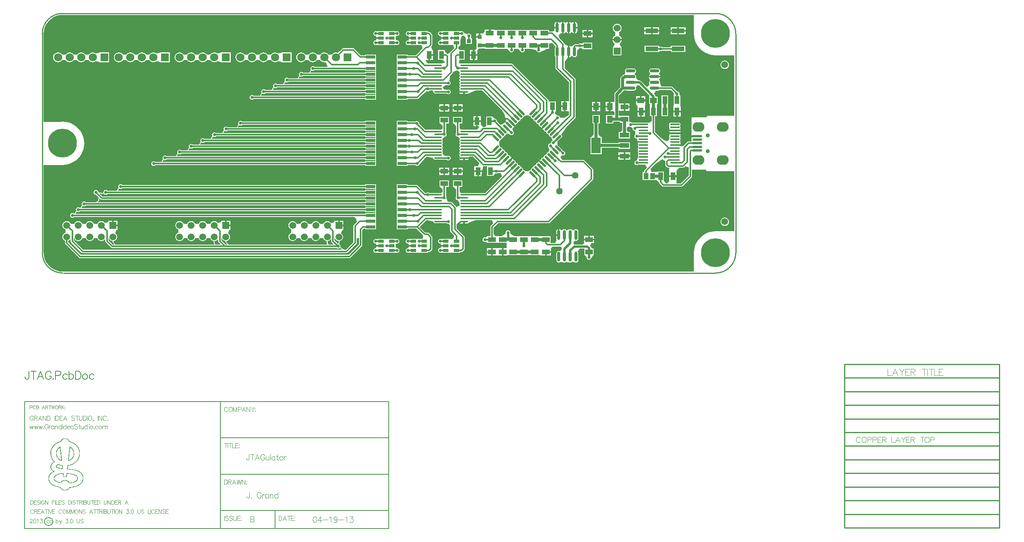
<source format=gtl>
%FSLAX24Y24*%
%MOIN*%
G70*
G01*
G75*
G04 Layer_Physical_Order=1*
G04 Layer_Color=255*
%ADD10R,0.0790X0.0250*%
%ADD11R,0.0374X0.0354*%
%ADD12R,0.0669X0.0433*%
%ADD13R,0.1102X0.0394*%
%ADD14R,0.0600X0.0500*%
%ADD15O,0.0276X0.0827*%
%ADD16R,0.0433X0.0669*%
%ADD17O,0.0236X0.0866*%
%ADD18R,0.0512X0.0276*%
%ADD19R,0.0500X0.0600*%
%ADD20O,0.0827X0.0276*%
%ADD21O,0.0827X0.0157*%
%ADD22R,0.0433X0.0551*%
%ADD23R,0.0846X0.1378*%
%ADD24R,0.0846X0.0433*%
%ADD25R,0.0846X0.0433*%
G04:AMPARAMS|DCode=26|XSize=21.7mil|YSize=68.9mil|CornerRadius=0mil|HoleSize=0mil|Usage=FLASHONLY|Rotation=315.000|XOffset=0mil|YOffset=0mil|HoleType=Round|Shape=Round|*
%AMOVALD26*
21,1,0.0472,0.0217,0.0000,0.0000,45.0*
1,1,0.0217,-0.0167,-0.0167*
1,1,0.0217,0.0167,0.0167*
%
%ADD26OVALD26*%

G04:AMPARAMS|DCode=27|XSize=21.7mil|YSize=68.9mil|CornerRadius=0mil|HoleSize=0mil|Usage=FLASHONLY|Rotation=45.000|XOffset=0mil|YOffset=0mil|HoleType=Round|Shape=Round|*
%AMOVALD27*
21,1,0.0472,0.0217,0.0000,0.0000,135.0*
1,1,0.0217,0.0167,-0.0167*
1,1,0.0217,-0.0167,0.0167*
%
%ADD27OVALD27*%

%ADD28C,0.0591*%
%ADD29O,0.0669X0.0157*%
%ADD30R,0.0787X0.0197*%
%ADD31C,0.0140*%
%ADD32C,0.0250*%
%ADD33C,0.0200*%
%ADD34C,0.0180*%
%ADD35C,0.0049*%
%ADD36R,0.0940X0.1274*%
%ADD37R,0.0220X0.0386*%
%ADD38C,0.0100*%
%ADD39C,0.0079*%
%ADD40C,0.0600*%
%ADD41R,0.0600X0.0600*%
%ADD42C,0.0571*%
%ADD43C,0.0709*%
%ADD44R,0.0709X0.0709*%
%ADD45R,0.0591X0.0591*%
%ADD46C,0.2500*%
%ADD47C,0.0354*%
%ADD48O,0.1024X0.0827*%
%ADD49C,0.0260*%
%ADD50C,0.0098*%
%ADD51C,0.0010*%
%ADD52C,0.0080*%
%ADD53C,0.0039*%
G36*
X53903Y9707D02*
X53897Y9680D01*
X53897Y9680D01*
Y9400D01*
X53897Y9400D01*
X53908Y9345D01*
X53939Y9299D01*
X54079Y9159D01*
X54079Y9159D01*
X54125Y9128D01*
X54125Y9128D01*
X54125Y9128D01*
D01*
X54125Y9128D01*
X54125Y9128D01*
X54180Y9117D01*
X54180D01*
X54245D01*
Y8835D01*
X54245D01*
Y8470D01*
X54878D01*
Y8835D01*
X54878D01*
Y8905D01*
X55090Y9117D01*
X55430D01*
X55430Y9117D01*
X55485Y9128D01*
X55531Y9159D01*
X55650Y9278D01*
X55927Y9163D01*
Y8950D01*
X55927D01*
Y8459D01*
X55241Y7773D01*
X54878D01*
X54878D01*
Y7965D01*
X54878Y7979D01*
X54878Y7985D01*
X54878Y7985D01*
X54878Y7985D01*
Y8330D01*
X54245D01*
Y7985D01*
X54245Y7985D01*
X54245Y7985D01*
X54245Y7965D01*
X54052Y7773D01*
X53997D01*
X53785Y7985D01*
Y7995D01*
X53785D01*
Y8805D01*
X53212D01*
Y8756D01*
X53102D01*
Y8756D01*
X52713D01*
X52598Y9033D01*
X53008Y9443D01*
X53653Y9873D01*
X53903Y9707D01*
D02*
G37*
G36*
X52540Y15395D02*
X52500Y15300D01*
X52500D01*
X52500Y15300D01*
Y14660D01*
X52585D01*
Y14415D01*
X52585D01*
Y13605D01*
X52729D01*
Y13174D01*
X52503Y13024D01*
X52404Y13024D01*
X52404Y13024D01*
D01*
D01*
D01*
X52346Y13035D01*
Y13035D01*
D01*
D01*
X52346D01*
D01*
D01*
D01*
X52066Y13035D01*
X52066Y13035D01*
Y13035D01*
X51677D01*
X51632Y13026D01*
X51031D01*
X50968Y13068D01*
X50890Y13084D01*
D01*
D01*
D01*
X50890Y13084D01*
X50890Y13084D01*
X50775Y13088D01*
Y13615D01*
X49965D01*
D01*
X49965D01*
X49889Y13692D01*
Y14075D01*
X49889D01*
X49935D01*
X50101Y14075D01*
X50101Y14075D01*
X50101Y14075D01*
X50300D01*
Y14391D01*
Y14708D01*
X50101D01*
X50101Y14708D01*
X50101Y14708D01*
X49935Y14708D01*
X49889Y14755D01*
Y15408D01*
X50302Y15821D01*
X50556D01*
X50621Y15808D01*
X51172D01*
X51209Y15815D01*
D01*
X51253Y15824D01*
D01*
X51253D01*
X51253Y15824D01*
Y15824D01*
D01*
D01*
X51253D01*
Y15824D01*
X51253Y15824D01*
Y15824D01*
X51322Y15870D01*
X51322Y15870D01*
Y15870D01*
X51322Y15870D01*
Y15870D01*
X51368Y15939D01*
X51368D01*
Y15939D01*
X51368Y15939D01*
X51368Y15939D01*
X51384Y16020D01*
X51384Y16020D01*
D01*
D01*
D01*
D01*
X51370Y16093D01*
X51368Y16101D01*
X51368Y16101D01*
Y16101D01*
X51370Y16107D01*
X51472Y16249D01*
X51667Y16268D01*
X52540Y15395D01*
D02*
G37*
G36*
X56378Y20775D02*
X56376Y20750D01*
X56392Y20505D01*
X56440Y20265D01*
X56519Y20033D01*
X56627Y19813D01*
X56763Y19609D01*
X56925Y19425D01*
X57109Y19263D01*
X57313Y19127D01*
X57533Y19019D01*
X57765Y18940D01*
X58005Y18892D01*
X58203Y18879D01*
X58210Y18878D01*
X58225D01*
X58250Y18876D01*
X58275Y18878D01*
X59878D01*
Y13624D01*
X57569D01*
X57526Y13616D01*
X57490Y13591D01*
X57466Y13555D01*
X57457Y13512D01*
Y13500D01*
X56170D01*
Y11393D01*
X55900D01*
X55845Y11382D01*
X55827Y11369D01*
X55799Y11351D01*
X55799Y11351D01*
X55519Y11071D01*
X55232Y11158D01*
D01*
X55232D01*
X55232Y11158D01*
X55231Y11162D01*
X55231Y11162D01*
X55231Y11162D01*
X55231Y11162D01*
X55203Y11290D01*
X55215Y11348D01*
X55203Y11406D01*
X55170Y11455D01*
X55203Y11546D01*
X55203D01*
Y11546D01*
Y11546D01*
D01*
X55203Y11546D01*
Y11546D01*
X55215Y11604D01*
X55203Y11662D01*
X55203Y11802D01*
X55203Y11802D01*
Y11802D01*
Y11802D01*
X55215Y11860D01*
X55203Y11918D01*
X55203Y11918D01*
X55203Y11918D01*
X55170Y11967D01*
X55192Y11987D01*
X55192Y11987D01*
X55192Y11987D01*
X55231Y12046D01*
X54225D01*
X54265Y11987D01*
X54265Y11987D01*
X54265Y11987D01*
X54286Y11967D01*
X54254Y11918D01*
X54254Y11918D01*
X54254Y11918D01*
X54242Y11860D01*
X54254Y11802D01*
Y11802D01*
X54254Y11802D01*
X54286Y11711D01*
X54254Y11662D01*
X54254Y11662D01*
X54254Y11662D01*
X54242Y11604D01*
X54250Y11564D01*
X54068Y11443D01*
X53875Y11481D01*
X53856Y11494D01*
X53840Y11510D01*
Y11510D01*
X53840D01*
D01*
D01*
X53832D01*
X53518Y11720D01*
X53014Y12224D01*
X53014D01*
X53014Y12224D01*
Y13605D01*
X53158D01*
Y14415D01*
X53158D01*
Y14578D01*
X53240Y14660D01*
X53240D01*
Y15300D01*
X53045D01*
Y15309D01*
X53032Y15375D01*
X52994Y15431D01*
X52994D01*
X52994Y15431D01*
X52925Y15548D01*
X53074Y15808D01*
X53259D01*
X53340Y15824D01*
X53408Y15870D01*
X53408Y15870D01*
Y15870D01*
X53409Y15870D01*
Y15870D01*
X53413Y15877D01*
X53588D01*
Y15877D01*
X54381D01*
X54633Y15625D01*
X54633Y15395D01*
D01*
D01*
Y15395D01*
X54633D01*
Y14657D01*
X54633Y14657D01*
X54633Y14657D01*
X54633Y14585D01*
Y14585D01*
X54605Y14445D01*
X54605Y14373D01*
X54605Y14373D01*
X54605Y14373D01*
Y14080D01*
X55238D01*
Y14373D01*
X55238Y14373D01*
D01*
X55238Y14373D01*
X55238Y14445D01*
X55222Y14514D01*
X55222Y14514D01*
X55207Y14585D01*
Y14585D01*
X55207Y14657D01*
X55207Y14657D01*
X55207Y14657D01*
Y15395D01*
X55207D01*
X55108Y15462D01*
X55124Y15540D01*
X55124Y15540D01*
D01*
Y15540D01*
X55124D01*
X55124Y15540D01*
X55124Y15540D01*
X55108Y15618D01*
Y15618D01*
X55108Y15618D01*
D01*
Y15618D01*
Y15618D01*
X55108Y15618D01*
X55108Y15618D01*
X55093Y15640D01*
X55093Y15640D01*
X55064Y15684D01*
Y15684D01*
D01*
D01*
D01*
X55064Y15684D01*
X55037Y15702D01*
Y15702D01*
X55003Y15725D01*
X54998Y15728D01*
X54998Y15728D01*
X54988Y15730D01*
Y15730D01*
X54988D01*
D01*
D01*
X54964Y15735D01*
D01*
X54933Y15741D01*
X54930Y15742D01*
Y15742D01*
X54930Y15742D01*
X54920Y15744D01*
X54920Y15744D01*
X54919Y15744D01*
X54919D01*
D01*
D01*
D01*
X54919Y15744D01*
X54918Y15744D01*
X54835Y15827D01*
Y15827D01*
X54583Y16079D01*
D01*
D01*
D01*
D01*
X54583D01*
X54541Y16121D01*
X54495Y16152D01*
X54440Y16163D01*
X54440Y16163D01*
X54381D01*
Y16163D01*
X53588D01*
Y16163D01*
X53447Y16427D01*
X53454Y16439D01*
X53454D01*
Y16439D01*
X53455Y16439D01*
X53455Y16439D01*
X53471Y16520D01*
X53455Y16601D01*
X53455Y16601D01*
X53454Y16601D01*
Y16601D01*
X53454Y16601D01*
X53409Y16670D01*
Y16670D01*
X53409Y16670D01*
X53357Y16785D01*
X53352Y16796D01*
X53352Y16796D01*
X53430Y16849D01*
X53483Y16927D01*
X53487Y16950D01*
X52479D01*
X52484Y16927D01*
X52536Y16849D01*
X52536Y16849D01*
X52554Y16837D01*
D01*
X52558Y16670D01*
X52558Y16670D01*
X52512Y16601D01*
D01*
Y16601D01*
X52512D01*
D01*
X52512Y16601D01*
X52512Y16601D01*
X52496Y16520D01*
X52512Y16439D01*
X52512Y16439D01*
X52512Y16439D01*
Y16439D01*
X52512Y16439D01*
X52555Y16375D01*
X52420Y16174D01*
X52277Y16148D01*
X51783Y16643D01*
X51726Y16680D01*
X51660Y16693D01*
X51543D01*
X51370Y16933D01*
X51368Y16939D01*
Y16939D01*
X51368Y16939D01*
X51384Y17020D01*
X51368Y17101D01*
X51368Y17101D01*
X51368Y17101D01*
Y17101D01*
X51368Y17101D01*
X51322Y17170D01*
Y17170D01*
X51322Y17170D01*
Y17170D01*
X51322Y17170D01*
X51253Y17216D01*
Y17216D01*
X51322Y17370D01*
X51322Y17370D01*
D01*
X51368Y17439D01*
D01*
D01*
D01*
Y17439D01*
X51368D01*
D01*
X51368Y17439D01*
X51368Y17439D01*
D01*
D01*
D01*
X51368Y17439D01*
X51370Y17447D01*
X51384Y17520D01*
D01*
D01*
D01*
D01*
X51384Y17520D01*
X51368Y17601D01*
X51368Y17601D01*
X51368Y17601D01*
Y17601D01*
X51368Y17601D01*
X51322Y17670D01*
X51322Y17670D01*
D01*
X51322Y17670D01*
Y17670D01*
X51322Y17670D01*
Y17670D01*
X51322Y17670D01*
X51253Y17716D01*
X51253Y17716D01*
X51253Y17716D01*
X51253Y17716D01*
Y17716D01*
D01*
Y17716D01*
D01*
X51253D01*
Y17716D01*
D01*
X51209Y17725D01*
D01*
X51172Y17732D01*
X50621D01*
X50585Y17725D01*
D01*
X50540Y17716D01*
X50540Y17716D01*
Y17716D01*
X50540Y17716D01*
Y17716D01*
X50540D01*
Y17716D01*
X50540Y17716D01*
Y17716D01*
X50472Y17670D01*
X50472Y17670D01*
Y17670D01*
X50471Y17670D01*
Y17670D01*
X50426Y17601D01*
X50426D01*
Y17601D01*
X50425Y17601D01*
X50425Y17601D01*
X50409Y17520D01*
X50409Y17520D01*
D01*
D01*
D01*
D01*
X50424Y17447D01*
X50425Y17439D01*
X50425Y17439D01*
Y17439D01*
X50390Y17219D01*
X50390D01*
Y17219D01*
X50314Y17204D01*
X50249Y17161D01*
X50079Y16991D01*
X50036Y16926D01*
X50021Y16850D01*
Y16102D01*
X49549Y15631D01*
X49506Y15566D01*
X49491Y15490D01*
Y14820D01*
X49491D01*
X49440D01*
X49279Y14820D01*
X49279Y14820D01*
X49279Y14820D01*
X49160D01*
Y14420D01*
Y14020D01*
X49279D01*
X49279Y14020D01*
X49279Y14020D01*
X49440Y14020D01*
X49491Y13969D01*
Y13690D01*
X49410D01*
Y13690D01*
X48770D01*
Y12950D01*
X49410D01*
Y13131D01*
X49965D01*
Y13042D01*
X50171D01*
Y12374D01*
X50166Y12349D01*
D01*
D01*
D01*
X50166Y12349D01*
D01*
X50065Y12242D01*
X49867D01*
Y11669D01*
X50854D01*
Y12242D01*
X50675D01*
X50574Y12349D01*
Y12349D01*
X50574D01*
D01*
D01*
D01*
X50569Y12374D01*
Y12618D01*
X50569Y12618D01*
X50808Y12686D01*
X50997Y12645D01*
X51076Y12520D01*
D01*
Y12520D01*
D01*
D01*
X51076Y12520D01*
X51081Y12493D01*
X51081Y12493D01*
X51081D01*
X51092Y12442D01*
D01*
D01*
Y12442D01*
D01*
D01*
D01*
D01*
X51097Y12433D01*
X51097Y12433D01*
X51097D01*
X51130Y12385D01*
X51130Y12385D01*
X51130D01*
X51136Y12376D01*
D01*
Y12376D01*
X51136D01*
D01*
X51144Y12370D01*
Y12370D01*
X51144Y12370D01*
X51193Y12337D01*
Y12337D01*
X51193Y12337D01*
X51202Y12332D01*
D01*
X51202D01*
D01*
D01*
X51212Y12330D01*
Y12330D01*
X51212Y12330D01*
X51268Y12318D01*
X51291Y12205D01*
X51291Y12000D01*
X51291Y12000D01*
X51262Y11957D01*
X51262Y11957D01*
X51262Y11957D01*
X51261Y11956D01*
X51256Y11948D01*
X51252Y11943D01*
D01*
Y11943D01*
D01*
D01*
D01*
D01*
D01*
X51247Y11934D01*
X51247Y11934D01*
X51237Y11883D01*
X51237Y11883D01*
X51237D01*
X51233Y11866D01*
D01*
X51233Y11866D01*
X51233Y11866D01*
X51233D01*
X51233Y11866D01*
D01*
D01*
X51231Y11856D01*
D01*
D01*
Y11856D01*
Y11856D01*
D01*
X51233Y11846D01*
X51233Y11846D01*
X51233D01*
X51237Y11829D01*
X51237Y11829D01*
X51237D01*
X51247Y11778D01*
X51247Y11778D01*
X51252Y11769D01*
Y11769D01*
D01*
D01*
Y11769D01*
D01*
D01*
X51291Y11712D01*
Y11712D01*
D01*
D01*
Y11712D01*
X51293Y11710D01*
X51300Y11706D01*
D01*
D01*
Y11706D01*
X51300Y11706D01*
Y11706D01*
D01*
X51300D01*
D01*
D01*
X51357Y11668D01*
X51357Y11668D01*
D01*
D01*
D01*
X51360Y11667D01*
X51367Y11666D01*
Y11666D01*
X51367D01*
D01*
D01*
X51435Y11652D01*
D01*
Y11652D01*
X51509Y11418D01*
X51495Y11348D01*
X51509Y11278D01*
Y11278D01*
X51509D01*
X51509Y11278D01*
X51548Y11219D01*
Y11219D01*
D01*
D01*
Y11219D01*
X51550Y11218D01*
X51548Y11219D01*
X51570Y11199D01*
X51570Y11199D01*
D01*
D01*
X51537Y11150D01*
X51525Y11092D01*
X51537Y11034D01*
X51570Y10985D01*
Y10985D01*
X51570Y10943D01*
X51570D01*
Y10943D01*
X51537Y10894D01*
X51525Y10836D01*
X51537Y10778D01*
Y10778D01*
X51537Y10778D01*
X51537Y10778D01*
X51537Y10638D01*
D01*
Y10638D01*
D01*
X51537Y10638D01*
X51525Y10580D01*
X51537Y10522D01*
Y10522D01*
X51537Y10522D01*
X51570Y10432D01*
X51570D01*
X51537Y10382D01*
X51525Y10324D01*
X51537Y10266D01*
X51570Y10217D01*
X51570Y10176D01*
X51570D01*
Y10176D01*
X51537Y10126D01*
X51525Y10068D01*
X51537Y10010D01*
Y10010D01*
D01*
X51435Y9757D01*
D01*
X51435Y9757D01*
D01*
X51367Y9743D01*
D01*
D01*
X51367D01*
Y9743D01*
X51357Y9741D01*
D01*
D01*
X51357D01*
X51357Y9741D01*
X51357Y9741D01*
X51300Y9703D01*
X51300Y9703D01*
D01*
D01*
D01*
D01*
Y9703D01*
X51300Y9703D01*
Y9703D01*
X51291Y9697D01*
Y9697D01*
D01*
D01*
X51262Y9654D01*
X51262Y9654D01*
X51262Y9654D01*
X51261Y9653D01*
X51256Y9645D01*
X51252Y9640D01*
D01*
Y9640D01*
D01*
D01*
D01*
D01*
D01*
X51247Y9631D01*
X51247Y9631D01*
X51237Y9580D01*
X51237Y9580D01*
X51237D01*
X51233Y9563D01*
Y9563D01*
D01*
X51233D01*
X51233D01*
X51233Y9563D01*
D01*
D01*
X51231Y9553D01*
D01*
D01*
D01*
D01*
X51233Y9543D01*
Y9543D01*
X51233D01*
Y9543D01*
D01*
D01*
D01*
X51237Y9526D01*
X51237Y9526D01*
X51237Y9526D01*
X51237Y9526D01*
X51237D01*
X51247Y9475D01*
D01*
D01*
D01*
D01*
X51248Y9472D01*
X51252Y9466D01*
Y9466D01*
D01*
D01*
Y9466D01*
D01*
D01*
X51273Y9435D01*
X51291Y9409D01*
Y9409D01*
D01*
D01*
Y9409D01*
X51293Y9407D01*
X51300Y9403D01*
D01*
D01*
Y9403D01*
X51300Y9403D01*
Y9403D01*
D01*
X51300D01*
D01*
D01*
X51357Y9364D01*
X51357Y9364D01*
D01*
D01*
D01*
X51360Y9364D01*
X51367Y9362D01*
Y9362D01*
X51367D01*
D01*
D01*
X51435Y9349D01*
X51435Y9349D01*
D01*
D01*
D01*
D01*
D01*
X51486Y9359D01*
D01*
D01*
D01*
D01*
Y9359D01*
X51513Y9364D01*
X51513Y9364D01*
D01*
D01*
D01*
X51516Y9366D01*
X51522Y9370D01*
D01*
X51522D01*
D01*
D01*
X51556Y9393D01*
D01*
X51571Y9403D01*
X51571D01*
D01*
D01*
Y9403D01*
X51579Y9409D01*
X51579D01*
Y9409D01*
X51580Y9409D01*
X51580Y9410D01*
D01*
X51583Y9414D01*
X51632D01*
X51677Y9405D01*
X52066D01*
Y9405D01*
X52066Y9405D01*
X52175Y9405D01*
X52290Y9128D01*
X52166Y9004D01*
Y9004D01*
D01*
X52166D01*
D01*
X52166Y9004D01*
X52124Y8962D01*
X52093Y8915D01*
X52082Y8861D01*
X52082Y8861D01*
X52082Y8861D01*
Y8756D01*
X52082Y8756D01*
X51938D01*
Y8064D01*
X52511D01*
Y8064D01*
X52511D01*
X52511Y8064D01*
X52529D01*
Y8064D01*
X53102D01*
Y8064D01*
X53143D01*
X53212Y7995D01*
Y7995D01*
X53232D01*
X53356Y7871D01*
Y7871D01*
X53356D01*
D01*
D01*
D01*
X53367Y7817D01*
X53398Y7771D01*
X53439Y7729D01*
Y7729D01*
X53439D01*
X53597Y7571D01*
Y7571D01*
X53597D01*
X53597Y7571D01*
X53639Y7529D01*
X53639Y7529D01*
X53685Y7498D01*
X53685Y7498D01*
X53685Y7498D01*
D01*
X53685Y7498D01*
X53685Y7498D01*
X53740Y7487D01*
X53740Y7487D01*
X53799D01*
X53799Y7487D01*
X53799Y7487D01*
X55241D01*
Y7487D01*
X55300D01*
X55300Y7487D01*
X55355Y7498D01*
X55401Y7529D01*
X55443Y7571D01*
X55443D01*
X55443Y7571D01*
X56129Y8257D01*
X56129Y8257D01*
Y8257D01*
X56171Y8299D01*
X56171Y8299D01*
X56189Y8327D01*
X56202Y8345D01*
X56213Y8400D01*
Y8459D01*
X56213D01*
Y8950D01*
X57439D01*
X57447Y8942D01*
X57447Y8942D01*
D01*
X57456Y8899D01*
X57480Y8863D01*
X57516Y8838D01*
X57559Y8830D01*
X59878D01*
Y3622D01*
X58275D01*
X58250Y3624D01*
X58005Y3608D01*
X57765Y3560D01*
X57533Y3481D01*
X57313Y3373D01*
X57109Y3237D01*
X56925Y3075D01*
X56763Y2891D01*
X56627Y2687D01*
X56519Y2467D01*
X56440Y2235D01*
X56392Y1995D01*
X56376Y1750D01*
X56378Y1725D01*
Y122D01*
X1798D01*
X1797Y123D01*
X1750Y132D01*
Y132D01*
X1749Y132D01*
X1537Y145D01*
X1329Y187D01*
X1127Y255D01*
X936Y350D01*
X759Y468D01*
X598Y608D01*
X458Y769D01*
X340Y946D01*
X245Y1137D01*
X177Y1339D01*
X135Y1547D01*
X122Y1747D01*
Y9378D01*
X1725D01*
X1750Y9376D01*
X1775Y9378D01*
X1790D01*
X1797Y9379D01*
X1995Y9392D01*
X2235Y9440D01*
X2467Y9519D01*
X2687Y9627D01*
X2891Y9763D01*
X3075Y9925D01*
X3237Y10109D01*
X3373Y10313D01*
X3481Y10533D01*
X3560Y10765D01*
X3608Y11005D01*
X3624Y11250D01*
X3608Y11495D01*
X3560Y11735D01*
X3481Y11967D01*
X3373Y12187D01*
X3237Y12391D01*
X3075Y12575D01*
X2891Y12737D01*
X2687Y12873D01*
X2467Y12981D01*
X2235Y13060D01*
X1995Y13108D01*
X1750Y13124D01*
X1572Y13112D01*
X122D01*
Y20763D01*
X135Y20963D01*
X177Y21171D01*
X245Y21373D01*
X340Y21564D01*
X458Y21741D01*
X598Y21902D01*
X759Y22042D01*
X936Y22160D01*
X1127Y22255D01*
X1329Y22323D01*
X1537Y22365D01*
X1737Y22378D01*
X56378D01*
Y20775D01*
D02*
G37*
%LPC*%
G36*
X50805Y14322D02*
X50440D01*
Y14075D01*
X50805D01*
Y14322D01*
D02*
G37*
G36*
X17150Y13194D02*
D01*
D01*
D01*
D01*
D01*
D01*
D01*
X17150Y13194D01*
X17082Y13180D01*
D01*
D01*
X17082D01*
Y13180D01*
X17072Y13178D01*
D01*
D01*
X17072D01*
X17072Y13178D01*
X17072Y13178D01*
X17014Y13140D01*
X17014D01*
D01*
D01*
X17014D01*
D01*
D01*
Y13140D01*
D01*
Y13140D01*
X17006Y13134D01*
D01*
Y13134D01*
X17006D01*
Y13134D01*
D01*
D01*
D01*
D01*
D01*
D01*
D01*
D01*
D01*
X16977Y13091D01*
X16977Y13091D01*
X16967Y13077D01*
X16967D01*
X16967Y13077D01*
X16962Y13068D01*
X16962Y13068D01*
D01*
D01*
D01*
D01*
D01*
Y13068D01*
D01*
D01*
X16961Y13065D01*
X16960Y13058D01*
X16960D01*
Y13058D01*
D01*
D01*
D01*
D01*
D01*
D01*
D01*
D01*
X16951Y13017D01*
X16951D01*
X16948Y13000D01*
X16948D01*
X16948Y13000D01*
X16946Y12990D01*
X16946Y12990D01*
D01*
D01*
D01*
D01*
D01*
X16947Y12987D01*
X16948Y12980D01*
Y12980D01*
X16948D01*
Y12980D01*
D01*
D01*
D01*
D01*
D01*
D01*
D01*
X16951Y12963D01*
X16951Y12963D01*
X16951D01*
X16962Y12912D01*
X16962Y12912D01*
D01*
D01*
D01*
X16963Y12909D01*
X16967Y12903D01*
Y12903D01*
D01*
D01*
D01*
D01*
D01*
Y12903D01*
D01*
D01*
X16969Y12901D01*
X16971Y12897D01*
X16830Y12633D01*
X16035D01*
X16035Y12633D01*
X16034Y12634D01*
X16034D01*
D01*
D01*
D01*
X16034Y12634D01*
X16034Y12634D01*
D01*
Y12634D01*
X16034D01*
X16026Y12640D01*
D01*
D01*
D01*
Y12640D01*
X16026Y12640D01*
X16026Y12640D01*
X16011Y12650D01*
D01*
X15977Y12673D01*
D01*
X15977D01*
D01*
D01*
X15971Y12677D01*
X15968Y12678D01*
D01*
D01*
D01*
X15968Y12678D01*
X15959Y12680D01*
X15900Y12692D01*
X15900Y12692D01*
D01*
D01*
D01*
D01*
D01*
D01*
X15890Y12694D01*
D01*
D01*
D01*
X15890Y12694D01*
X15822Y12680D01*
D01*
D01*
X15822D01*
Y12680D01*
X15812Y12678D01*
D01*
D01*
X15812D01*
X15812Y12678D01*
X15812Y12678D01*
X15754Y12640D01*
X15754D01*
D01*
D01*
X15754D01*
D01*
D01*
Y12640D01*
D01*
Y12640D01*
X15746Y12634D01*
D01*
D01*
D01*
X15746D01*
Y12634D01*
D01*
D01*
D01*
D01*
D01*
D01*
X15717Y12591D01*
X15717Y12591D01*
X15707Y12577D01*
X15707D01*
X15707Y12577D01*
X15702Y12568D01*
X15702Y12568D01*
D01*
D01*
D01*
X15701Y12565D01*
X15700Y12558D01*
X15700D01*
D01*
D01*
Y12558D01*
D01*
D01*
D01*
D01*
D01*
X15689Y12503D01*
X15688Y12500D01*
X15688D01*
X15688Y12500D01*
X15686Y12490D01*
X15686Y12490D01*
D01*
D01*
D01*
X15687Y12487D01*
X15688Y12480D01*
Y12480D01*
X15688D01*
Y12480D01*
D01*
D01*
D01*
D01*
D01*
X15691Y12463D01*
X15691Y12463D01*
X15691D01*
X15702Y12412D01*
X15702Y12412D01*
D01*
D01*
D01*
X15703Y12409D01*
X15707Y12403D01*
Y12403D01*
D01*
D01*
D01*
D01*
D01*
Y12403D01*
D01*
D01*
X15709Y12401D01*
X15711Y12397D01*
X15570Y12133D01*
X15035D01*
X15035Y12133D01*
X15035Y12134D01*
X15035D01*
D01*
D01*
D01*
X15034Y12134D01*
X15034Y12134D01*
D01*
Y12134D01*
X15034D01*
X15026Y12140D01*
D01*
D01*
D01*
Y12140D01*
X15026Y12140D01*
X15026Y12140D01*
X15011Y12150D01*
D01*
X14977Y12173D01*
D01*
X14977D01*
D01*
D01*
X14971Y12177D01*
X14968Y12178D01*
D01*
D01*
D01*
X14968Y12178D01*
X14959Y12180D01*
X14900Y12192D01*
X14900Y12192D01*
D01*
D01*
D01*
D01*
D01*
D01*
X14890Y12194D01*
D01*
D01*
D01*
X14890Y12194D01*
X14822Y12180D01*
D01*
D01*
X14822D01*
Y12180D01*
X14812Y12178D01*
D01*
D01*
X14812D01*
X14812Y12178D01*
X14812Y12178D01*
X14755Y12140D01*
X14755D01*
D01*
D01*
X14755D01*
D01*
D01*
Y12140D01*
D01*
Y12140D01*
X14746Y12134D01*
D01*
D01*
D01*
X14746D01*
Y12134D01*
D01*
D01*
D01*
D01*
D01*
D01*
X14717Y12091D01*
X14717Y12091D01*
X14707Y12077D01*
X14707D01*
X14707Y12077D01*
X14702Y12068D01*
X14702Y12068D01*
D01*
D01*
D01*
X14701Y12065D01*
X14700Y12058D01*
X14700D01*
D01*
D01*
Y12058D01*
D01*
D01*
D01*
D01*
D01*
X14689Y12003D01*
X14688Y12000D01*
X14688D01*
X14688Y12000D01*
X14686Y11990D01*
X14686Y11990D01*
D01*
D01*
D01*
X14687Y11987D01*
X14688Y11980D01*
Y11980D01*
X14688D01*
Y11980D01*
D01*
D01*
D01*
D01*
D01*
X14691Y11963D01*
X14691Y11963D01*
X14691D01*
X14702Y11912D01*
X14702Y11912D01*
D01*
D01*
D01*
X14703Y11909D01*
X14707Y11903D01*
Y11903D01*
D01*
D01*
D01*
D01*
D01*
Y11903D01*
D01*
D01*
X14709Y11901D01*
X14711Y11897D01*
X14570Y11633D01*
X14025D01*
X14025Y11633D01*
X14024Y11634D01*
X14024D01*
D01*
D01*
D01*
X14024Y11634D01*
X14024Y11634D01*
D01*
Y11634D01*
X14024D01*
X14016Y11640D01*
D01*
D01*
D01*
Y11640D01*
X14016Y11640D01*
X14016Y11640D01*
X14001Y11650D01*
D01*
X13967Y11673D01*
D01*
X13967D01*
D01*
D01*
X13961Y11677D01*
X13958Y11678D01*
D01*
D01*
D01*
X13958Y11678D01*
X13949Y11680D01*
X13890Y11692D01*
X13890Y11692D01*
D01*
D01*
D01*
D01*
D01*
D01*
X13880Y11694D01*
D01*
D01*
D01*
X13880Y11694D01*
X13812Y11680D01*
D01*
D01*
X13812D01*
Y11680D01*
X13802Y11678D01*
D01*
D01*
X13802D01*
X13802Y11678D01*
X13802Y11678D01*
X13744Y11640D01*
X13744D01*
D01*
D01*
X13744D01*
D01*
D01*
Y11640D01*
D01*
Y11640D01*
X13736Y11634D01*
D01*
D01*
D01*
X13736D01*
Y11634D01*
D01*
D01*
D01*
D01*
D01*
D01*
X13707Y11591D01*
X13707Y11591D01*
X13697Y11577D01*
X13697D01*
X13697Y11577D01*
X13692Y11568D01*
X13692Y11568D01*
D01*
D01*
D01*
X13691Y11565D01*
X13690Y11558D01*
X13690D01*
D01*
D01*
Y11558D01*
D01*
D01*
D01*
D01*
D01*
X13679Y11503D01*
X13678Y11500D01*
X13678D01*
X13678Y11500D01*
X13676Y11490D01*
X13676Y11490D01*
D01*
D01*
D01*
X13677Y11487D01*
X13678Y11480D01*
Y11480D01*
X13678D01*
Y11480D01*
D01*
D01*
D01*
D01*
D01*
X13681Y11463D01*
X13681Y11463D01*
X13681D01*
X13692Y11412D01*
X13692Y11412D01*
D01*
D01*
D01*
X13693Y11409D01*
X13697Y11403D01*
Y11403D01*
D01*
D01*
D01*
D01*
D01*
Y11403D01*
D01*
D01*
X13699Y11401D01*
X13701Y11397D01*
X13560Y11133D01*
X13025D01*
X13025Y11133D01*
X13024Y11134D01*
X13024D01*
D01*
D01*
D01*
X13024Y11134D01*
X13024Y11134D01*
D01*
Y11134D01*
X13024D01*
X13016Y11140D01*
D01*
D01*
D01*
Y11140D01*
X13016Y11140D01*
X13016Y11140D01*
X13001Y11150D01*
D01*
X12967Y11173D01*
D01*
X12967D01*
D01*
D01*
X12961Y11177D01*
X12958Y11178D01*
D01*
D01*
D01*
X12958Y11178D01*
X12949Y11180D01*
X12890Y11192D01*
X12890Y11192D01*
D01*
D01*
D01*
D01*
D01*
D01*
X12880Y11194D01*
D01*
D01*
D01*
X12880Y11194D01*
X12812Y11180D01*
D01*
D01*
X12812D01*
Y11180D01*
X12802Y11178D01*
D01*
D01*
X12802D01*
X12802Y11178D01*
X12802Y11178D01*
X12744Y11140D01*
X12744D01*
D01*
D01*
X12744D01*
D01*
D01*
Y11140D01*
D01*
Y11140D01*
X12736Y11134D01*
D01*
D01*
D01*
X12736D01*
Y11134D01*
D01*
D01*
D01*
D01*
D01*
D01*
X12707Y11091D01*
X12707Y11091D01*
X12697Y11077D01*
X12697D01*
X12697Y11077D01*
X12692Y11068D01*
X12692Y11068D01*
D01*
D01*
D01*
X12691Y11065D01*
X12690Y11058D01*
X12690D01*
D01*
D01*
Y11058D01*
D01*
D01*
D01*
D01*
D01*
X12679Y11003D01*
X12678Y11000D01*
X12678D01*
X12678Y11000D01*
X12676Y10990D01*
X12676Y10990D01*
D01*
D01*
D01*
X12677Y10987D01*
X12678Y10980D01*
Y10980D01*
X12678D01*
Y10980D01*
D01*
D01*
D01*
D01*
D01*
X12681Y10963D01*
X12681Y10963D01*
X12681D01*
X12692Y10912D01*
X12692Y10912D01*
D01*
D01*
D01*
X12693Y10909D01*
X12697Y10903D01*
Y10903D01*
D01*
D01*
D01*
D01*
D01*
Y10903D01*
D01*
D01*
X12699Y10901D01*
X12701Y10897D01*
X12560Y10633D01*
X12025D01*
X12025Y10633D01*
X12025Y10634D01*
X12025D01*
D01*
D01*
D01*
X12024Y10634D01*
X12024Y10634D01*
D01*
Y10634D01*
X12024D01*
X12016Y10640D01*
D01*
D01*
D01*
Y10640D01*
X12016Y10640D01*
X12016Y10640D01*
X12001Y10650D01*
D01*
X11967Y10673D01*
D01*
X11967D01*
D01*
D01*
X11961Y10677D01*
X11958Y10678D01*
D01*
D01*
D01*
X11958Y10678D01*
X11949Y10680D01*
X11890Y10692D01*
X11890Y10692D01*
D01*
D01*
D01*
D01*
D01*
D01*
X11880Y10694D01*
D01*
D01*
D01*
X11880Y10694D01*
X11812Y10680D01*
D01*
D01*
X11812D01*
Y10680D01*
X11802Y10678D01*
D01*
D01*
X11802D01*
X11802Y10678D01*
X11802Y10678D01*
X11745Y10640D01*
X11745D01*
D01*
D01*
X11745D01*
D01*
D01*
Y10640D01*
D01*
Y10640D01*
X11736Y10634D01*
D01*
D01*
D01*
X11736D01*
Y10634D01*
D01*
D01*
D01*
D01*
D01*
D01*
X11707Y10591D01*
X11707Y10591D01*
X11697Y10577D01*
X11697D01*
X11697Y10577D01*
X11692Y10568D01*
X11692Y10568D01*
D01*
D01*
D01*
X11691Y10565D01*
X11690Y10558D01*
X11690D01*
D01*
D01*
Y10558D01*
D01*
D01*
D01*
D01*
D01*
X11679Y10503D01*
X11678Y10500D01*
X11678D01*
X11678Y10500D01*
X11676Y10490D01*
X11676Y10490D01*
D01*
D01*
D01*
X11677Y10487D01*
X11678Y10480D01*
Y10480D01*
X11678D01*
Y10480D01*
D01*
D01*
D01*
D01*
D01*
X11681Y10463D01*
X11681Y10463D01*
X11681D01*
X11692Y10412D01*
X11692Y10412D01*
D01*
D01*
D01*
X11693Y10409D01*
X11697Y10403D01*
Y10403D01*
D01*
D01*
D01*
D01*
D01*
Y10403D01*
D01*
D01*
X11699Y10401D01*
X11701Y10397D01*
X11560Y10133D01*
X10765D01*
X10765Y10133D01*
X10764Y10134D01*
X10764D01*
D01*
D01*
D01*
X10764Y10134D01*
X10764Y10134D01*
D01*
Y10134D01*
X10764D01*
X10755Y10140D01*
D01*
D01*
D01*
Y10140D01*
X10755Y10140D01*
X10755Y10140D01*
X10741Y10150D01*
D01*
X10707Y10173D01*
D01*
X10707D01*
D01*
D01*
X10701Y10177D01*
X10698Y10178D01*
D01*
D01*
D01*
X10698Y10178D01*
X10689Y10180D01*
X10630Y10192D01*
X10630Y10192D01*
D01*
D01*
D01*
D01*
D01*
D01*
X10620Y10194D01*
D01*
D01*
D01*
X10620Y10194D01*
X10552Y10180D01*
D01*
D01*
X10552D01*
Y10180D01*
X10542Y10178D01*
D01*
D01*
X10542D01*
X10542Y10178D01*
X10542Y10178D01*
X10484Y10140D01*
X10484D01*
D01*
D01*
X10484D01*
D01*
D01*
Y10140D01*
D01*
Y10140D01*
X10476Y10134D01*
D01*
D01*
D01*
X10476D01*
Y10134D01*
D01*
D01*
D01*
D01*
D01*
D01*
X10447Y10091D01*
X10447Y10091D01*
X10437Y10077D01*
X10437D01*
X10437Y10077D01*
X10432Y10068D01*
X10432Y10068D01*
D01*
D01*
D01*
X10431Y10065D01*
X10430Y10058D01*
X10430D01*
D01*
D01*
Y10058D01*
D01*
D01*
D01*
D01*
D01*
X10419Y10003D01*
X10418Y10000D01*
X10418D01*
X10418Y10000D01*
X10416Y9990D01*
X10416Y9990D01*
D01*
D01*
D01*
X10417Y9987D01*
X10418Y9980D01*
Y9980D01*
X10418D01*
Y9980D01*
D01*
D01*
D01*
D01*
D01*
X10421Y9963D01*
X10421Y9963D01*
X10421D01*
X10432Y9912D01*
X10432Y9912D01*
D01*
D01*
D01*
X10433Y9909D01*
X10437Y9903D01*
Y9903D01*
D01*
D01*
D01*
D01*
D01*
Y9903D01*
D01*
D01*
X10439Y9901D01*
X10441Y9897D01*
X10300Y9633D01*
X9775D01*
X9775Y9633D01*
X9775Y9634D01*
X9775D01*
D01*
D01*
D01*
X9774Y9634D01*
X9774Y9634D01*
D01*
Y9634D01*
X9774D01*
X9765Y9640D01*
D01*
D01*
Y9640D01*
X9765Y9640D01*
Y9640D01*
D01*
D01*
D01*
X9765Y9640D01*
X9751Y9650D01*
D01*
X9717Y9673D01*
D01*
X9717D01*
D01*
D01*
X9711Y9677D01*
X9708Y9678D01*
D01*
D01*
D01*
X9708Y9678D01*
X9699Y9680D01*
X9640Y9692D01*
X9640Y9692D01*
D01*
D01*
D01*
D01*
D01*
D01*
X9630Y9694D01*
D01*
D01*
D01*
X9630Y9694D01*
X9562Y9680D01*
D01*
D01*
X9562D01*
Y9680D01*
X9552Y9678D01*
D01*
D01*
X9552D01*
X9552Y9678D01*
X9552Y9678D01*
X9495Y9640D01*
X9495D01*
D01*
D01*
D01*
D01*
D01*
X9495D01*
D01*
D01*
Y9640D01*
X9486Y9634D01*
D01*
D01*
Y9634D01*
Y9634D01*
X9468Y9608D01*
X9447Y9577D01*
D01*
Y9577D01*
D01*
D01*
X9442Y9568D01*
D01*
D01*
X9441Y9565D01*
X9440Y9558D01*
X9440D01*
D01*
D01*
Y9558D01*
D01*
D01*
D01*
D01*
D01*
X9434Y9529D01*
X9428Y9500D01*
Y9500D01*
D01*
X9428D01*
X9428D01*
X9428Y9500D01*
D01*
D01*
X9426Y9490D01*
D01*
D01*
D01*
D01*
D01*
D01*
D01*
X9427Y9487D01*
X9428Y9480D01*
Y9480D01*
X9428D01*
Y9480D01*
D01*
D01*
D01*
D01*
D01*
X9431Y9463D01*
X9431Y9463D01*
X9431Y9463D01*
X9431Y9463D01*
X9431D01*
X9442Y9412D01*
D01*
D01*
D01*
D01*
X9443Y9409D01*
X9447Y9403D01*
Y9403D01*
D01*
D01*
Y9403D01*
D01*
D01*
X9468Y9372D01*
X9486Y9346D01*
Y9346D01*
D01*
D01*
Y9346D01*
X9488Y9344D01*
X9495Y9340D01*
D01*
D01*
Y9340D01*
X9495Y9340D01*
Y9340D01*
D01*
X9495D01*
D01*
D01*
D01*
X9552Y9302D01*
X9552Y9302D01*
D01*
D01*
D01*
X9555Y9301D01*
X9562Y9300D01*
Y9300D01*
X9562D01*
D01*
D01*
X9630Y9286D01*
X9630Y9286D01*
D01*
D01*
D01*
D01*
D01*
X9681Y9296D01*
D01*
D01*
D01*
D01*
Y9296D01*
X9708Y9302D01*
X9708Y9302D01*
D01*
D01*
D01*
X9711Y9303D01*
X9717Y9307D01*
D01*
X9717D01*
D01*
D01*
X9751Y9330D01*
D01*
X9765Y9340D01*
X9765D01*
D01*
D01*
X9765D01*
D01*
D01*
Y9340D01*
X9774Y9346D01*
X9774D01*
D01*
D01*
Y9346D01*
X9774Y9346D01*
X9775Y9346D01*
D01*
D01*
D01*
X9775D01*
X9775Y9347D01*
X9775Y9347D01*
X10300D01*
Y9347D01*
X27945D01*
Y9295D01*
X28875D01*
Y9583D01*
X28875Y9583D01*
D01*
X28875Y9685D01*
Y9699D01*
Y9740D01*
X28875Y9795D01*
D01*
X28875Y9897D01*
D01*
X28875D01*
Y9897D01*
D01*
D01*
Y10083D01*
D01*
D01*
X28875Y10185D01*
Y10199D01*
Y10240D01*
X28875Y10295D01*
D01*
X28875Y10397D01*
D01*
X28875D01*
Y10397D01*
D01*
D01*
Y10583D01*
D01*
D01*
X28875Y10685D01*
Y10699D01*
Y10740D01*
X28875Y10795D01*
D01*
X28875Y10897D01*
D01*
X28875D01*
Y10897D01*
D01*
D01*
Y11083D01*
D01*
D01*
X28875Y11185D01*
Y11199D01*
Y11240D01*
X28875Y11295D01*
D01*
X28875Y11397D01*
D01*
X28875D01*
Y11397D01*
D01*
D01*
Y11583D01*
D01*
D01*
X28875Y11685D01*
Y11699D01*
Y11740D01*
X28875Y11795D01*
D01*
X28875Y11897D01*
D01*
X28875D01*
Y11897D01*
D01*
D01*
Y12083D01*
D01*
D01*
X28875Y12185D01*
Y12199D01*
Y12240D01*
X28875Y12295D01*
D01*
X28875Y12397D01*
D01*
X28875D01*
Y12397D01*
D01*
D01*
Y12583D01*
D01*
D01*
X28875Y12685D01*
Y12699D01*
Y12740D01*
X28875Y12795D01*
D01*
X28875Y12897D01*
X28875Y12897D01*
X28875Y12897D01*
Y13185D01*
X27945D01*
Y13185D01*
X27893Y13133D01*
X17295D01*
X17295Y13133D01*
X17294Y13134D01*
X17294D01*
D01*
D01*
D01*
X17294Y13134D01*
X17294Y13134D01*
Y13134D01*
X17294D01*
X17285Y13140D01*
D01*
D01*
D01*
D01*
Y13140D01*
D01*
D01*
X17285D01*
D01*
X17285Y13140D01*
X17271Y13150D01*
D01*
X17237Y13173D01*
D01*
D01*
D01*
D01*
X17237D01*
D01*
D01*
X17231Y13177D01*
X17228Y13178D01*
D01*
D01*
D01*
D01*
D01*
X17228Y13178D01*
X17200Y13184D01*
X17160Y13192D01*
X17160Y13192D01*
D01*
D01*
D01*
X17153Y13193D01*
X17150Y13194D01*
D02*
G37*
G36*
X54394Y13035D02*
D01*
D01*
D01*
D01*
X54394D01*
X54394Y13035D01*
X54336Y13024D01*
X54336Y13024D01*
D01*
D01*
D01*
D01*
D01*
D01*
Y13024D01*
D01*
D01*
X54336Y13024D01*
X54336Y13024D01*
X54336Y13024D01*
X54336Y13024D01*
D01*
X54286Y12991D01*
X54286Y12991D01*
X54286Y12991D01*
D01*
X54254Y12941D01*
X54242Y12883D01*
X54242Y12883D01*
D01*
D01*
X54254Y12825D01*
Y12825D01*
D01*
D01*
Y12825D01*
D01*
D01*
X54254Y12825D01*
Y12819D01*
X54254Y12686D01*
X54254D01*
X54254Y12686D01*
X54242Y12627D01*
X54254Y12569D01*
X54286Y12520D01*
Y12520D01*
X54265Y12500D01*
X54265Y12500D01*
X54265Y12500D01*
X54225Y12442D01*
X55231D01*
X55192Y12500D01*
X55192Y12500D01*
X55192Y12500D01*
X55170Y12520D01*
Y12520D01*
D01*
X55203Y12569D01*
X55215Y12627D01*
X55203Y12686D01*
X55203Y12686D01*
X55203Y12686D01*
X55170Y12735D01*
D01*
X55170Y12735D01*
X55170Y12735D01*
Y12776D01*
X55170D01*
D01*
D01*
X55170Y12776D01*
D01*
D01*
D01*
D01*
D01*
D01*
D01*
D01*
D01*
X55203Y12825D01*
X55203D01*
D01*
Y12825D01*
D01*
D01*
D01*
D01*
D01*
D01*
D01*
D01*
Y12825D01*
Y12825D01*
Y12825D01*
X55215Y12883D01*
D01*
D01*
D01*
D01*
D01*
X55215Y12883D01*
X55203Y12941D01*
X55170Y12991D01*
X55170Y12991D01*
X55121Y13024D01*
X55121Y13024D01*
D01*
D01*
D01*
X55121D01*
D01*
D01*
X55103Y13027D01*
X55063Y13035D01*
X55063Y13035D01*
D01*
D01*
X55063D01*
D01*
D01*
D01*
D01*
D01*
X55063D01*
D01*
D01*
D01*
D01*
D01*
D01*
X54783Y13035D01*
X54783Y13035D01*
Y13035D01*
X54783D01*
D01*
X54674D01*
D01*
D01*
D01*
D01*
X54674D01*
Y13035D01*
X54674Y13035D01*
X54623Y13035D01*
X54463Y13035D01*
Y13035D01*
X54394Y13035D01*
D01*
D01*
D01*
D01*
D01*
D01*
X54394D01*
D01*
D01*
D01*
D02*
G37*
G36*
X45142Y14400D02*
X44895D01*
Y14035D01*
X45142D01*
Y14400D01*
D02*
G37*
G36*
X37935Y13605D02*
X37689D01*
Y13240D01*
X37935D01*
Y13605D01*
D02*
G37*
G36*
X37549D02*
X37302D01*
Y13240D01*
X37549D01*
Y13605D01*
D02*
G37*
G36*
X48240Y13700D02*
X47600D01*
Y12960D01*
X47721D01*
Y12427D01*
X47716Y12402D01*
X47721Y12376D01*
Y12087D01*
X47716Y12062D01*
X47720Y12041D01*
X47530Y11809D01*
X47426D01*
Y10291D01*
X48413D01*
Y10851D01*
X49867D01*
Y10763D01*
X50854D01*
Y11337D01*
X49867D01*
Y11249D01*
X48413D01*
Y11809D01*
X48310D01*
X48120Y12041D01*
X48124Y12062D01*
X48119Y12087D01*
Y12376D01*
X48124Y12402D01*
X48119Y12427D01*
Y12960D01*
X48240D01*
Y13700D01*
D02*
G37*
G36*
X50884Y10461D02*
X50430D01*
Y10214D01*
X50884D01*
Y10461D01*
D02*
G37*
G36*
X50290D02*
X49837D01*
Y10214D01*
X50290D01*
Y10461D01*
D02*
G37*
G36*
X37549Y13100D02*
X37302D01*
Y12735D01*
X37549D01*
Y13100D01*
D02*
G37*
G36*
X35185Y13535D02*
X34375D01*
Y12962D01*
X34425D01*
X34637Y12750D01*
Y12524D01*
X34637Y12524D01*
X34504Y12423D01*
D01*
X34504Y12423D01*
D01*
X33992D01*
X33947Y12414D01*
X33894D01*
Y12414D01*
X33148D01*
X32600Y12962D01*
X32601Y12965D01*
X32604Y12980D01*
D01*
D01*
D01*
D01*
D01*
D01*
D01*
D01*
D01*
D01*
D01*
D01*
D01*
D01*
X32604Y12980D01*
X32590Y13048D01*
Y13048D01*
D01*
Y13048D01*
D01*
D01*
D01*
X32590D01*
X32588Y13058D01*
D01*
Y13058D01*
D01*
X32588D01*
X32588Y13058D01*
X32573Y13080D01*
X32573Y13080D01*
X32544Y13124D01*
X32544Y13124D01*
X32544D01*
X32517Y13142D01*
X32517Y13142D01*
X32478Y13168D01*
X32478Y13168D01*
Y13168D01*
X32478Y13168D01*
X32478Y13168D01*
D01*
Y13168D01*
X32478Y13168D01*
X32444Y13175D01*
X32444Y13175D01*
X32400Y13184D01*
X32400Y13184D01*
D01*
D01*
D01*
X32397Y13183D01*
X32390Y13182D01*
D01*
X32390D01*
D01*
Y13182D01*
D01*
D01*
D01*
D01*
D01*
X32331Y13170D01*
X32322Y13168D01*
X32322Y13168D01*
D01*
D01*
D01*
X32319Y13167D01*
X32313Y13163D01*
X32313D01*
X32313Y13163D01*
X32313D01*
D01*
D01*
D01*
X32313D01*
Y13163D01*
X32269Y13133D01*
X32248D01*
Y13133D01*
X31592D01*
Y13185D01*
X30662D01*
Y12795D01*
X30662Y12795D01*
X30662Y12685D01*
X30662D01*
Y12295D01*
X30662Y12295D01*
X30662Y12185D01*
X30662D01*
Y11795D01*
X30662Y11795D01*
X30662Y11685D01*
X30662D01*
Y11295D01*
X30662Y11295D01*
X30662Y11185D01*
X30662D01*
Y10795D01*
X30662Y10795D01*
X30662Y10685D01*
X30662D01*
Y10295D01*
X30662Y10295D01*
X30662Y10185D01*
X30662D01*
Y9795D01*
X30662Y9795D01*
X30662Y9685D01*
X30662D01*
Y9295D01*
X31592D01*
Y9295D01*
X31644Y9347D01*
X32295D01*
X32295Y9347D01*
X32295Y9346D01*
X32295D01*
D01*
D01*
D01*
X32296Y9346D01*
X32296Y9346D01*
X32296D01*
D01*
D01*
X32296D01*
X32304Y9340D01*
Y9340D01*
X32304Y9340D01*
X32319Y9330D01*
D01*
X32353Y9307D01*
D01*
X32353D01*
D01*
D01*
X32359Y9303D01*
X32362Y9302D01*
D01*
D01*
D01*
X32362Y9302D01*
X32389Y9296D01*
D01*
X32440Y9286D01*
D01*
D01*
D01*
X32440Y9286D01*
X32440D01*
X32440D01*
X32518Y9302D01*
X32518Y9302D01*
X32518Y9302D01*
X32518D01*
D01*
X32518Y9302D01*
X32518D01*
D01*
D01*
X32518D01*
D01*
X32584Y9346D01*
D01*
X32584Y9346D01*
X32584Y9346D01*
X32584D01*
Y9346D01*
X32584D01*
Y9346D01*
X33233Y10082D01*
Y10082D01*
X33233Y10082D01*
X33272D01*
X33840Y9968D01*
X33840Y9968D01*
X33852Y9910D01*
X33885Y9861D01*
X33885D01*
X33885Y9861D01*
D01*
X33885D01*
X33885Y9861D01*
X33885D01*
Y9861D01*
X33885Y9861D01*
Y9861D01*
D01*
D01*
X33885D01*
Y9861D01*
X33934Y9828D01*
Y9828D01*
D01*
D01*
Y9828D01*
X33992Y9817D01*
D01*
D01*
X33992Y9817D01*
X34272Y9817D01*
X34272Y9817D01*
Y9817D01*
X34504D01*
X34549Y9826D01*
X34602D01*
Y9826D01*
X34786D01*
Y9826D01*
X34984D01*
Y9826D01*
X34986D01*
Y9826D01*
X34986D01*
Y9826D01*
X34986D01*
D01*
D01*
D01*
D01*
X34994Y9820D01*
Y9820D01*
D01*
D01*
D01*
D01*
X34995Y9820D01*
X35009Y9810D01*
D01*
X35043Y9787D01*
D01*
X35043D01*
D01*
D01*
X35049Y9783D01*
X35052Y9782D01*
D01*
D01*
D01*
X35052Y9782D01*
X35061Y9780D01*
X35120Y9768D01*
X35120Y9768D01*
D01*
D01*
D01*
X35130Y9766D01*
X35130Y9766D01*
D01*
X35130Y9766D01*
X35198Y9780D01*
D01*
D01*
X35198D01*
Y9780D01*
X35208Y9782D01*
Y9782D01*
D01*
X35208Y9782D01*
X35266Y9820D01*
X35266D01*
D01*
D01*
X35266D01*
D01*
D01*
Y9820D01*
D01*
D01*
X35274Y9826D01*
D01*
D01*
Y9826D01*
X35292Y9852D01*
X35313Y9883D01*
D01*
Y9883D01*
D01*
D01*
D01*
Y9883D01*
X35318Y9892D01*
D01*
D01*
Y9892D01*
X35319Y9895D01*
X35320Y9902D01*
X35320D01*
D01*
D01*
D01*
Y9902D01*
D01*
D01*
X35326Y9931D01*
X35332Y9960D01*
D01*
D01*
D01*
Y9960D01*
X35332D01*
Y9960D01*
X35334Y9970D01*
D01*
D01*
D01*
D01*
D01*
D01*
D01*
D01*
D01*
D01*
D01*
D01*
D01*
D01*
D01*
D01*
Y9970D01*
X35333Y9973D01*
X35332Y9980D01*
D01*
X35332D01*
Y9980D01*
X35332D01*
X35332D01*
D01*
D01*
D01*
D01*
Y9980D01*
X35326Y10009D01*
X35320Y10038D01*
D01*
D01*
D01*
D01*
X35320Y10038D01*
X35318Y10048D01*
D01*
D01*
Y10048D01*
D01*
D01*
D01*
X35317Y10051D01*
X35316Y10051D01*
Y10051D01*
X35315Y10053D01*
X35313Y10057D01*
D01*
Y10057D01*
D01*
D01*
X35303Y10070D01*
Y10070D01*
X35291Y10089D01*
X35274Y10114D01*
Y10114D01*
D01*
D01*
Y10114D01*
D01*
D01*
D01*
X35272Y10116D01*
X35266Y10120D01*
Y10120D01*
X35266Y10120D01*
Y10120D01*
D01*
D01*
D01*
D01*
X35266D01*
X35266D01*
X35266Y10120D01*
X35247Y10132D01*
D01*
X35220Y10150D01*
X35208Y10158D01*
X35208Y10158D01*
D01*
D01*
D01*
X35205Y10159D01*
X35198Y10160D01*
Y10160D01*
X35198D01*
D01*
D01*
X35174Y10165D01*
D01*
X35132Y10173D01*
X35130Y10174D01*
X35130Y10174D01*
D01*
D01*
D01*
X35127Y10173D01*
X35120Y10172D01*
D01*
D01*
D01*
X35120Y10172D01*
D01*
D01*
D01*
D01*
X35120Y10172D01*
X35061Y10160D01*
X35052Y10158D01*
X35052Y10158D01*
D01*
D01*
D01*
X35049Y10157D01*
X35043Y10153D01*
D01*
X35043D01*
D01*
D01*
X35023Y10139D01*
X34728Y10197D01*
X34628Y10348D01*
X34613Y10376D01*
X34644Y10422D01*
X34656Y10480D01*
X34644Y10538D01*
X34644Y10538D01*
X34644Y10538D01*
X34611Y10587D01*
X34611D01*
X34644Y10678D01*
X34644D01*
Y10678D01*
Y10678D01*
D01*
X34644Y10678D01*
Y10678D01*
X34656Y10736D01*
X34644Y10794D01*
X34611Y10843D01*
Y10843D01*
D01*
D01*
Y10843D01*
X34644Y10934D01*
Y10934D01*
X34656Y10992D01*
X34644Y11050D01*
X34611Y11099D01*
Y11141D01*
X34611D01*
D01*
X34644Y11190D01*
X34656Y11248D01*
X34644Y11306D01*
X34611Y11355D01*
Y11355D01*
X34611Y11355D01*
Y11397D01*
X34611D01*
Y11397D01*
D01*
D01*
Y11397D01*
X34644Y11446D01*
X34656Y11504D01*
X34644Y11562D01*
X34644Y11562D01*
X34644Y11562D01*
X34611Y11611D01*
Y11611D01*
X34780Y11813D01*
D01*
X34780Y11813D01*
D01*
X34780D01*
X34848Y11827D01*
D01*
D01*
X34848D01*
Y11827D01*
X34858Y11829D01*
Y11829D01*
D01*
X34858Y11829D01*
X34881Y11844D01*
D01*
X34924Y11873D01*
X34924Y11873D01*
Y11873D01*
X34924Y11873D01*
X34924Y11873D01*
X34924Y11873D01*
X34924Y11873D01*
X34924Y11873D01*
Y11873D01*
X34968Y11939D01*
X34968D01*
D01*
X34968D01*
Y11939D01*
D01*
D01*
X34970Y11949D01*
X34970D01*
X34970Y11949D01*
X34984Y12017D01*
X34984Y12017D01*
X34982Y12027D01*
X34982D01*
X34982D01*
D01*
X34982Y12027D01*
X34982D01*
D01*
Y12027D01*
X34970Y12086D01*
X34968Y12095D01*
X34968Y12095D01*
D01*
D01*
D01*
X34967Y12098D01*
X34963Y12104D01*
D01*
Y12104D01*
D01*
D01*
X34940Y12138D01*
Y12138D01*
X34924Y12161D01*
X34924Y12161D01*
D01*
D01*
Y12161D01*
X34924Y12162D01*
X34924Y12162D01*
D01*
D01*
D01*
Y12162D01*
X34923Y12162D01*
X34923Y12162D01*
Y12340D01*
X34923D01*
Y12435D01*
X34923D01*
Y12524D01*
D01*
Y12962D01*
X35185D01*
Y13535D01*
D02*
G37*
G36*
X55231Y12302D02*
X54225D01*
X54264Y12244D01*
D01*
X54225Y12186D01*
X55231D01*
X55192Y12244D01*
D01*
X55231Y12302D01*
D02*
G37*
G36*
X35880Y14243D02*
X35515D01*
Y13996D01*
X35880D01*
Y14243D01*
D02*
G37*
G36*
X35215Y14241D02*
X34850D01*
Y13995D01*
X35215D01*
Y14241D01*
D02*
G37*
G36*
X34710D02*
X34345D01*
Y13995D01*
X34710D01*
Y14241D01*
D02*
G37*
G36*
X47850Y14360D02*
X47570D01*
Y14030D01*
X47850D01*
Y14360D01*
D02*
G37*
G36*
X49020Y14350D02*
X48740D01*
Y14020D01*
X49020D01*
Y14350D01*
D02*
G37*
G36*
X36385Y14243D02*
X36020D01*
Y13996D01*
X36385D01*
Y14243D01*
D02*
G37*
G36*
X52125Y13940D02*
X51878D01*
Y13575D01*
X52125D01*
Y13940D01*
D02*
G37*
G36*
X48270Y14360D02*
X47990D01*
Y14030D01*
X48270D01*
Y14360D01*
D02*
G37*
G36*
X51739Y13940D02*
X51492D01*
Y13575D01*
X51739D01*
Y13940D01*
D02*
G37*
G36*
X54144Y15395D02*
X53570D01*
Y14585D01*
X53572D01*
Y14415D01*
X53572D01*
Y13605D01*
X54145D01*
Y14415D01*
X54144D01*
Y14585D01*
X54144D01*
Y15395D01*
D02*
G37*
G36*
X55238Y13940D02*
X54991D01*
Y13575D01*
X55238D01*
Y13940D01*
D02*
G37*
G36*
X54851D02*
X54605D01*
Y13575D01*
X54851D01*
Y13940D01*
D02*
G37*
G36*
X36422Y9898D02*
X36068D01*
X36107Y9840D01*
X36107D01*
X36107Y9840D01*
D01*
X36107D01*
X36107Y9840D01*
X36107D01*
Y9840D01*
X36107Y9840D01*
Y9840D01*
D01*
D01*
D01*
D01*
X36107D01*
Y9840D01*
X36165Y9801D01*
D01*
X36166Y9800D01*
X36166Y9800D01*
D01*
D01*
D01*
X36175Y9798D01*
X36204Y9793D01*
D01*
D01*
Y9793D01*
X36204D01*
D01*
D01*
X36234Y9787D01*
X36234Y9787D01*
X36236Y9786D01*
X36236Y9786D01*
X36254Y9786D01*
X36254Y9786D01*
Y9786D01*
X36422D01*
Y9898D01*
D02*
G37*
G36*
X6505Y4535D02*
X6180D01*
Y4210D01*
X6505D01*
Y4535D01*
D02*
G37*
G36*
X59050Y4818D02*
X58955Y4806D01*
X58866Y4769D01*
X58789Y4711D01*
X58731Y4634D01*
X58694Y4545D01*
X58682Y4450D01*
X58694Y4355D01*
X58731Y4266D01*
X58789Y4189D01*
X58866Y4131D01*
X58955Y4094D01*
X59050Y4082D01*
X59145Y4094D01*
X59234Y4131D01*
X59311Y4189D01*
X59369Y4266D01*
X59406Y4355D01*
X59418Y4450D01*
X59406Y4545D01*
X59369Y4634D01*
X59311Y4711D01*
X59234Y4769D01*
X59145Y4806D01*
X59050Y4818D01*
D02*
G37*
G36*
X44610Y3828D02*
X44595Y3825D01*
X44523Y3777D01*
X44475Y3705D01*
X44458Y3620D01*
Y3375D01*
X44610D01*
Y3828D01*
D02*
G37*
G36*
X6770Y7704D02*
D01*
D01*
D01*
D01*
D01*
D01*
D01*
X6770Y7704D01*
X6702Y7690D01*
D01*
D01*
X6702D01*
Y7690D01*
X6692Y7688D01*
D01*
D01*
X6692D01*
X6692Y7688D01*
X6692Y7688D01*
X6635Y7650D01*
X6635D01*
D01*
D01*
X6635D01*
D01*
D01*
Y7650D01*
D01*
Y7650D01*
X6626Y7644D01*
D01*
Y7644D01*
X6626D01*
Y7644D01*
D01*
D01*
D01*
D01*
D01*
D01*
D01*
D01*
D01*
X6597Y7601D01*
X6597Y7601D01*
X6587Y7587D01*
X6587D01*
X6587Y7587D01*
X6582Y7578D01*
X6582Y7578D01*
D01*
D01*
D01*
D01*
D01*
Y7578D01*
D01*
D01*
X6581Y7575D01*
X6580Y7568D01*
X6580D01*
Y7568D01*
D01*
D01*
D01*
D01*
D01*
D01*
D01*
D01*
X6571Y7527D01*
X6571D01*
X6568Y7510D01*
X6568D01*
X6568Y7510D01*
X6566Y7500D01*
X6566Y7500D01*
D01*
D01*
D01*
D01*
D01*
X6567Y7497D01*
X6568Y7490D01*
Y7490D01*
X6568D01*
Y7490D01*
D01*
D01*
D01*
D01*
D01*
D01*
D01*
X6571Y7473D01*
X6571Y7473D01*
X6571D01*
X6582Y7422D01*
X6582Y7422D01*
D01*
D01*
D01*
X6583Y7419D01*
X6587Y7413D01*
Y7413D01*
D01*
D01*
D01*
D01*
D01*
Y7413D01*
D01*
D01*
X6589Y7411D01*
X6591Y7407D01*
X6450Y7143D01*
X5625D01*
X5625Y7143D01*
X5624Y7144D01*
X5624D01*
D01*
D01*
D01*
X5624Y7144D01*
X5624Y7144D01*
D01*
Y7144D01*
X5624D01*
X5616Y7150D01*
D01*
D01*
D01*
Y7150D01*
X5616Y7150D01*
X5615Y7150D01*
X5601Y7160D01*
D01*
X5567Y7183D01*
D01*
X5567D01*
D01*
D01*
X5561Y7187D01*
X5558Y7188D01*
D01*
D01*
D01*
X5558Y7188D01*
X5549Y7190D01*
X5490Y7202D01*
X5490Y7202D01*
D01*
D01*
D01*
D01*
D01*
D01*
X5480Y7204D01*
D01*
D01*
D01*
X5480Y7204D01*
X5412Y7190D01*
D01*
D01*
X5412D01*
Y7190D01*
X5402Y7188D01*
X5402Y7188D01*
X5402Y7188D01*
X5344Y7150D01*
X5344D01*
D01*
D01*
Y7150D01*
X5336Y7144D01*
X5336D01*
Y7144D01*
D01*
D01*
D01*
D01*
D01*
D01*
X5307Y7101D01*
X5307Y7101D01*
X5297Y7087D01*
X5297D01*
X5297Y7087D01*
X5292Y7078D01*
X5292Y7078D01*
D01*
D01*
D01*
X5291Y7075D01*
X5290Y7068D01*
X5290D01*
D01*
D01*
Y7068D01*
D01*
D01*
D01*
D01*
D01*
X5279Y7013D01*
X5278Y7010D01*
X5278D01*
X5278Y7010D01*
X5276Y7000D01*
X5276Y7000D01*
D01*
D01*
D01*
X5277Y6997D01*
X5278Y6990D01*
Y6990D01*
X5278D01*
Y6990D01*
D01*
D01*
D01*
D01*
D01*
X5281Y6973D01*
X5281Y6973D01*
X5283Y6965D01*
X5212Y6927D01*
X4854Y6998D01*
X4843Y7003D01*
X4842Y7010D01*
D01*
X4842Y7010D01*
X4839Y7027D01*
X4839Y7027D01*
X4830Y7068D01*
D01*
D01*
D01*
D01*
X4830Y7068D01*
X4829Y7075D01*
X4828Y7078D01*
D01*
D01*
D01*
X4828Y7078D01*
X4826Y7081D01*
Y7081D01*
X4813Y7100D01*
X4813Y7100D01*
X4805Y7113D01*
X4790Y7135D01*
X4790Y7135D01*
D01*
D01*
D01*
D01*
D01*
X4790D01*
X4784Y7144D01*
Y7144D01*
D01*
X4784D01*
D01*
X4784D01*
X4757Y7162D01*
Y7162D01*
X4747Y7169D01*
X4727Y7183D01*
D01*
X4727D01*
D01*
D01*
X4718Y7188D01*
D01*
X4718D01*
D01*
X4718Y7188D01*
X4718D01*
X4709Y7190D01*
X4684Y7195D01*
D01*
X4672Y7197D01*
X4650Y7202D01*
X4650Y7202D01*
D01*
D01*
Y7202D01*
X4650D01*
D01*
D01*
D01*
D01*
D01*
X4640Y7204D01*
D01*
D01*
D01*
X4640Y7204D01*
X4640D01*
D01*
D01*
D01*
D01*
D01*
D01*
D01*
D01*
X4609Y7198D01*
X4572Y7190D01*
D01*
D01*
X4572D01*
Y7190D01*
X4562Y7188D01*
D01*
D01*
D01*
X4562D01*
D01*
D01*
D01*
X4559Y7187D01*
X4553Y7183D01*
D01*
D01*
D01*
X4553D01*
D01*
D01*
D01*
D01*
D01*
X4529Y7166D01*
X4505Y7150D01*
X4505Y7150D01*
D01*
D01*
D01*
D01*
Y7150D01*
X4505Y7150D01*
Y7150D01*
X4496Y7144D01*
D01*
D01*
D01*
D01*
X4496D01*
X4494Y7142D01*
X4490Y7135D01*
X4490D01*
D01*
D01*
Y7135D01*
D01*
D01*
D01*
Y7135D01*
X4490Y7135D01*
Y7135D01*
X4474Y7111D01*
X4457Y7087D01*
D01*
Y7087D01*
D01*
D01*
D01*
D01*
D01*
X4452Y7078D01*
D01*
D01*
X4451Y7075D01*
X4450Y7068D01*
X4450D01*
D01*
D01*
Y7068D01*
D01*
D01*
D01*
D01*
D01*
X4442Y7031D01*
X4436Y7000D01*
D01*
X4436Y7000D01*
D01*
D01*
D01*
X4437Y6997D01*
X4438Y6990D01*
Y6990D01*
X4438D01*
Y6990D01*
D01*
D01*
D01*
D01*
D01*
X4450Y6931D01*
X4452Y6922D01*
X4452Y6922D01*
D01*
D01*
D01*
X4453Y6919D01*
X4457Y6913D01*
Y6913D01*
D01*
D01*
Y6913D01*
D01*
D01*
X4496Y6856D01*
Y6856D01*
D01*
D01*
Y6856D01*
X4498Y6854D01*
X4505Y6850D01*
D01*
D01*
Y6850D01*
D01*
D01*
D01*
D01*
X4505Y6850D01*
X4562Y6812D01*
X4562Y6812D01*
D01*
D01*
D01*
X4565Y6811D01*
X4572Y6810D01*
Y6810D01*
X4572D01*
D01*
D01*
X4613Y6801D01*
X4613Y6801D01*
X4630Y6798D01*
X4630Y6798D01*
D01*
D01*
D01*
D01*
D01*
D01*
X4640Y6796D01*
D01*
D01*
D01*
D01*
D01*
D01*
X4641Y6796D01*
X4641D01*
D01*
D01*
D01*
X4641Y6796D01*
X4642Y6796D01*
X4817Y6621D01*
D01*
X4872Y6566D01*
X4844Y6288D01*
X4788Y6232D01*
X4655Y6143D01*
X3765D01*
X3765Y6143D01*
X3765Y6144D01*
X3765D01*
D01*
D01*
D01*
X3764Y6144D01*
X3764Y6144D01*
D01*
Y6144D01*
X3764D01*
X3756Y6150D01*
D01*
D01*
D01*
Y6150D01*
X3756Y6150D01*
X3756Y6150D01*
X3741Y6160D01*
D01*
X3707Y6183D01*
D01*
X3707D01*
D01*
D01*
X3701Y6187D01*
X3698Y6188D01*
D01*
D01*
D01*
X3698Y6188D01*
X3689Y6190D01*
X3630Y6202D01*
X3630Y6202D01*
D01*
D01*
D01*
D01*
D01*
D01*
X3620Y6204D01*
D01*
D01*
D01*
X3620Y6204D01*
X3552Y6190D01*
D01*
D01*
X3552D01*
Y6190D01*
X3542Y6188D01*
D01*
D01*
X3542D01*
X3542Y6188D01*
X3542Y6188D01*
X3485Y6150D01*
X3485D01*
D01*
D01*
X3485D01*
D01*
D01*
Y6150D01*
D01*
Y6150D01*
X3476Y6144D01*
D01*
D01*
D01*
X3476D01*
Y6144D01*
D01*
D01*
D01*
D01*
D01*
D01*
X3447Y6101D01*
X3447Y6101D01*
X3437Y6087D01*
X3437D01*
X3437Y6087D01*
X3432Y6078D01*
X3432Y6078D01*
D01*
D01*
D01*
X3431Y6075D01*
X3430Y6068D01*
X3430D01*
D01*
D01*
Y6068D01*
D01*
D01*
D01*
D01*
D01*
X3419Y6013D01*
X3418Y6010D01*
X3418D01*
X3418Y6010D01*
X3416Y6000D01*
X3416Y6000D01*
D01*
D01*
D01*
X3417Y5997D01*
X3418Y5990D01*
Y5990D01*
X3418D01*
Y5990D01*
D01*
D01*
D01*
D01*
D01*
X3421Y5973D01*
X3421Y5973D01*
X3421D01*
X3432Y5922D01*
X3432Y5922D01*
D01*
D01*
D01*
X3433Y5919D01*
X3437Y5913D01*
Y5913D01*
D01*
D01*
D01*
D01*
D01*
Y5913D01*
D01*
D01*
X3439Y5911D01*
X3441Y5907D01*
X3327Y5693D01*
X3270Y5655D01*
X3188Y5688D01*
X3188Y5688D01*
D01*
D01*
D01*
X3188Y5688D01*
X3179Y5690D01*
X3120Y5702D01*
X3120Y5702D01*
D01*
D01*
D01*
D01*
D01*
D01*
X3110Y5704D01*
D01*
D01*
D01*
X3110Y5704D01*
X3042Y5690D01*
D01*
D01*
X3042D01*
Y5690D01*
X3032Y5688D01*
D01*
D01*
X3032D01*
X3032Y5688D01*
X3032Y5688D01*
X2975Y5650D01*
X2975D01*
D01*
D01*
X2975D01*
D01*
D01*
Y5650D01*
D01*
Y5650D01*
X2966Y5644D01*
D01*
D01*
D01*
X2966D01*
Y5644D01*
D01*
D01*
D01*
D01*
D01*
D01*
X2937Y5601D01*
X2937Y5601D01*
X2927Y5587D01*
X2927D01*
X2927Y5587D01*
X2922Y5578D01*
X2922Y5578D01*
D01*
D01*
D01*
X2921Y5575D01*
X2920Y5568D01*
X2920D01*
D01*
D01*
Y5568D01*
D01*
D01*
D01*
D01*
D01*
X2909Y5513D01*
X2908Y5510D01*
X2908D01*
X2908Y5510D01*
X2906Y5500D01*
X2906Y5500D01*
D01*
D01*
D01*
X2907Y5497D01*
X2908Y5490D01*
Y5490D01*
X2908D01*
Y5490D01*
D01*
D01*
D01*
D01*
D01*
X2911Y5473D01*
X2911Y5473D01*
X2911D01*
X2922Y5422D01*
X2922Y5422D01*
D01*
D01*
D01*
X2923Y5419D01*
X2927Y5413D01*
Y5413D01*
D01*
D01*
D01*
D01*
D01*
Y5413D01*
D01*
D01*
X2929Y5411D01*
X2931Y5407D01*
X2836Y5228D01*
X2753Y5145D01*
X2745Y5150D01*
D01*
D01*
Y5150D01*
X2745Y5150D01*
Y5150D01*
D01*
D01*
D01*
X2745Y5150D01*
X2731Y5160D01*
D01*
X2697Y5183D01*
D01*
X2697D01*
D01*
D01*
X2691Y5187D01*
X2688Y5188D01*
D01*
D01*
D01*
X2688Y5188D01*
X2679Y5190D01*
X2620Y5202D01*
X2620Y5202D01*
D01*
D01*
D01*
D01*
D01*
D01*
X2610Y5204D01*
D01*
D01*
D01*
X2610Y5204D01*
X2542Y5190D01*
D01*
D01*
X2542D01*
Y5190D01*
X2532Y5188D01*
D01*
D01*
X2532D01*
X2532Y5188D01*
X2532Y5188D01*
X2474Y5150D01*
X2474D01*
D01*
D01*
D01*
D01*
D01*
X2474D01*
D01*
D01*
Y5150D01*
X2466Y5144D01*
Y5144D01*
X2448Y5118D01*
X2427Y5087D01*
D01*
Y5087D01*
D01*
D01*
X2422Y5078D01*
D01*
D01*
X2421Y5075D01*
X2420Y5068D01*
X2420D01*
D01*
D01*
Y5068D01*
D01*
D01*
D01*
D01*
D01*
X2414Y5039D01*
X2408Y5010D01*
Y5010D01*
D01*
X2408D01*
X2408D01*
X2408Y5010D01*
D01*
D01*
X2406Y5000D01*
D01*
D01*
D01*
D01*
D01*
D01*
D01*
X2407Y4997D01*
X2408Y4990D01*
Y4990D01*
X2408D01*
Y4990D01*
D01*
D01*
D01*
D01*
D01*
X2411Y4973D01*
X2411Y4973D01*
X2411Y4973D01*
X2411Y4973D01*
X2411D01*
X2422Y4922D01*
D01*
D01*
D01*
D01*
X2423Y4919D01*
X2427Y4913D01*
Y4913D01*
D01*
D01*
Y4913D01*
D01*
D01*
X2448Y4882D01*
X2466Y4856D01*
Y4856D01*
D01*
D01*
Y4856D01*
X2468Y4854D01*
X2474Y4850D01*
D01*
D01*
Y4850D01*
X2474Y4850D01*
Y4850D01*
D01*
X2474D01*
D01*
D01*
D01*
X2532Y4812D01*
X2532Y4812D01*
D01*
D01*
D01*
X2535Y4811D01*
X2542Y4810D01*
Y4810D01*
X2542D01*
D01*
D01*
X2610Y4796D01*
X2610Y4796D01*
D01*
D01*
D01*
D01*
D01*
X2661Y4806D01*
D01*
D01*
D01*
D01*
Y4806D01*
X2688Y4812D01*
X2688Y4812D01*
D01*
D01*
D01*
X2691Y4813D01*
X2697Y4817D01*
D01*
X2697D01*
D01*
D01*
X2731Y4840D01*
D01*
X2745Y4850D01*
X2745D01*
D01*
D01*
X2745D01*
D01*
D01*
Y4850D01*
X2754Y4856D01*
X2754D01*
Y4856D01*
X2754Y4856D01*
X2754Y4856D01*
D01*
D01*
D01*
X2754D01*
X2755Y4857D01*
X2755Y4857D01*
X26975D01*
X27108Y4768D01*
X27164Y4712D01*
X27192Y4434D01*
X27001Y4243D01*
X27001D01*
Y4243D01*
X26959Y4201D01*
X26928Y4155D01*
X26917Y4100D01*
X26917Y4100D01*
Y4041D01*
X26917D01*
Y2679D01*
X26261Y2023D01*
X26119D01*
X25801Y2235D01*
X25785Y2255D01*
X25785Y2257D01*
X25785Y2257D01*
X25785D01*
X25799Y2325D01*
Y2325D01*
X25799D01*
D01*
D01*
Y2325D01*
X25799D01*
D01*
D01*
D01*
X25799Y2325D01*
X25797Y2335D01*
X25797Y2335D01*
X25797D01*
X25783Y2403D01*
X25783Y2403D01*
D01*
D01*
Y2403D01*
X25778Y2412D01*
X25778Y2412D01*
X25778D01*
X25768Y2425D01*
X25768Y2425D01*
X25739Y2469D01*
Y2469D01*
X25731Y2475D01*
Y2475D01*
X25731Y2475D01*
X25712Y2487D01*
Y2487D01*
X25678Y2510D01*
X25673Y2513D01*
Y2513D01*
X25755Y2784D01*
X25844Y2821D01*
X25921Y2879D01*
X25979Y2956D01*
X26016Y3045D01*
X26028Y3140D01*
X26016Y3235D01*
X25979Y3324D01*
X25921Y3401D01*
X25844Y3459D01*
X25963Y3745D01*
X26055D01*
Y4070D01*
X25660D01*
Y4140D01*
X25590D01*
Y4535D01*
X25265D01*
Y4443D01*
X24979Y4324D01*
X24921Y4401D01*
X24844Y4459D01*
X24755Y4496D01*
X24660Y4508D01*
X24565Y4496D01*
X24476Y4459D01*
X24399Y4401D01*
X24341Y4324D01*
X24310Y4250D01*
X24010D01*
X23979Y4324D01*
X23921Y4401D01*
X23844Y4459D01*
X23755Y4496D01*
X23660Y4508D01*
X23565Y4496D01*
X23476Y4459D01*
X23399Y4401D01*
X23341Y4324D01*
X23310Y4250D01*
X23010D01*
X22979Y4324D01*
X22921Y4401D01*
X22844Y4459D01*
X22755Y4496D01*
X22660Y4508D01*
X22565Y4496D01*
X22476Y4459D01*
X22399Y4401D01*
X22341Y4324D01*
X22310Y4250D01*
X22010D01*
X21979Y4324D01*
X21921Y4401D01*
X21844Y4459D01*
X21755Y4496D01*
X21660Y4508D01*
X21565Y4496D01*
X21476Y4459D01*
X21399Y4401D01*
X21341Y4324D01*
X21304Y4235D01*
X21292Y4140D01*
X21304Y4045D01*
X21341Y3956D01*
X21399Y3879D01*
X21476Y3821D01*
X21550Y3790D01*
Y3490D01*
X21476Y3459D01*
X21399Y3401D01*
X21341Y3324D01*
X21304Y3235D01*
X21292Y3140D01*
X21304Y3045D01*
X21341Y2956D01*
X21399Y2879D01*
X21476Y2821D01*
X21565Y2784D01*
X21660Y2772D01*
X21755Y2784D01*
X21844Y2821D01*
X21921Y2879D01*
X21979Y2956D01*
X22010Y3030D01*
X22310D01*
X22341Y2956D01*
X22399Y2879D01*
X22476Y2821D01*
X22565Y2784D01*
X22660Y2772D01*
X22755Y2784D01*
X22844Y2821D01*
X22921Y2879D01*
X22979Y2956D01*
X23010Y3030D01*
X23310D01*
X23341Y2956D01*
X23399Y2879D01*
X23476Y2821D01*
X23565Y2784D01*
X23660Y2772D01*
X23755Y2784D01*
X23844Y2821D01*
X23921Y2879D01*
X23979Y2956D01*
X24010Y3030D01*
X24310D01*
X24341Y2956D01*
X24399Y2879D01*
X24476Y2821D01*
X24565Y2784D01*
X24586Y2781D01*
X24655Y2489D01*
X24615Y2463D01*
X16092D01*
X15918Y2707D01*
X15943Y2780D01*
X15975Y2784D01*
X16064Y2821D01*
X16141Y2879D01*
X16199Y2956D01*
X16236Y3045D01*
X16248Y3140D01*
X16236Y3235D01*
X16199Y3324D01*
X16141Y3401D01*
X16064Y3459D01*
X16183Y3745D01*
X16275D01*
Y4070D01*
X15880D01*
Y4140D01*
X15810D01*
Y4535D01*
X15485D01*
Y4443D01*
X15199Y4324D01*
X15141Y4401D01*
X15064Y4459D01*
X14975Y4496D01*
X14880Y4508D01*
X14785Y4496D01*
X14696Y4459D01*
X14619Y4401D01*
X14561Y4324D01*
X14530Y4250D01*
X14230D01*
X14199Y4324D01*
X14141Y4401D01*
X14064Y4459D01*
X13975Y4496D01*
X13880Y4508D01*
X13785Y4496D01*
X13696Y4459D01*
X13619Y4401D01*
X13561Y4324D01*
X13530Y4250D01*
X13230D01*
X13199Y4324D01*
X13141Y4401D01*
X13064Y4459D01*
X12975Y4496D01*
X12880Y4508D01*
X12785Y4496D01*
X12696Y4459D01*
X12619Y4401D01*
X12561Y4324D01*
X12530Y4250D01*
X12230D01*
X12199Y4324D01*
X12141Y4401D01*
X12064Y4459D01*
X11975Y4496D01*
X11880Y4508D01*
X11785Y4496D01*
X11696Y4459D01*
X11619Y4401D01*
X11561Y4324D01*
X11524Y4235D01*
X11512Y4140D01*
X11524Y4045D01*
X11561Y3956D01*
X11619Y3879D01*
X11696Y3821D01*
X11770Y3790D01*
Y3490D01*
X11696Y3459D01*
X11619Y3401D01*
X11561Y3324D01*
X11524Y3235D01*
X11512Y3140D01*
X11524Y3045D01*
X11561Y2956D01*
X11619Y2879D01*
X11696Y2821D01*
X11785Y2784D01*
X11880Y2772D01*
X11975Y2784D01*
X12064Y2821D01*
X12141Y2879D01*
X12199Y2956D01*
X12230Y3030D01*
X12530D01*
X12561Y2956D01*
X12619Y2879D01*
X12696Y2821D01*
X12785Y2784D01*
X12880Y2772D01*
X12975Y2784D01*
X13064Y2821D01*
X13141Y2879D01*
X13199Y2956D01*
X13230Y3030D01*
X13530D01*
X13561Y2956D01*
X13619Y2879D01*
X13696Y2821D01*
X13785Y2784D01*
X13880Y2772D01*
X13975Y2784D01*
X14064Y2821D01*
X14141Y2879D01*
X14199Y2956D01*
X14230Y3030D01*
X14530D01*
X14561Y2956D01*
X14619Y2879D01*
X14696Y2821D01*
X14785Y2784D01*
X14806Y2781D01*
X14875Y2489D01*
X14835Y2463D01*
X6322D01*
X6148Y2707D01*
X6173Y2780D01*
X6205Y2784D01*
X6294Y2821D01*
X6371Y2879D01*
X6429Y2956D01*
X6466Y3045D01*
X6478Y3140D01*
X6466Y3235D01*
X6429Y3324D01*
X6371Y3401D01*
X6294Y3459D01*
X6413Y3745D01*
X6505D01*
Y4070D01*
X6110D01*
Y4140D01*
X6040D01*
Y4535D01*
X5715D01*
Y4443D01*
X5429Y4324D01*
X5371Y4401D01*
X5294Y4459D01*
X5205Y4496D01*
X5110Y4508D01*
X5015Y4496D01*
X4926Y4459D01*
X4849Y4401D01*
X4791Y4324D01*
X4760Y4250D01*
X4460D01*
X4429Y4324D01*
X4371Y4401D01*
X4294Y4459D01*
X4205Y4496D01*
X4110Y4508D01*
X4015Y4496D01*
X3926Y4459D01*
X3849Y4401D01*
X3791Y4324D01*
X3760Y4250D01*
X3460D01*
X3429Y4324D01*
X3371Y4401D01*
X3294Y4459D01*
X3205Y4496D01*
X3110Y4508D01*
X3015Y4496D01*
X2926Y4459D01*
X2849Y4401D01*
X2791Y4324D01*
X2760Y4250D01*
X2460D01*
X2429Y4324D01*
X2371Y4401D01*
X2294Y4459D01*
X2205Y4496D01*
X2110Y4508D01*
X2015Y4496D01*
X1926Y4459D01*
X1849Y4401D01*
X1791Y4324D01*
X1754Y4235D01*
X1742Y4140D01*
X1754Y4045D01*
X1791Y3956D01*
X1849Y3879D01*
X1926Y3821D01*
X2000Y3790D01*
Y3490D01*
X1926Y3459D01*
X1849Y3401D01*
X1791Y3324D01*
X1754Y3235D01*
X1742Y3140D01*
X1754Y3045D01*
X1791Y2956D01*
X1849Y2879D01*
X1926Y2821D01*
X1967Y2804D01*
Y2659D01*
X1967D01*
Y2600D01*
X1967Y2600D01*
X1978Y2545D01*
X2009Y2499D01*
X2051Y2457D01*
Y2457D01*
X2051Y2457D01*
X3127Y1381D01*
X3127D01*
X3169Y1339D01*
X3169Y1339D01*
X3215Y1308D01*
X3215Y1308D01*
X3215Y1308D01*
D01*
X3215Y1308D01*
X3215Y1308D01*
X3270Y1297D01*
X3270Y1297D01*
X3329D01*
Y1297D01*
X26501D01*
Y1297D01*
X26560D01*
X26560Y1297D01*
X26615Y1308D01*
X26661Y1339D01*
X26703Y1381D01*
X26703D01*
X26703Y1381D01*
X27599Y2277D01*
Y2277D01*
X27641Y2319D01*
X27641Y2319D01*
X27659Y2347D01*
X27672Y2365D01*
X27683Y2420D01*
X27683Y2420D01*
X27683Y2420D01*
Y2420D01*
Y2479D01*
X27683D01*
Y3731D01*
X27809Y3857D01*
X27945D01*
Y3805D01*
X28875D01*
Y4195D01*
D01*
Y4195D01*
X28875Y4195D01*
Y4305D01*
X28875D01*
Y4593D01*
X28875Y4593D01*
D01*
X28875Y4695D01*
Y4709D01*
Y4750D01*
X28875Y4805D01*
D01*
X28875Y4907D01*
D01*
X28875D01*
Y4907D01*
D01*
D01*
Y5093D01*
D01*
D01*
X28875Y5195D01*
Y5209D01*
Y5250D01*
X28875Y5305D01*
D01*
X28875Y5407D01*
D01*
X28875D01*
Y5407D01*
D01*
D01*
Y5593D01*
D01*
D01*
X28875Y5695D01*
Y5709D01*
Y5750D01*
X28875Y5805D01*
D01*
X28875Y5907D01*
D01*
X28875D01*
Y5907D01*
D01*
D01*
Y6093D01*
D01*
D01*
X28875Y6195D01*
Y6209D01*
Y6250D01*
X28875Y6305D01*
D01*
X28875Y6407D01*
D01*
X28875D01*
Y6407D01*
D01*
D01*
Y6593D01*
D01*
D01*
X28875Y6695D01*
Y6709D01*
Y6750D01*
X28875Y6805D01*
D01*
X28875Y6907D01*
D01*
X28875D01*
Y6907D01*
D01*
D01*
Y7093D01*
D01*
D01*
X28875Y7195D01*
Y7209D01*
Y7250D01*
X28875Y7305D01*
D01*
X28875Y7407D01*
X28875Y7407D01*
X28875Y7407D01*
Y7695D01*
X27945D01*
Y7695D01*
X27893Y7643D01*
X6915D01*
X6915Y7643D01*
X6914Y7644D01*
X6914D01*
D01*
D01*
D01*
X6914Y7644D01*
X6914Y7644D01*
Y7644D01*
X6914D01*
X6906Y7650D01*
D01*
D01*
D01*
D01*
Y7650D01*
D01*
D01*
X6906D01*
D01*
X6905Y7650D01*
X6891Y7660D01*
D01*
X6857Y7683D01*
D01*
D01*
D01*
D01*
X6857D01*
D01*
D01*
X6851Y7687D01*
X6848Y7688D01*
D01*
D01*
D01*
D01*
D01*
X6848Y7688D01*
X6820Y7694D01*
X6780Y7702D01*
X6780Y7702D01*
D01*
D01*
D01*
X6773Y7703D01*
X6770Y7704D01*
D02*
G37*
G36*
X26055Y4535D02*
X25730D01*
Y4210D01*
X26055D01*
Y4535D01*
D02*
G37*
G36*
X16275D02*
X15950D01*
Y4210D01*
X16275D01*
Y4535D01*
D02*
G37*
G36*
X47735Y3218D02*
X47370D01*
Y2971D01*
X47735D01*
Y3218D01*
D02*
G37*
G36*
X38830Y2155D02*
X38465D01*
Y1909D01*
X38830D01*
Y2155D01*
D02*
G37*
G36*
X43995Y1769D02*
X43630D01*
Y1522D01*
X43995D01*
Y1769D01*
D02*
G37*
G36*
X38830Y1769D02*
X38465D01*
Y1522D01*
X38830D01*
Y1769D01*
D02*
G37*
G36*
X47230Y3218D02*
X46865D01*
Y2971D01*
X47230D01*
Y3218D01*
D02*
G37*
G36*
X30568Y2961D02*
X30568Y2961D01*
X29917D01*
D01*
D01*
X29917Y2961D01*
X29623D01*
Y2961D01*
X28972D01*
X28972Y2961D01*
Y2961D01*
X28931Y2940D01*
X28929Y2941D01*
X28927Y2942D01*
D01*
D01*
D01*
X28927Y2942D01*
X28900Y2947D01*
Y2947D01*
D01*
D01*
D01*
X28900D01*
X28849Y2958D01*
D01*
D01*
D01*
D01*
D01*
X28849Y2958D01*
X28782Y2944D01*
D01*
D01*
X28782D01*
Y2944D01*
X28771Y2942D01*
D01*
D01*
X28771D01*
X28771Y2942D01*
X28771Y2942D01*
X28714Y2904D01*
X28714Y2904D01*
D01*
D01*
D01*
D01*
Y2904D01*
X28714Y2904D01*
Y2904D01*
X28705Y2898D01*
Y2898D01*
X28667Y2840D01*
D01*
Y2840D01*
D01*
D01*
X28661Y2832D01*
D01*
D01*
D01*
D01*
D01*
X28651Y2781D01*
X28651D01*
X28651D01*
X28651Y2781D01*
X28651Y2781D01*
X28648Y2764D01*
Y2764D01*
D01*
X28648D01*
X28648D01*
X28648Y2764D01*
D01*
D01*
X28646Y2754D01*
D01*
D01*
D01*
D01*
D01*
D01*
D01*
X28646Y2751D01*
X28648Y2743D01*
Y2743D01*
X28648D01*
Y2743D01*
D01*
D01*
D01*
D01*
D01*
X28651Y2727D01*
X28651Y2727D01*
X28651D01*
X28661Y2676D01*
X28661Y2676D01*
D01*
D01*
Y2676D01*
D01*
D01*
D01*
X28663Y2673D01*
X28667Y2667D01*
Y2667D01*
D01*
D01*
Y2667D01*
D01*
D01*
X28705Y2610D01*
Y2610D01*
D01*
D01*
Y2610D01*
X28708Y2608D01*
X28714Y2604D01*
D01*
D01*
Y2604D01*
X28714Y2604D01*
Y2604D01*
D01*
X28714D01*
D01*
D01*
D01*
X28771Y2565D01*
X28771Y2565D01*
D01*
D01*
D01*
X28774Y2565D01*
X28782Y2563D01*
Y2563D01*
X28782D01*
D01*
D01*
X28849Y2550D01*
X28849Y2550D01*
D01*
D01*
D01*
D01*
D01*
X28849Y2550D01*
X28889Y2553D01*
X28914Y2430D01*
X29298D01*
Y2290D01*
X28913D01*
X28888Y2163D01*
X28848Y2166D01*
X28848Y2166D01*
D01*
D01*
D01*
D01*
D01*
X28848Y2166D01*
X28780Y2153D01*
D01*
D01*
X28780D01*
Y2153D01*
X28770Y2151D01*
D01*
D01*
X28770D01*
X28770Y2151D01*
X28770Y2151D01*
X28712Y2112D01*
X28712Y2112D01*
D01*
D01*
D01*
D01*
Y2112D01*
X28712Y2112D01*
Y2112D01*
X28704Y2106D01*
Y2106D01*
X28665Y2049D01*
D01*
Y2049D01*
D01*
D01*
X28659Y2040D01*
D01*
Y2040D01*
X28659D01*
Y2040D01*
X28649Y1989D01*
X28649Y1989D01*
D01*
X28649Y1989D01*
X28649D01*
X28646Y1972D01*
Y1972D01*
D01*
X28646D01*
X28646D01*
X28646Y1972D01*
D01*
D01*
X28644Y1962D01*
D01*
D01*
D01*
D01*
D01*
D01*
D01*
X28645Y1959D01*
X28646Y1952D01*
Y1952D01*
X28646D01*
Y1952D01*
D01*
D01*
D01*
D01*
D01*
X28649Y1935D01*
X28649Y1935D01*
X28649Y1935D01*
X28649Y1935D01*
X28649D01*
X28659Y1884D01*
D01*
D01*
D01*
D01*
X28661Y1882D01*
X28665Y1875D01*
Y1875D01*
D01*
D01*
Y1875D01*
D01*
D01*
X28704Y1818D01*
Y1818D01*
D01*
D01*
Y1818D01*
X28706Y1816D01*
X28712Y1812D01*
D01*
D01*
Y1812D01*
X28712Y1812D01*
Y1812D01*
D01*
X28712D01*
D01*
D01*
D01*
X28770Y1774D01*
X28770Y1774D01*
D01*
D01*
D01*
X28773Y1773D01*
X28780Y1772D01*
Y1772D01*
X28780D01*
D01*
D01*
X28848Y1758D01*
X28848Y1758D01*
D01*
D01*
D01*
D01*
D01*
X28899Y1768D01*
D01*
D01*
D01*
D01*
Y1768D01*
X28926Y1774D01*
X28926Y1774D01*
D01*
D01*
D01*
X28928Y1775D01*
X28934Y1779D01*
X28972Y1759D01*
Y1759D01*
X28972Y1759D01*
X29623D01*
Y1759D01*
X29623D01*
X29623Y1759D01*
X29917D01*
Y1759D01*
X30568D01*
X30568Y1759D01*
Y1759D01*
X30606Y1779D01*
X30612Y1775D01*
X30614Y1774D01*
D01*
D01*
D01*
X30614Y1774D01*
X30623Y1772D01*
X30682Y1760D01*
X30682D01*
D01*
D01*
X30682Y1760D01*
D01*
D01*
X30692Y1758D01*
X30692Y1758D01*
D01*
X30692Y1758D01*
X30760Y1772D01*
D01*
D01*
X30760D01*
Y1772D01*
X30770Y1774D01*
Y1774D01*
D01*
X30770Y1774D01*
X30828Y1812D01*
D01*
X30828D01*
D01*
Y1812D01*
X30828Y1812D01*
Y1812D01*
D01*
D01*
X30836Y1818D01*
D01*
D01*
X30836Y1818D01*
X30875Y1875D01*
D01*
Y1875D01*
D01*
D01*
D01*
Y1875D01*
X30881Y1884D01*
D01*
D01*
Y1884D01*
X30883Y1894D01*
X30883D01*
D01*
D01*
D01*
Y1894D01*
D01*
Y1894D01*
X30888Y1923D01*
X30894Y1952D01*
D01*
X30894Y1952D01*
X30894Y1952D01*
X30896Y1962D01*
X30896Y1962D01*
D01*
D01*
D01*
D01*
D01*
D01*
D01*
D01*
D01*
D01*
D01*
D01*
D01*
Y1962D01*
D01*
X30895Y1965D01*
X30894Y1972D01*
D01*
X30894D01*
Y1972D01*
X30894D01*
X30894D01*
D01*
D01*
D01*
D01*
Y1972D01*
X30883Y2030D01*
X30883Y2030D01*
D01*
D01*
X30883Y2030D01*
X30881Y2040D01*
X30881Y2040D01*
D01*
D01*
D01*
X30879Y2043D01*
X30879Y2043D01*
Y2043D01*
X30877Y2045D01*
X30875Y2049D01*
D01*
Y2049D01*
D01*
D01*
X30866Y2062D01*
Y2062D01*
X30851Y2085D01*
X30836Y2106D01*
Y2106D01*
D01*
D01*
Y2106D01*
X30834Y2108D01*
X30828Y2112D01*
Y2112D01*
X30828Y2112D01*
Y2112D01*
D01*
D01*
D01*
D01*
X30828D01*
X30828D01*
X30828Y2112D01*
X30809Y2124D01*
D01*
X30782Y2142D01*
X30770Y2151D01*
X30770Y2151D01*
D01*
D01*
D01*
X30767Y2151D01*
X30760Y2153D01*
Y2153D01*
X30760D01*
D01*
D01*
X30736Y2157D01*
D01*
X30728Y2159D01*
X30695Y2166D01*
X30692Y2166D01*
D01*
D01*
D01*
X30692D01*
D01*
X30692Y2166D01*
X30692D01*
X30571Y2218D01*
X30568Y2219D01*
Y2499D01*
X30691Y2550D01*
X30691D01*
X30691Y2550D01*
D01*
X30691D01*
X30758Y2563D01*
D01*
D01*
X30758D01*
Y2563D01*
X30769Y2565D01*
Y2565D01*
D01*
X30769Y2565D01*
X30826Y2604D01*
D01*
X30826D01*
D01*
Y2604D01*
X30826Y2604D01*
Y2604D01*
D01*
D01*
X30835Y2610D01*
D01*
D01*
X30835Y2610D01*
X30873Y2667D01*
D01*
Y2667D01*
D01*
D01*
D01*
Y2667D01*
X30879Y2676D01*
D01*
D01*
X30879Y2676D01*
X30881Y2686D01*
D01*
Y2686D01*
X30881D01*
X30881Y2686D01*
X30892Y2743D01*
D01*
D01*
D01*
Y2743D01*
X30892D01*
Y2743D01*
X30894Y2754D01*
D01*
D01*
D01*
D01*
D01*
D01*
D01*
D01*
D01*
D01*
D01*
D01*
D01*
Y2754D01*
X30892Y2764D01*
X30892D01*
X30892D01*
D01*
X30892Y2764D01*
X30892D01*
D01*
Y2764D01*
X30887Y2793D01*
X30881Y2821D01*
D01*
D01*
D01*
D01*
X30881Y2821D01*
X30879Y2832D01*
X30879Y2832D01*
D01*
D01*
Y2832D01*
D01*
D01*
D01*
X30877Y2834D01*
X30877Y2835D01*
Y2835D01*
X30875Y2837D01*
X30873Y2840D01*
D01*
Y2840D01*
D01*
D01*
X30864Y2854D01*
Y2854D01*
X30849Y2876D01*
X30835Y2898D01*
Y2898D01*
D01*
D01*
Y2898D01*
X30832Y2900D01*
X30826Y2904D01*
Y2904D01*
X30826Y2904D01*
Y2904D01*
D01*
D01*
D01*
D01*
X30826D01*
X30826D01*
X30826Y2904D01*
X30808Y2916D01*
D01*
X30781Y2934D01*
X30769Y2942D01*
X30769Y2942D01*
D01*
D01*
D01*
X30766Y2943D01*
X30758Y2944D01*
Y2944D01*
X30758D01*
D01*
D01*
X30734Y2949D01*
D01*
X30693Y2957D01*
X30691Y2958D01*
X30691Y2958D01*
D01*
D01*
D01*
X30688Y2957D01*
X30680Y2956D01*
D01*
D01*
D01*
X30680Y2956D01*
D01*
D01*
D01*
D01*
D01*
X30622Y2944D01*
X30613Y2942D01*
X30613Y2942D01*
D01*
D01*
D01*
X30611Y2941D01*
X30609Y2940D01*
X30568Y2961D01*
Y2961D01*
D02*
G37*
G36*
X39547Y2155D02*
X39547Y2155D01*
X39395Y2155D01*
X39365D01*
X39335D01*
X39183Y2155D01*
X39183Y2155D01*
X39183Y2155D01*
X38970D01*
Y1839D01*
Y1522D01*
X39183D01*
X39183Y1522D01*
X39183Y1522D01*
X39335Y1522D01*
X39365D01*
X39395D01*
X39547Y1522D01*
X39547Y1522D01*
X39547Y1522D01*
X39760D01*
Y1839D01*
Y2155D01*
X39547D01*
X39547Y2155D01*
D02*
G37*
G36*
X36385Y9138D02*
X36020D01*
Y8891D01*
X36385D01*
Y9138D01*
D02*
G37*
G36*
X35880D02*
X35515D01*
Y8891D01*
X35880D01*
Y9138D01*
D02*
G37*
G36*
X35215D02*
X34850D01*
Y8891D01*
X35215D01*
Y9138D01*
D02*
G37*
G36*
X36916Y9898D02*
X36562D01*
Y9786D01*
X36730D01*
X36730Y9786D01*
Y9786D01*
X36730D01*
X36748Y9786D01*
X36748Y9786D01*
D01*
X36748Y9786D01*
X36780Y9793D01*
D01*
Y9793D01*
X36780Y9793D01*
X36780Y9793D01*
Y9793D01*
X36818Y9800D01*
Y9800D01*
D01*
X36818Y9800D01*
X36877Y9840D01*
X36877D01*
X36877Y9840D01*
D01*
D01*
X36877Y9840D01*
X36877Y9840D01*
D01*
X36916Y9898D01*
D02*
G37*
G36*
X50884Y10074D02*
X50430D01*
Y9828D01*
X50884D01*
Y10074D01*
D02*
G37*
G36*
X50290D02*
X49837D01*
Y9828D01*
X50290D01*
Y10074D01*
D02*
G37*
G36*
X34710Y9138D02*
X34345D01*
Y8891D01*
X34710D01*
Y9138D01*
D02*
G37*
G36*
Y8751D02*
X34345D01*
Y8505D01*
X34710D01*
Y8751D01*
D02*
G37*
G36*
X38049Y8750D02*
X37768D01*
Y8385D01*
X38015D01*
Y8579D01*
X38049Y8750D01*
D02*
G37*
G36*
X37629D02*
X37382D01*
Y8385D01*
X37629D01*
Y8750D01*
D02*
G37*
G36*
X36385Y8751D02*
X36020D01*
Y8505D01*
X36385D01*
Y8751D01*
D02*
G37*
G36*
X35880D02*
X35515D01*
Y8505D01*
X35880D01*
Y8751D01*
D02*
G37*
G36*
X35215D02*
X34850D01*
Y8505D01*
X35215D01*
Y8751D01*
D02*
G37*
G36*
X34710Y14628D02*
X34345D01*
Y14381D01*
X34710D01*
Y14628D01*
D02*
G37*
G36*
X9620Y19128D02*
X9509Y19113D01*
X9406Y19071D01*
X9317Y19003D01*
X9270Y18941D01*
X8970D01*
X8923Y19003D01*
X8834Y19071D01*
X8731Y19113D01*
X8620Y19128D01*
X8509Y19113D01*
X8406Y19071D01*
X8317Y19003D01*
X8270Y18941D01*
X7970D01*
X7923Y19003D01*
X7834Y19071D01*
X7731Y19113D01*
X7620Y19128D01*
X7509Y19113D01*
X7406Y19071D01*
X7317Y19003D01*
X7270Y18941D01*
X6970D01*
X6923Y19003D01*
X6834Y19071D01*
X6731Y19113D01*
X6620Y19128D01*
X6509Y19113D01*
X6406Y19071D01*
X6317Y19003D01*
X6249Y18914D01*
X6207Y18811D01*
X6192Y18700D01*
X6207Y18589D01*
X6249Y18486D01*
X6317Y18397D01*
X6406Y18329D01*
X6509Y18287D01*
X6620Y18272D01*
X6731Y18287D01*
X6834Y18329D01*
X6923Y18397D01*
X6970Y18459D01*
X7270D01*
X7317Y18397D01*
X7406Y18329D01*
X7509Y18287D01*
X7620Y18272D01*
X7731Y18287D01*
X7834Y18329D01*
X7923Y18397D01*
X7970Y18459D01*
X8270D01*
X8317Y18397D01*
X8406Y18329D01*
X8509Y18287D01*
X8620Y18272D01*
X8731Y18287D01*
X8834Y18329D01*
X8923Y18397D01*
X8970Y18459D01*
X9270D01*
X9317Y18397D01*
X9406Y18329D01*
X9509Y18287D01*
X9620Y18272D01*
X9731Y18287D01*
X9834Y18329D01*
X9899Y18379D01*
X10188Y18297D01*
X10196Y18276D01*
Y18276D01*
X11044D01*
Y19124D01*
X10196D01*
Y19124D01*
X10188Y19103D01*
X9899Y19021D01*
X9834Y19071D01*
X9731Y19113D01*
X9620Y19128D01*
D02*
G37*
G36*
X4360D02*
X4249Y19113D01*
X4146Y19071D01*
X4057Y19003D01*
X4010Y18941D01*
X3710D01*
X3663Y19003D01*
X3574Y19071D01*
X3471Y19113D01*
X3360Y19128D01*
X3249Y19113D01*
X3146Y19071D01*
X3057Y19003D01*
X3010Y18941D01*
X2710D01*
X2663Y19003D01*
X2574Y19071D01*
X2471Y19113D01*
X2360Y19128D01*
X2249Y19113D01*
X2146Y19071D01*
X2057Y19003D01*
X2010Y18941D01*
X1710D01*
X1663Y19003D01*
X1574Y19071D01*
X1471Y19113D01*
X1360Y19128D01*
X1249Y19113D01*
X1146Y19071D01*
X1057Y19003D01*
X989Y18914D01*
X947Y18811D01*
X932Y18700D01*
X947Y18589D01*
X989Y18486D01*
X1057Y18397D01*
X1146Y18329D01*
X1249Y18287D01*
X1360Y18272D01*
X1471Y18287D01*
X1574Y18329D01*
X1663Y18397D01*
X1710Y18459D01*
X2010D01*
X2057Y18397D01*
X2146Y18329D01*
X2249Y18287D01*
X2360Y18272D01*
X2471Y18287D01*
X2574Y18329D01*
X2663Y18397D01*
X2710Y18459D01*
X3010D01*
X3057Y18397D01*
X3146Y18329D01*
X3249Y18287D01*
X3360Y18272D01*
X3471Y18287D01*
X3574Y18329D01*
X3663Y18397D01*
X3710Y18459D01*
X4010D01*
X4057Y18397D01*
X4146Y18329D01*
X4249Y18287D01*
X4360Y18272D01*
X4471Y18287D01*
X4574Y18329D01*
X4639Y18379D01*
X4928Y18297D01*
X4936Y18276D01*
Y18276D01*
X5784D01*
Y19124D01*
X4936D01*
Y19124D01*
X4928Y19103D01*
X4639Y19021D01*
X4574Y19071D01*
X4471Y19113D01*
X4360Y19128D01*
D02*
G37*
G36*
X14880D02*
X14769Y19113D01*
X14666Y19071D01*
X14577Y19003D01*
X14530Y18941D01*
X14230D01*
X14183Y19003D01*
X14094Y19071D01*
X13991Y19113D01*
X13880Y19128D01*
X13769Y19113D01*
X13666Y19071D01*
X13577Y19003D01*
X13530Y18941D01*
X13230D01*
X13183Y19003D01*
X13094Y19071D01*
X12991Y19113D01*
X12880Y19128D01*
X12769Y19113D01*
X12666Y19071D01*
X12577Y19003D01*
X12530Y18941D01*
X12230D01*
X12183Y19003D01*
X12094Y19071D01*
X11991Y19113D01*
X11880Y19128D01*
X11769Y19113D01*
X11666Y19071D01*
X11577Y19003D01*
X11509Y18914D01*
X11467Y18811D01*
X11452Y18700D01*
X11467Y18589D01*
X11509Y18486D01*
X11577Y18397D01*
X11666Y18329D01*
X11769Y18287D01*
X11880Y18272D01*
X11991Y18287D01*
X12094Y18329D01*
X12183Y18397D01*
X12230Y18459D01*
X12530D01*
X12577Y18397D01*
X12666Y18329D01*
X12769Y18287D01*
X12880Y18272D01*
X12991Y18287D01*
X13094Y18329D01*
X13183Y18397D01*
X13230Y18459D01*
X13530D01*
X13577Y18397D01*
X13666Y18329D01*
X13769Y18287D01*
X13880Y18272D01*
X13991Y18287D01*
X14094Y18329D01*
X14183Y18397D01*
X14230Y18459D01*
X14530D01*
X14577Y18397D01*
X14666Y18329D01*
X14769Y18287D01*
X14880Y18272D01*
X14991Y18287D01*
X15094Y18329D01*
X15159Y18379D01*
X15448Y18297D01*
X15456Y18276D01*
Y18276D01*
X16304D01*
Y19124D01*
X15456D01*
Y19124D01*
X15448Y19103D01*
X15159Y19021D01*
X15094Y19071D01*
X14991Y19113D01*
X14880Y19128D01*
D02*
G37*
G36*
X37251Y19345D02*
X37005D01*
Y18980D01*
X37251D01*
Y19345D01*
D02*
G37*
G36*
X20140Y19128D02*
X20029Y19113D01*
X19926Y19071D01*
X19837Y19003D01*
X19790Y18941D01*
X19490D01*
X19443Y19003D01*
X19354Y19071D01*
X19251Y19113D01*
X19140Y19128D01*
X19029Y19113D01*
X18926Y19071D01*
X18837Y19003D01*
X18790Y18941D01*
X18490D01*
X18443Y19003D01*
X18354Y19071D01*
X18251Y19113D01*
X18140Y19128D01*
X18029Y19113D01*
X17926Y19071D01*
X17837Y19003D01*
X17790Y18941D01*
X17490D01*
X17443Y19003D01*
X17354Y19071D01*
X17251Y19113D01*
X17140Y19128D01*
X17029Y19113D01*
X16926Y19071D01*
X16837Y19003D01*
X16769Y18914D01*
X16727Y18811D01*
X16712Y18700D01*
X16727Y18589D01*
X16769Y18486D01*
X16837Y18397D01*
X16926Y18329D01*
X17029Y18287D01*
X17140Y18272D01*
X17251Y18287D01*
X17354Y18329D01*
X17443Y18397D01*
X17490Y18459D01*
X17790D01*
X17837Y18397D01*
X17926Y18329D01*
X18029Y18287D01*
X18140Y18272D01*
X18251Y18287D01*
X18354Y18329D01*
X18443Y18397D01*
X18490Y18459D01*
X18790D01*
X18837Y18397D01*
X18926Y18329D01*
X19029Y18287D01*
X19140Y18272D01*
X19251Y18287D01*
X19354Y18329D01*
X19443Y18397D01*
X19490Y18459D01*
X19790D01*
X19837Y18397D01*
X19926Y18329D01*
X20029Y18287D01*
X20140Y18272D01*
X20251Y18287D01*
X20354Y18329D01*
X20419Y18379D01*
X20708Y18297D01*
X20716Y18276D01*
Y18276D01*
X21564D01*
Y19124D01*
X20716D01*
Y19124D01*
X20708Y19103D01*
X20419Y19021D01*
X20354Y19071D01*
X20251Y19113D01*
X20140Y19128D01*
D02*
G37*
G36*
X50134Y20160D02*
X49346D01*
X49350Y20126D01*
X49391Y20028D01*
X49455Y19945D01*
X49534Y19884D01*
X49507Y19804D01*
X49422Y19600D01*
X49370D01*
Y18860D01*
X50110D01*
Y19600D01*
X50058D01*
X49973Y19804D01*
X49946Y19884D01*
X50025Y19945D01*
X50089Y20028D01*
X50130Y20126D01*
X50134Y20160D01*
D02*
G37*
G36*
X54943Y21302D02*
X54362D01*
Y21075D01*
X54943D01*
Y21302D01*
D02*
G37*
G36*
X53381Y21302D02*
X52800D01*
Y21075D01*
X53381D01*
Y21302D01*
D02*
G37*
G36*
X46292Y21203D02*
X46120D01*
Y20769D01*
X46143Y20774D01*
X46221Y20826D01*
X46274Y20905D01*
X46292Y20998D01*
Y21203D01*
D02*
G37*
G36*
X44480Y21777D02*
X44457Y21773D01*
X44379Y21720D01*
X44326Y21642D01*
X44308Y21549D01*
Y21343D01*
X44480D01*
Y21777D01*
D02*
G37*
G36*
X37638Y18840D02*
X37391D01*
Y18475D01*
X37638D01*
Y18840D01*
D02*
G37*
G36*
X55665Y21302D02*
X55083D01*
Y21075D01*
X55665D01*
Y21302D01*
D02*
G37*
G36*
X52660Y20935D02*
X52079D01*
Y20708D01*
X52660D01*
Y20935D01*
D02*
G37*
G36*
X37763Y20751D02*
X37546D01*
Y20544D01*
X37763D01*
Y20751D01*
D02*
G37*
G36*
X53381Y20935D02*
X52800D01*
Y20708D01*
X53381D01*
Y20935D01*
D02*
G37*
G36*
X55665Y20935D02*
X55083D01*
Y20708D01*
X55665D01*
Y20935D01*
D02*
G37*
G36*
X54943D02*
X54362D01*
Y20708D01*
X54943D01*
Y20935D01*
D02*
G37*
G36*
X47605Y20681D02*
X47240D01*
Y20435D01*
X47605D01*
Y20681D01*
D02*
G37*
G36*
X26910Y19483D02*
X26910Y19483D01*
X26040D01*
X26040Y19483D01*
X25985Y19472D01*
X25939Y19441D01*
X25939Y19441D01*
X25744Y19246D01*
X25744D01*
X25744Y19246D01*
X25582Y19084D01*
X25511Y19113D01*
X25400Y19128D01*
X25289Y19113D01*
X25186Y19071D01*
X25097Y19003D01*
X25050Y18941D01*
X24750D01*
X24703Y19003D01*
X24614Y19071D01*
X24511Y19113D01*
X24400Y19128D01*
X24289Y19113D01*
X24186Y19071D01*
X24097Y19003D01*
X24050Y18941D01*
X23750D01*
X23703Y19003D01*
X23614Y19071D01*
X23511Y19113D01*
X23400Y19128D01*
X23289Y19113D01*
X23186Y19071D01*
X23097Y19003D01*
X23050Y18941D01*
X22750D01*
X22703Y19003D01*
X22614Y19071D01*
X22511Y19113D01*
X22400Y19128D01*
X22289Y19113D01*
X22186Y19071D01*
X22097Y19003D01*
X22029Y18914D01*
X21987Y18811D01*
X21972Y18700D01*
X21987Y18589D01*
X22029Y18486D01*
X22097Y18397D01*
X22186Y18329D01*
X22289Y18287D01*
X22400Y18272D01*
X22511Y18287D01*
X22614Y18329D01*
X22703Y18397D01*
X22750Y18459D01*
X23050D01*
X23097Y18397D01*
X23186Y18329D01*
X23289Y18287D01*
X23400Y18272D01*
X23511Y18287D01*
X23614Y18329D01*
X23703Y18397D01*
X23750Y18459D01*
X24050D01*
X24097Y18397D01*
X24186Y18329D01*
X24289Y18287D01*
X24400Y18272D01*
X24511Y18287D01*
X24658Y17932D01*
X24633Y17873D01*
X23555D01*
X23555Y17873D01*
X23554Y17874D01*
X23554D01*
D01*
D01*
D01*
X23554Y17874D01*
X23554Y17874D01*
D01*
Y17874D01*
X23554D01*
X23545Y17880D01*
D01*
D01*
D01*
Y17880D01*
X23545Y17880D01*
X23545Y17880D01*
X23531Y17890D01*
D01*
X23497Y17913D01*
D01*
X23497D01*
D01*
D01*
X23491Y17917D01*
X23488Y17918D01*
D01*
D01*
D01*
X23488Y17918D01*
X23479Y17920D01*
X23420Y17932D01*
X23420Y17932D01*
D01*
D01*
D01*
D01*
D01*
D01*
X23410Y17934D01*
D01*
D01*
D01*
X23410Y17934D01*
X23342Y17920D01*
D01*
D01*
X23342D01*
Y17920D01*
X23332Y17918D01*
D01*
D01*
X23332D01*
X23332Y17918D01*
X23332Y17918D01*
X23275Y17880D01*
X23275D01*
D01*
D01*
X23275D01*
D01*
D01*
Y17880D01*
D01*
Y17880D01*
X23266Y17874D01*
D01*
D01*
D01*
X23266D01*
Y17874D01*
D01*
D01*
D01*
D01*
D01*
D01*
X23237Y17831D01*
X23237Y17831D01*
X23227Y17817D01*
X23227D01*
X23227Y17817D01*
X23222Y17808D01*
X23222Y17808D01*
D01*
D01*
D01*
X23221Y17805D01*
X23220Y17798D01*
X23220D01*
D01*
D01*
Y17798D01*
D01*
D01*
D01*
D01*
D01*
X23209Y17743D01*
X23208Y17740D01*
X23208D01*
X23208Y17740D01*
X23206Y17730D01*
X23206Y17730D01*
D01*
D01*
D01*
X23207Y17727D01*
X23208Y17720D01*
Y17720D01*
X23208D01*
Y17720D01*
D01*
D01*
D01*
D01*
D01*
X23211Y17703D01*
X23211Y17703D01*
X23211D01*
X23222Y17652D01*
X23222Y17652D01*
D01*
D01*
D01*
X23223Y17649D01*
X23227Y17643D01*
Y17643D01*
D01*
D01*
D01*
D01*
D01*
Y17643D01*
D01*
D01*
X23229Y17641D01*
X23231Y17637D01*
X23090Y17373D01*
X22555D01*
X22555Y17373D01*
X22555Y17374D01*
X22555D01*
D01*
D01*
D01*
X22554Y17374D01*
X22554Y17374D01*
D01*
Y17374D01*
X22554D01*
X22545Y17380D01*
D01*
D01*
D01*
Y17380D01*
X22545Y17380D01*
X22545Y17380D01*
X22531Y17390D01*
D01*
X22497Y17413D01*
D01*
X22497D01*
D01*
D01*
X22491Y17417D01*
X22488Y17418D01*
D01*
D01*
D01*
X22488Y17418D01*
X22479Y17420D01*
X22420Y17432D01*
X22420Y17432D01*
D01*
D01*
D01*
D01*
D01*
D01*
X22410Y17434D01*
D01*
D01*
D01*
X22410Y17434D01*
X22342Y17420D01*
D01*
D01*
X22342D01*
Y17420D01*
X22332Y17418D01*
D01*
D01*
X22332D01*
X22332Y17418D01*
X22332Y17418D01*
X22274Y17380D01*
X22274D01*
D01*
D01*
X22274D01*
D01*
D01*
Y17380D01*
D01*
Y17380D01*
X22266Y17374D01*
D01*
D01*
D01*
X22266D01*
Y17374D01*
D01*
D01*
D01*
D01*
D01*
D01*
X22237Y17331D01*
X22237Y17331D01*
X22227Y17317D01*
X22227D01*
X22227Y17317D01*
X22222Y17308D01*
X22222Y17308D01*
D01*
D01*
D01*
X22221Y17305D01*
X22220Y17298D01*
X22220D01*
D01*
D01*
Y17298D01*
D01*
D01*
D01*
D01*
D01*
X22209Y17243D01*
X22208Y17240D01*
X22208D01*
X22208Y17240D01*
X22206Y17230D01*
X22206Y17230D01*
D01*
D01*
D01*
X22207Y17227D01*
X22208Y17220D01*
Y17220D01*
X22208D01*
Y17220D01*
D01*
D01*
D01*
D01*
D01*
X22211Y17203D01*
X22211Y17203D01*
X22211D01*
X22222Y17152D01*
X22222Y17152D01*
D01*
D01*
D01*
X22223Y17149D01*
X22227Y17143D01*
Y17143D01*
D01*
D01*
D01*
D01*
D01*
Y17143D01*
D01*
D01*
X22229Y17141D01*
X22231Y17137D01*
X22090Y16873D01*
X21305D01*
X21305Y16873D01*
X21305Y16874D01*
X21305D01*
D01*
D01*
D01*
X21304Y16874D01*
X21304Y16874D01*
D01*
Y16874D01*
X21304D01*
X21295Y16880D01*
D01*
D01*
D01*
Y16880D01*
X21295Y16880D01*
X21295Y16880D01*
X21281Y16890D01*
D01*
X21247Y16913D01*
D01*
X21247D01*
D01*
D01*
X21241Y16917D01*
X21238Y16918D01*
D01*
D01*
D01*
X21238Y16918D01*
X21229Y16920D01*
X21170Y16932D01*
X21170Y16932D01*
D01*
D01*
D01*
D01*
D01*
D01*
X21160Y16934D01*
D01*
D01*
D01*
X21160Y16934D01*
X21092Y16920D01*
D01*
D01*
X21092D01*
Y16920D01*
X21082Y16918D01*
D01*
D01*
X21082D01*
X21082Y16918D01*
X21082Y16918D01*
X21024Y16880D01*
X21024D01*
D01*
D01*
X21024D01*
D01*
D01*
Y16880D01*
D01*
Y16880D01*
X21016Y16874D01*
D01*
D01*
D01*
X21016D01*
Y16874D01*
D01*
D01*
D01*
D01*
D01*
D01*
X20987Y16831D01*
X20987Y16831D01*
X20977Y16817D01*
X20977D01*
X20977Y16817D01*
X20972Y16808D01*
X20972Y16808D01*
D01*
D01*
D01*
X20971Y16805D01*
X20970Y16798D01*
X20970D01*
D01*
D01*
Y16798D01*
D01*
D01*
D01*
D01*
D01*
X20959Y16743D01*
X20958Y16740D01*
X20958D01*
X20958Y16740D01*
X20956Y16730D01*
X20956Y16730D01*
D01*
D01*
D01*
X20957Y16727D01*
X20958Y16720D01*
Y16720D01*
X20958D01*
Y16720D01*
D01*
D01*
D01*
D01*
D01*
X20961Y16703D01*
X20961Y16703D01*
X20961D01*
X20972Y16652D01*
X20972Y16652D01*
D01*
D01*
D01*
X20973Y16649D01*
X20977Y16643D01*
Y16643D01*
D01*
D01*
D01*
D01*
D01*
Y16643D01*
D01*
D01*
X20979Y16641D01*
X20981Y16637D01*
X20840Y16373D01*
X20315D01*
X20315Y16373D01*
X20315Y16374D01*
X20315D01*
D01*
D01*
D01*
X20314Y16374D01*
X20314Y16374D01*
D01*
Y16374D01*
X20314D01*
X20306Y16380D01*
D01*
D01*
D01*
Y16380D01*
X20306Y16380D01*
X20306Y16380D01*
X20291Y16390D01*
D01*
X20257Y16413D01*
D01*
X20257D01*
D01*
D01*
X20251Y16417D01*
X20248Y16418D01*
D01*
D01*
D01*
X20248Y16418D01*
X20239Y16420D01*
X20180Y16432D01*
X20180Y16432D01*
D01*
D01*
D01*
D01*
D01*
D01*
X20170Y16434D01*
D01*
D01*
D01*
X20170Y16434D01*
X20102Y16420D01*
D01*
D01*
X20102D01*
Y16420D01*
X20092Y16418D01*
D01*
D01*
X20092D01*
X20092Y16418D01*
X20092Y16418D01*
X20034Y16380D01*
X20034D01*
D01*
D01*
X20034D01*
D01*
D01*
Y16380D01*
D01*
Y16380D01*
X20026Y16374D01*
D01*
D01*
D01*
X20026D01*
Y16374D01*
D01*
D01*
D01*
D01*
D01*
D01*
X19997Y16331D01*
X19997Y16331D01*
X19987Y16317D01*
X19987D01*
X19987Y16317D01*
X19982Y16308D01*
X19982Y16308D01*
D01*
D01*
D01*
X19981Y16305D01*
X19980Y16298D01*
X19980D01*
D01*
D01*
Y16298D01*
D01*
D01*
D01*
D01*
D01*
X19969Y16243D01*
X19968Y16240D01*
X19968D01*
X19968Y16240D01*
X19966Y16230D01*
X19966Y16230D01*
D01*
D01*
D01*
X19967Y16227D01*
X19968Y16220D01*
Y16220D01*
X19968D01*
Y16220D01*
D01*
D01*
D01*
D01*
D01*
X19971Y16203D01*
X19971Y16203D01*
X19971D01*
X19982Y16152D01*
X19982Y16152D01*
D01*
D01*
D01*
X19983Y16149D01*
X19987Y16143D01*
Y16143D01*
D01*
D01*
D01*
D01*
D01*
Y16143D01*
D01*
D01*
X19989Y16141D01*
X19991Y16137D01*
X19850Y15873D01*
X19295D01*
X19295Y15873D01*
X19295Y15874D01*
X19295D01*
D01*
D01*
D01*
X19294Y15874D01*
X19294Y15874D01*
D01*
Y15874D01*
X19294D01*
X19286Y15880D01*
D01*
D01*
D01*
Y15880D01*
X19286Y15880D01*
X19286Y15880D01*
X19271Y15890D01*
D01*
X19237Y15913D01*
D01*
X19237D01*
D01*
D01*
X19231Y15917D01*
X19228Y15918D01*
D01*
D01*
D01*
X19228Y15918D01*
X19219Y15920D01*
X19160Y15932D01*
X19160Y15932D01*
D01*
D01*
D01*
D01*
D01*
D01*
X19150Y15934D01*
D01*
D01*
D01*
X19150Y15934D01*
X19082Y15920D01*
D01*
D01*
X19082D01*
Y15920D01*
X19072Y15918D01*
D01*
D01*
X19072D01*
X19072Y15918D01*
X19072Y15918D01*
X19015Y15880D01*
X19015D01*
D01*
D01*
X19015D01*
D01*
D01*
Y15880D01*
D01*
Y15880D01*
X19006Y15874D01*
D01*
D01*
D01*
X19006D01*
Y15874D01*
D01*
D01*
D01*
D01*
D01*
D01*
X18977Y15831D01*
X18977Y15831D01*
X18967Y15817D01*
X18967D01*
X18967Y15817D01*
X18962Y15808D01*
X18962Y15808D01*
D01*
D01*
D01*
X18961Y15805D01*
X18960Y15798D01*
X18960D01*
D01*
D01*
Y15798D01*
D01*
D01*
D01*
D01*
D01*
X18949Y15743D01*
X18948Y15740D01*
X18948D01*
X18948Y15740D01*
X18946Y15730D01*
X18946Y15730D01*
D01*
D01*
D01*
X18947Y15727D01*
X18948Y15720D01*
Y15720D01*
X18948D01*
Y15720D01*
D01*
D01*
D01*
D01*
D01*
X18951Y15703D01*
X18951Y15703D01*
X18951D01*
X18962Y15652D01*
X18962Y15652D01*
D01*
D01*
D01*
X18963Y15649D01*
X18967Y15643D01*
Y15643D01*
D01*
D01*
D01*
D01*
D01*
Y15643D01*
D01*
D01*
X18969Y15641D01*
X18971Y15637D01*
X18830Y15373D01*
X18285D01*
X18285Y15373D01*
X18284Y15374D01*
X18284D01*
D01*
D01*
D01*
X18284Y15374D01*
X18284Y15374D01*
D01*
Y15374D01*
X18284D01*
X18276Y15380D01*
D01*
D01*
Y15380D01*
X18276Y15380D01*
Y15380D01*
D01*
D01*
D01*
X18276Y15380D01*
X18261Y15390D01*
D01*
X18227Y15413D01*
D01*
X18227D01*
D01*
D01*
X18221Y15417D01*
X18218Y15418D01*
D01*
D01*
D01*
X18218Y15418D01*
X18209Y15420D01*
X18150Y15432D01*
X18150Y15432D01*
D01*
D01*
D01*
D01*
D01*
D01*
X18140Y15434D01*
D01*
D01*
D01*
X18140Y15434D01*
X18072Y15420D01*
D01*
D01*
X18072D01*
Y15420D01*
X18062Y15418D01*
D01*
D01*
X18062D01*
X18062Y15418D01*
X18062Y15418D01*
X18004Y15380D01*
X18004D01*
D01*
D01*
D01*
D01*
D01*
X18004D01*
D01*
D01*
Y15380D01*
X17996Y15374D01*
D01*
D01*
Y15374D01*
Y15374D01*
X17978Y15348D01*
X17957Y15317D01*
D01*
Y15317D01*
D01*
D01*
X17952Y15308D01*
D01*
D01*
X17951Y15305D01*
X17950Y15298D01*
X17950D01*
D01*
D01*
Y15298D01*
D01*
D01*
D01*
D01*
D01*
X17944Y15269D01*
X17938Y15240D01*
Y15240D01*
D01*
X17938D01*
X17938D01*
X17938Y15240D01*
D01*
D01*
X17936Y15230D01*
D01*
D01*
D01*
D01*
D01*
D01*
D01*
X17937Y15227D01*
X17938Y15220D01*
Y15220D01*
X17938D01*
Y15220D01*
D01*
D01*
D01*
D01*
D01*
X17941Y15203D01*
X17941Y15203D01*
X17941Y15203D01*
X17941Y15203D01*
X17941D01*
X17952Y15152D01*
D01*
D01*
D01*
D01*
X17953Y15149D01*
X17957Y15143D01*
Y15143D01*
D01*
D01*
Y15143D01*
D01*
D01*
X17978Y15112D01*
X17996Y15086D01*
Y15086D01*
D01*
D01*
Y15086D01*
X17998Y15084D01*
X18004Y15080D01*
D01*
D01*
Y15080D01*
X18004Y15080D01*
Y15080D01*
D01*
X18004D01*
D01*
D01*
D01*
X18062Y15042D01*
X18062Y15042D01*
D01*
D01*
D01*
X18065Y15041D01*
X18072Y15040D01*
Y15040D01*
X18072D01*
D01*
D01*
X18140Y15026D01*
X18140Y15026D01*
D01*
D01*
D01*
D01*
D01*
X18191Y15036D01*
D01*
D01*
D01*
D01*
Y15036D01*
X18218Y15042D01*
X18218Y15042D01*
D01*
D01*
D01*
X18221Y15043D01*
X18227Y15047D01*
D01*
X18227D01*
D01*
D01*
X18261Y15070D01*
D01*
X18276Y15080D01*
X18276D01*
D01*
D01*
X18276D01*
D01*
D01*
Y15080D01*
X18284Y15086D01*
X18284D01*
D01*
D01*
Y15086D01*
X18284Y15086D01*
X18284Y15086D01*
D01*
D01*
D01*
X18284D01*
X18285Y15087D01*
X18285Y15087D01*
X18830D01*
Y15087D01*
X27948D01*
Y15035D01*
X28878D01*
Y15323D01*
X28878Y15323D01*
D01*
X28878Y15425D01*
Y15439D01*
Y15480D01*
X28878Y15535D01*
D01*
X28878Y15637D01*
D01*
X28878D01*
Y15637D01*
D01*
D01*
Y15823D01*
D01*
D01*
X28878Y15925D01*
Y15939D01*
Y15980D01*
X28878Y16035D01*
D01*
X28878Y16137D01*
D01*
X28878D01*
Y16137D01*
D01*
D01*
Y16323D01*
D01*
D01*
X28878Y16425D01*
Y16439D01*
Y16480D01*
X28878Y16535D01*
D01*
X28878Y16637D01*
D01*
X28878D01*
Y16637D01*
D01*
D01*
Y16823D01*
D01*
D01*
X28878Y16925D01*
Y16939D01*
Y16980D01*
X28878Y17035D01*
D01*
X28878Y17137D01*
D01*
X28878D01*
Y17137D01*
D01*
D01*
Y17323D01*
D01*
D01*
X28878Y17425D01*
Y17439D01*
Y17480D01*
X28878Y17535D01*
D01*
X28878Y17637D01*
D01*
X28878D01*
Y17637D01*
D01*
D01*
Y17823D01*
D01*
D01*
X28878Y17925D01*
Y17939D01*
Y17980D01*
X28878Y18035D01*
D01*
X28878Y18137D01*
X28878Y18137D01*
X28878Y18137D01*
Y18425D01*
D01*
Y18425D01*
X28878Y18425D01*
Y18535D01*
X28878D01*
Y18925D01*
X27948D01*
Y18925D01*
X27896Y18873D01*
X27579D01*
X27011Y19441D01*
X26965Y19472D01*
X26910Y19483D01*
D02*
G37*
G36*
X53351Y19697D02*
Y19697D01*
X52109D01*
Y19163D01*
X53351D01*
Y19163D01*
X53422Y19232D01*
Y19232D01*
X53422Y19232D01*
D01*
D01*
X53500Y19216D01*
X53578Y19232D01*
X53578Y19232D01*
X53578Y19232D01*
X53578D01*
X53578Y19232D01*
X53636Y19270D01*
X53636D01*
Y19270D01*
Y19270D01*
X53636Y19270D01*
Y19270D01*
X53644Y19276D01*
D01*
X53644D01*
Y19276D01*
X53644Y19276D01*
X53645Y19277D01*
X54392D01*
Y19163D01*
X55635D01*
Y19697D01*
X54392D01*
Y19697D01*
X54258Y19563D01*
X53645D01*
X53644Y19564D01*
Y19564D01*
X53644D01*
X53636Y19570D01*
Y19570D01*
X53636Y19570D01*
Y19570D01*
Y19570D01*
X53636D01*
X53578Y19608D01*
D01*
D01*
X53578Y19608D01*
X53578D01*
X53500Y19624D01*
X53422Y19608D01*
X53422D01*
Y19608D01*
D01*
X53351Y19697D01*
D02*
G37*
G36*
X46765Y19975D02*
X46698Y19889D01*
X46598Y19889D01*
X46598D01*
X46598D01*
X46520Y19904D01*
X46442Y19889D01*
X46442D01*
Y19889D01*
X46442D01*
X46376Y19844D01*
X46376Y19844D01*
X46367Y19832D01*
X46367Y19832D01*
X46367Y19831D01*
X46244D01*
Y19831D01*
X46118D01*
X46064Y19820D01*
X46045Y19808D01*
X46018Y19789D01*
X46018Y19789D01*
X45949Y19721D01*
X45721Y19634D01*
X45721D01*
X45643Y19686D01*
X45620Y19691D01*
Y19187D01*
Y18683D01*
X45643Y18687D01*
X45721Y18740D01*
X45774Y18818D01*
X45774Y18818D01*
X45900Y18761D01*
X45900Y18761D01*
D01*
X45969Y18716D01*
D01*
D01*
D01*
X45969D01*
Y18716D01*
D01*
X45969Y18715D01*
X45969Y18715D01*
D01*
D01*
D01*
X45969Y18715D01*
X45977Y18714D01*
X46050Y18699D01*
D01*
D01*
D01*
D01*
X46050Y18699D01*
X46131Y18715D01*
X46131Y18715D01*
X46131Y18716D01*
X46131D01*
X46131Y18716D01*
X46200Y18761D01*
X46200D01*
X46200Y18761D01*
D01*
X46200D01*
Y18761D01*
Y18761D01*
X46200Y18762D01*
X46200D01*
X46200Y18762D01*
X46200D01*
X46200D01*
Y18762D01*
X46246Y18830D01*
X46246Y18830D01*
X46246Y18830D01*
X46246Y18830D01*
X46246D01*
X46246D01*
Y18830D01*
D01*
D01*
X46246D01*
X46255Y18875D01*
D01*
X46262Y18911D01*
Y19242D01*
X46364Y19395D01*
X46494Y19501D01*
X46520Y19496D01*
X46598Y19512D01*
X46598Y19512D01*
X46598Y19512D01*
X46624Y19517D01*
X46765Y19402D01*
Y19402D01*
X47575D01*
Y19975D01*
X46765D01*
Y19975D01*
D02*
G37*
G36*
X47100Y20681D02*
X46735D01*
Y20435D01*
X47100D01*
Y20681D01*
D02*
G37*
G36*
X49740Y21603D02*
X49643Y21590D01*
X49553Y21553D01*
X49476Y21494D01*
X49417Y21417D01*
X49380Y21327D01*
X49367Y21230D01*
X49380Y21133D01*
X49417Y21043D01*
X49476Y20966D01*
X49553Y20907D01*
X49579Y20896D01*
Y20596D01*
X49538Y20579D01*
X49455Y20515D01*
X49391Y20432D01*
X49350Y20334D01*
X49346Y20300D01*
X50134D01*
X50130Y20334D01*
X50089Y20432D01*
X50025Y20515D01*
X49942Y20579D01*
X49901Y20596D01*
Y20896D01*
X49927Y20907D01*
X50004Y20966D01*
X50063Y21043D01*
X50100Y21133D01*
X50113Y21230D01*
X50100Y21327D01*
X50063Y21417D01*
X50004Y21494D01*
X49927Y21553D01*
X49837Y21590D01*
X49740Y21603D01*
D02*
G37*
G36*
X37251Y18840D02*
X37005D01*
Y18475D01*
X37251D01*
Y18840D01*
D02*
G37*
G36*
X48270Y14830D02*
X47990D01*
Y14500D01*
X48270D01*
Y14830D01*
D02*
G37*
G36*
X47850D02*
X47570D01*
Y14500D01*
X47850D01*
Y14830D01*
D02*
G37*
G36*
X45142Y14905D02*
X44895D01*
Y14540D01*
X45142D01*
Y14905D01*
D02*
G37*
G36*
X51700Y15330D02*
X51370D01*
Y15050D01*
X51700D01*
Y15330D01*
D02*
G37*
G36*
X45480Y21777D02*
X45457Y21773D01*
X45379Y21720D01*
X45250Y21699D01*
X45221Y21720D01*
X45221Y21720D01*
Y21720D01*
X45143Y21773D01*
X45120Y21777D01*
Y21273D01*
Y20769D01*
X45143Y20774D01*
X45221Y20826D01*
X45221Y20826D01*
Y20826D01*
X45326Y20905D01*
X45326D01*
X45379Y20826D01*
X45457Y20774D01*
X45480Y20769D01*
Y21273D01*
Y21777D01*
D02*
G37*
G36*
X49020Y14820D02*
X48740D01*
Y14490D01*
X49020D01*
Y14820D01*
D02*
G37*
G36*
X35880Y14630D02*
X35515D01*
Y14383D01*
X35880D01*
Y14630D01*
D02*
G37*
G36*
X35215Y14628D02*
X34850D01*
Y14381D01*
X35215D01*
Y14628D01*
D02*
G37*
G36*
X36385Y14630D02*
X36020D01*
Y14383D01*
X36385D01*
Y14630D01*
D02*
G37*
G36*
X50805Y14708D02*
X50440D01*
Y14461D01*
X50805D01*
Y14708D01*
D02*
G37*
G36*
X52170Y14910D02*
X51370D01*
Y14657D01*
X51370Y14657D01*
X51370Y14657D01*
X51370Y14630D01*
X51492Y14445D01*
X51492Y14418D01*
X51492Y14418D01*
X51492Y14418D01*
Y14080D01*
X52125D01*
Y14418D01*
D01*
X52125D01*
Y14418D01*
D01*
D01*
X52170Y14630D01*
D01*
D01*
Y14630D01*
Y14630D01*
X52170Y14657D01*
X52170Y14657D01*
X52170Y14657D01*
Y14910D01*
D02*
G37*
G36*
Y15330D02*
X51840D01*
Y15050D01*
X52170D01*
Y15330D01*
D02*
G37*
G36*
X30692Y20962D02*
X30689Y20961D01*
X30682Y20960D01*
D01*
D01*
D01*
X30682Y20960D01*
D01*
D01*
D01*
D01*
D01*
X30623Y20948D01*
X30614Y20946D01*
X30614Y20946D01*
D01*
D01*
D01*
X30612Y20945D01*
X30606Y20941D01*
X30568Y20961D01*
Y20961D01*
X30568Y20961D01*
X29917D01*
D01*
D01*
X29917Y20961D01*
X29623D01*
Y20961D01*
X28972D01*
X28972Y20961D01*
Y20961D01*
X28934Y20941D01*
X28926Y20946D01*
X28926Y20946D01*
X28899Y20952D01*
Y20952D01*
D01*
D01*
D01*
D01*
D01*
X28899D01*
X28848Y20962D01*
D01*
D01*
D01*
D01*
D01*
D01*
D01*
X28848Y20962D01*
X28780Y20948D01*
D01*
D01*
X28780D01*
Y20948D01*
X28770Y20946D01*
D01*
D01*
X28770D01*
X28770Y20946D01*
X28770Y20946D01*
X28712Y20908D01*
X28712Y20908D01*
D01*
D01*
D01*
D01*
Y20908D01*
X28712Y20908D01*
Y20908D01*
X28704Y20902D01*
Y20902D01*
X28665Y20845D01*
D01*
Y20845D01*
D01*
D01*
X28659Y20836D01*
D01*
D01*
D01*
Y20836D01*
D01*
D01*
X28649Y20785D01*
Y20785D01*
X28649D01*
X28649D01*
X28649Y20785D01*
D01*
D01*
X28649D01*
Y20785D01*
X28646Y20768D01*
Y20768D01*
D01*
X28646D01*
X28646D01*
X28646Y20768D01*
D01*
D01*
X28644Y20758D01*
D01*
D01*
D01*
D01*
D01*
D01*
D01*
X28645Y20755D01*
X28646Y20748D01*
Y20748D01*
X28646D01*
Y20748D01*
D01*
D01*
D01*
D01*
D01*
X28649Y20731D01*
X28649Y20731D01*
X28649D01*
X28659Y20680D01*
X28659Y20680D01*
D01*
D01*
Y20680D01*
D01*
D01*
D01*
X28661Y20677D01*
X28665Y20671D01*
Y20671D01*
D01*
D01*
Y20671D01*
D01*
D01*
X28704Y20614D01*
Y20614D01*
D01*
D01*
Y20614D01*
X28706Y20612D01*
X28712Y20608D01*
D01*
D01*
Y20608D01*
X28712Y20608D01*
Y20608D01*
D01*
X28712D01*
D01*
D01*
D01*
X28770Y20569D01*
X28770Y20569D01*
D01*
D01*
D01*
X28773Y20569D01*
X28780Y20567D01*
Y20567D01*
X28780D01*
D01*
D01*
X28848Y20554D01*
X28848Y20554D01*
D01*
D01*
D01*
D01*
D01*
X28848Y20554D01*
X28888Y20557D01*
X28913Y20430D01*
X29298D01*
Y20290D01*
X28914D01*
X28889Y20167D01*
X28849Y20170D01*
X28849Y20170D01*
D01*
D01*
D01*
D01*
D01*
X28849Y20170D01*
X28782Y20157D01*
D01*
D01*
X28782D01*
Y20157D01*
X28771Y20155D01*
D01*
D01*
X28771D01*
X28771Y20155D01*
X28771Y20155D01*
X28714Y20116D01*
X28714Y20116D01*
D01*
D01*
D01*
D01*
Y20116D01*
X28714Y20116D01*
Y20116D01*
X28705Y20110D01*
Y20110D01*
X28667Y20053D01*
D01*
Y20053D01*
D01*
D01*
X28661Y20044D01*
D01*
Y20044D01*
X28661D01*
Y20044D01*
X28651Y19993D01*
X28651Y19993D01*
X28651D01*
X28648Y19977D01*
Y19977D01*
D01*
X28648D01*
X28648D01*
X28648Y19977D01*
D01*
D01*
X28646Y19966D01*
D01*
D01*
D01*
D01*
D01*
D01*
D01*
X28646Y19963D01*
X28648Y19956D01*
Y19956D01*
X28648D01*
Y19956D01*
D01*
D01*
D01*
D01*
D01*
X28651Y19939D01*
X28651Y19939D01*
X28651Y19939D01*
X28651Y19939D01*
X28651D01*
X28661Y19888D01*
D01*
D01*
D01*
D01*
X28663Y19886D01*
X28667Y19880D01*
Y19880D01*
D01*
D01*
Y19880D01*
D01*
D01*
X28705Y19822D01*
Y19822D01*
D01*
D01*
Y19822D01*
X28708Y19820D01*
X28714Y19816D01*
D01*
D01*
Y19816D01*
X28714Y19816D01*
Y19816D01*
D01*
X28714D01*
D01*
D01*
D01*
X28771Y19778D01*
X28771Y19778D01*
D01*
D01*
D01*
X28774Y19777D01*
X28782Y19776D01*
Y19776D01*
X28782D01*
D01*
D01*
X28849Y19762D01*
X28849Y19762D01*
D01*
D01*
D01*
D01*
D01*
X28900Y19773D01*
D01*
D01*
D01*
D01*
Y19773D01*
X28927Y19778D01*
X28927Y19778D01*
X28931Y19780D01*
X28972Y19758D01*
Y19758D01*
X28972Y19758D01*
X29623D01*
Y19758D01*
X29623D01*
X29623Y19758D01*
X29917D01*
Y19758D01*
X30568D01*
X30568Y19758D01*
X30568D01*
X30568D01*
X30568Y19758D01*
Y19758D01*
X30613Y19778D01*
D01*
X30613Y19778D01*
X30622Y19776D01*
X30680Y19764D01*
X30680D01*
D01*
D01*
X30680Y19764D01*
D01*
D01*
X30691Y19762D01*
X30691Y19762D01*
D01*
X30691Y19762D01*
X30758Y19776D01*
D01*
D01*
X30758D01*
Y19776D01*
X30769Y19778D01*
Y19778D01*
D01*
X30769Y19778D01*
X30826Y19816D01*
X30826D01*
D01*
Y19816D01*
X30826Y19816D01*
Y19816D01*
D01*
D01*
X30835Y19822D01*
D01*
X30835D01*
Y19822D01*
X30864Y19865D01*
D01*
D01*
D01*
X30864D01*
X30864Y19865D01*
X30864Y19866D01*
X30870Y19874D01*
X30873Y19880D01*
D01*
Y19880D01*
D01*
D01*
D01*
D01*
D01*
D01*
Y19880D01*
X30879Y19888D01*
D01*
D01*
Y19888D01*
X30881Y19899D01*
X30881D01*
D01*
D01*
D01*
Y19899D01*
D01*
D01*
X30887Y19927D01*
X30892Y19956D01*
D01*
D01*
D01*
Y19956D01*
X30892D01*
Y19956D01*
X30894Y19966D01*
D01*
D01*
D01*
D01*
D01*
D01*
D01*
D01*
D01*
D01*
D01*
D01*
D01*
D01*
D01*
D01*
D01*
D01*
D01*
D01*
D01*
Y19966D01*
X30894Y19969D01*
X30892Y19977D01*
D01*
X30892D01*
Y19977D01*
X30892D01*
X30892D01*
D01*
D01*
D01*
D01*
Y19977D01*
X30881Y20034D01*
X30881D01*
D01*
D01*
D01*
D01*
X30881Y20034D01*
X30879Y20044D01*
X30879Y20044D01*
D01*
D01*
D01*
X30877Y20047D01*
X30877Y20047D01*
Y20047D01*
X30875Y20050D01*
X30873Y20053D01*
D01*
D01*
D01*
D01*
Y20053D01*
D01*
D01*
X30870Y20058D01*
X30864Y20066D01*
X30864Y20067D01*
Y20067D01*
X30864Y20067D01*
X30864Y20067D01*
Y20067D01*
D01*
D01*
X30864D01*
X30835Y20110D01*
Y20110D01*
X30835D01*
X30832Y20112D01*
X30826Y20116D01*
Y20116D01*
X30826Y20116D01*
Y20116D01*
D01*
D01*
D01*
D01*
X30826D01*
X30826D01*
X30826Y20116D01*
X30808Y20129D01*
D01*
X30781Y20147D01*
X30769Y20155D01*
X30769Y20155D01*
D01*
D01*
D01*
X30766Y20155D01*
X30758Y20157D01*
Y20157D01*
X30758D01*
D01*
D01*
X30734Y20162D01*
D01*
X30729Y20162D01*
X30708Y20167D01*
X30693Y20170D01*
X30691Y20170D01*
X30691Y20170D01*
X30691D01*
X30570Y20220D01*
X30568Y20221D01*
Y20501D01*
X30692Y20554D01*
X30692D01*
X30692Y20554D01*
D01*
X30692D01*
X30760Y20567D01*
D01*
D01*
X30760D01*
Y20567D01*
X30770Y20569D01*
Y20569D01*
D01*
X30770Y20569D01*
X30828Y20608D01*
X30828D01*
D01*
Y20608D01*
X30828Y20608D01*
Y20608D01*
D01*
D01*
X30836Y20614D01*
D01*
X30836D01*
Y20614D01*
X30865Y20657D01*
D01*
D01*
D01*
X30865Y20657D01*
X30865Y20657D01*
X30866Y20658D01*
X30871Y20666D01*
X30875Y20671D01*
D01*
Y20671D01*
D01*
D01*
D01*
D01*
D01*
D01*
Y20671D01*
X30881Y20680D01*
D01*
D01*
X30881Y20680D01*
X30883Y20690D01*
D01*
Y20690D01*
X30883D01*
X30883Y20690D01*
X30894Y20748D01*
D01*
D01*
D01*
Y20748D01*
X30894D01*
Y20748D01*
X30896Y20758D01*
D01*
D01*
D01*
D01*
D01*
D01*
D01*
D01*
D01*
D01*
D01*
D01*
D01*
D01*
Y20758D01*
D01*
X30894Y20768D01*
X30894D01*
X30894D01*
D01*
X30894Y20768D01*
X30894D01*
D01*
Y20768D01*
X30888Y20797D01*
X30883Y20826D01*
D01*
D01*
X30883Y20826D01*
X30881Y20836D01*
X30881Y20836D01*
D01*
D01*
Y20836D01*
D01*
D01*
D01*
X30879Y20838D01*
X30879Y20839D01*
Y20839D01*
X30877Y20841D01*
X30875Y20845D01*
D01*
D01*
D01*
D01*
Y20845D01*
D01*
D01*
X30871Y20850D01*
X30866Y20858D01*
X30866Y20858D01*
Y20858D01*
X30865Y20859D01*
X30865Y20859D01*
Y20859D01*
D01*
D01*
X30865D01*
X30836Y20902D01*
Y20902D01*
Y20902D01*
D01*
Y20902D01*
X30836D01*
X30834Y20904D01*
X30828Y20908D01*
Y20908D01*
X30828Y20908D01*
Y20908D01*
D01*
D01*
D01*
D01*
X30828D01*
X30828D01*
X30828Y20908D01*
X30809Y20920D01*
D01*
X30782Y20938D01*
X30770Y20946D01*
X30770Y20946D01*
D01*
D01*
D01*
X30767Y20947D01*
X30760Y20948D01*
Y20948D01*
X30760D01*
D01*
D01*
X30736Y20953D01*
D01*
X30695Y20961D01*
X30692Y20962D01*
X30692Y20962D01*
D01*
D01*
D01*
D02*
G37*
G36*
X59050Y18418D02*
X58955Y18406D01*
X58866Y18369D01*
X58789Y18311D01*
X58731Y18234D01*
X58694Y18145D01*
X58682Y18050D01*
X58694Y17955D01*
X58731Y17866D01*
X58789Y17789D01*
X58866Y17731D01*
X58955Y17694D01*
X59050Y17682D01*
X59145Y17694D01*
X59234Y17731D01*
X59311Y17789D01*
X59369Y17866D01*
X59406Y17955D01*
X59418Y18050D01*
X59406Y18145D01*
X59369Y18234D01*
X59311Y18311D01*
X59234Y18369D01*
X59145Y18406D01*
X59050Y18418D01*
D02*
G37*
G36*
X53259Y17732D02*
X52708D01*
X52671Y17725D01*
D01*
X52627Y17716D01*
D01*
Y17716D01*
X52627D01*
D01*
Y17716D01*
D01*
X52627Y17716D01*
Y17716D01*
X52627Y17716D01*
X52627Y17716D01*
X52558Y17670D01*
X52558Y17670D01*
Y17670D01*
X52558Y17670D01*
Y17670D01*
X52558Y17670D01*
D01*
X52558Y17670D01*
X52512Y17601D01*
X52512D01*
Y17601D01*
X52512Y17601D01*
X52512Y17601D01*
X52496Y17520D01*
X52496Y17520D01*
D01*
D01*
D01*
D01*
X52510Y17447D01*
X52512Y17439D01*
X52512Y17439D01*
D01*
D01*
D01*
X52512Y17439D01*
X52512Y17439D01*
Y17439D01*
X52512Y17439D01*
Y17439D01*
D01*
D01*
D01*
X52558Y17370D01*
D01*
X52558Y17370D01*
X52615Y17244D01*
X52536Y17191D01*
X52496Y17131D01*
X52496D01*
Y17131D01*
Y17131D01*
D01*
D01*
X52484Y17113D01*
X52484Y17113D01*
X52479Y17090D01*
X53487D01*
X53483Y17113D01*
X53430Y17191D01*
X53352Y17244D01*
X53409Y17370D01*
X53409Y17370D01*
D01*
X53454Y17439D01*
D01*
D01*
D01*
Y17439D01*
X53454D01*
D01*
X53455Y17439D01*
X53455Y17439D01*
D01*
D01*
D01*
X53455Y17439D01*
X53456Y17447D01*
X53471Y17520D01*
D01*
D01*
D01*
D01*
X53471Y17520D01*
X53455Y17601D01*
X53455Y17601D01*
X53454Y17601D01*
Y17601D01*
X53454Y17601D01*
X53409Y17670D01*
X53409Y17670D01*
D01*
X53408Y17670D01*
Y17670D01*
X53408Y17670D01*
Y17670D01*
X53408Y17670D01*
X53340Y17716D01*
X53340Y17716D01*
X53340Y17716D01*
X53340Y17716D01*
Y17716D01*
D01*
Y17716D01*
D01*
X53340D01*
Y17716D01*
D01*
X53295Y17725D01*
D01*
X53259Y17732D01*
D02*
G37*
G36*
X52660Y21302D02*
X52079D01*
Y21075D01*
X52660D01*
Y21302D01*
D02*
G37*
G36*
X33795Y18840D02*
X33549D01*
Y18475D01*
X33795D01*
Y18840D01*
D02*
G37*
G36*
X47605Y21068D02*
X47240D01*
Y20821D01*
X47605D01*
Y21068D01*
D02*
G37*
G36*
X36422Y15638D02*
X36068D01*
X36107Y15580D01*
X36107D01*
X36107Y15580D01*
D01*
X36107D01*
X36107Y15580D01*
X36107D01*
Y15580D01*
X36107Y15580D01*
Y15580D01*
D01*
D01*
D01*
D01*
X36107D01*
Y15580D01*
X36165Y15541D01*
D01*
X36166Y15540D01*
X36166Y15540D01*
D01*
D01*
D01*
X36175Y15538D01*
X36204Y15533D01*
D01*
D01*
Y15533D01*
X36204D01*
D01*
D01*
X36234Y15527D01*
X36234Y15527D01*
X36236Y15526D01*
X36236Y15526D01*
X36254Y15526D01*
X36254Y15526D01*
Y15526D01*
X36422D01*
Y15638D01*
D02*
G37*
G36*
X45980Y21777D02*
X45957Y21773D01*
X45879Y21720D01*
X45750Y21699D01*
X45721Y21720D01*
X45721Y21720D01*
Y21720D01*
X45643Y21773D01*
X45620Y21777D01*
Y21273D01*
Y20769D01*
X45643Y20774D01*
X45721Y20826D01*
X45721Y20826D01*
Y20826D01*
X45826Y20905D01*
X45826D01*
X45879Y20826D01*
X45957Y20774D01*
X45980Y20769D01*
Y21273D01*
Y21777D01*
D02*
G37*
G36*
X47100Y21068D02*
X46735D01*
Y20821D01*
X47100D01*
Y21068D01*
D02*
G37*
G36*
X46120Y21777D02*
Y21343D01*
X46292D01*
Y21549D01*
X46274Y21642D01*
X46221Y21720D01*
X46143Y21773D01*
X46120Y21777D01*
D02*
G37*
G36*
X44980D02*
X44957Y21773D01*
X44879Y21720D01*
X44750Y21699D01*
X44721Y21720D01*
X44721Y21720D01*
Y21720D01*
X44643Y21773D01*
X44620Y21777D01*
Y21273D01*
X44550D01*
Y21203D01*
X44308D01*
Y20998D01*
Y20998D01*
X44099Y20924D01*
X44099Y20924D01*
Y20924D01*
X44099Y20924D01*
X44039D01*
Y20924D01*
X43835D01*
Y21068D01*
X43025D01*
D01*
D01*
X43025Y21068D01*
X42885Y21068D01*
Y21068D01*
X42157D01*
X42157Y21068D01*
X42157Y21068D01*
X42075Y21068D01*
X42075D01*
X41945Y21078D01*
X41863Y21078D01*
X41863Y21078D01*
X41863Y21078D01*
X41217D01*
X41217Y21078D01*
X41217Y21078D01*
X41135Y21078D01*
X41070D01*
X41005D01*
X40923Y21078D01*
X40923Y21078D01*
X40923Y21078D01*
X40277D01*
X40277Y21078D01*
X40277Y21078D01*
X40195Y21078D01*
X40130D01*
X40065D01*
X39983Y21078D01*
X39983Y21078D01*
X39983Y21078D01*
X39255D01*
Y21078D01*
X39185D01*
X39155Y21108D01*
Y21108D01*
X38790D01*
Y20791D01*
X38650D01*
Y21108D01*
X38285D01*
Y20917D01*
X38120Y20751D01*
X38073Y20751D01*
X38073Y20751D01*
X38073Y20751D01*
X37903D01*
Y20474D01*
X37833D01*
Y20404D01*
X37546D01*
Y20197D01*
X37576D01*
Y19973D01*
X37576D01*
Y19479D01*
X37576D01*
Y19479D01*
X37441Y19345D01*
X37391D01*
Y18980D01*
X37638D01*
Y19345D01*
X37638D01*
Y19345D01*
X37772Y19479D01*
X38090D01*
Y19479D01*
X38279D01*
X38315Y19442D01*
Y19442D01*
X39125D01*
Y19442D01*
X39125D01*
X39125Y19442D01*
X39255D01*
Y19442D01*
X39983D01*
X39983Y19442D01*
X39983Y19442D01*
X40065Y19442D01*
X40130Y19442D01*
X40195Y19442D01*
X40412Y19252D01*
Y19252D01*
D01*
D01*
D01*
X40412Y19252D01*
X40450Y19195D01*
X40450D01*
D01*
D01*
D01*
X40450D01*
X40450Y19195D01*
X40450D01*
X40456Y19186D01*
X40456D01*
D01*
D01*
D01*
X40513Y19147D01*
D01*
X40513D01*
D01*
D01*
X40522Y19142D01*
D01*
D01*
X40532Y19140D01*
D01*
X40532D01*
D01*
Y19140D01*
X40532D01*
D01*
D01*
Y19140D01*
D01*
D01*
D01*
X40561Y19134D01*
X40590Y19128D01*
X40590D01*
D01*
D01*
X40590Y19128D01*
D01*
D01*
X40600Y19126D01*
D01*
D01*
D01*
D01*
D01*
D01*
D01*
D01*
D01*
X40651Y19136D01*
D01*
D01*
D01*
D01*
Y19136D01*
X40668Y19140D01*
X40668D01*
D01*
D01*
X40668D01*
Y19140D01*
D01*
D01*
X40678Y19142D01*
X40678Y19142D01*
D01*
D01*
D01*
X40681Y19144D01*
X40687Y19147D01*
D01*
X40687D01*
D01*
D01*
X40744Y19186D01*
X40744D01*
D01*
D01*
X40744D01*
X40746Y19188D01*
X40750Y19195D01*
X40750D01*
X40750Y19195D01*
X40750D01*
D01*
D01*
D01*
D01*
Y19195D01*
X40750Y19195D01*
X40788Y19252D01*
X40788Y19252D01*
D01*
D01*
D01*
X40789Y19255D01*
X40790Y19262D01*
X40790D01*
D01*
D01*
D01*
Y19262D01*
D01*
D01*
X40804Y19330D01*
X40804Y19330D01*
D01*
D01*
D01*
X40804Y19330D01*
X40806Y19442D01*
D01*
X40923D01*
X40923Y19442D01*
X40923Y19442D01*
X41005Y19442D01*
X41070Y19442D01*
X41135Y19442D01*
X41352Y19252D01*
Y19252D01*
D01*
D01*
D01*
X41352Y19252D01*
X41390Y19195D01*
X41390D01*
D01*
D01*
D01*
X41390D01*
X41390Y19195D01*
X41390D01*
X41396Y19186D01*
X41396D01*
D01*
D01*
D01*
X41453Y19147D01*
D01*
X41453D01*
D01*
D01*
X41462Y19142D01*
D01*
D01*
X41472Y19140D01*
D01*
X41472D01*
D01*
Y19140D01*
X41472D01*
D01*
D01*
Y19140D01*
D01*
D01*
D01*
X41501Y19134D01*
X41530Y19128D01*
X41530D01*
D01*
D01*
X41530Y19128D01*
D01*
D01*
X41540Y19126D01*
D01*
D01*
D01*
D01*
D01*
D01*
D01*
D01*
D01*
X41591Y19136D01*
D01*
D01*
D01*
D01*
Y19136D01*
X41608Y19140D01*
X41608D01*
D01*
D01*
X41608D01*
Y19140D01*
D01*
D01*
X41618Y19142D01*
X41618Y19142D01*
D01*
D01*
D01*
X41621Y19144D01*
X41627Y19147D01*
D01*
X41627D01*
D01*
D01*
X41684Y19186D01*
X41684D01*
D01*
D01*
X41684D01*
X41686Y19188D01*
X41690Y19195D01*
X41690D01*
X41690Y19195D01*
X41690D01*
D01*
D01*
D01*
D01*
Y19195D01*
X41690Y19195D01*
X41728Y19252D01*
X41728Y19252D01*
D01*
D01*
D01*
X41729Y19255D01*
X41730Y19262D01*
X41730D01*
D01*
D01*
D01*
Y19262D01*
D01*
D01*
X41744Y19330D01*
X41744Y19330D01*
D01*
D01*
D01*
X41744Y19330D01*
X41746Y19442D01*
D01*
X41863D01*
X41863Y19442D01*
X41863Y19442D01*
X41945Y19442D01*
X41945D01*
X42075Y19432D01*
X42157Y19432D01*
X42157Y19432D01*
X42157Y19432D01*
X42235D01*
X42748Y19330D01*
X42748Y19330D01*
X42753Y19303D01*
X42753D01*
X42753Y19303D01*
X42753Y19303D01*
X42753Y19303D01*
X42753D01*
X42763Y19252D01*
D01*
D01*
D01*
X42763Y19252D01*
X42802Y19195D01*
X42802D01*
D01*
D01*
D01*
X42802D01*
X42802Y19195D01*
X42802D01*
X42807Y19186D01*
X42807D01*
X42807D01*
X42865Y19147D01*
D01*
X42865D01*
D01*
D01*
X42874Y19142D01*
X42874D01*
D01*
X42874Y19142D01*
X42884Y19140D01*
D01*
X42884D01*
Y19140D01*
X42884D01*
X42941Y19128D01*
X42941D01*
X42941D01*
Y19128D01*
X42941Y19128D01*
D01*
X42941D01*
X42952Y19126D01*
X42952Y19126D01*
X43002Y19136D01*
D01*
D01*
D01*
D01*
Y19136D01*
X43019Y19140D01*
X43019Y19140D01*
D01*
D01*
X43019Y19140D01*
X43030Y19142D01*
X43030Y19142D01*
D01*
D01*
X43030D01*
D01*
D01*
D01*
D01*
D01*
D01*
D01*
X43668Y19432D01*
X43835D01*
Y19862D01*
X44112Y19976D01*
X44247Y19841D01*
X44400Y19612D01*
X44400Y19612D01*
X44400D01*
X44400Y19612D01*
X44354Y19543D01*
X44338Y19462D01*
Y18911D01*
X44354Y18830D01*
X44400Y18762D01*
X44400Y18762D01*
X44400D01*
X44400Y18761D01*
X44400D01*
X44407Y18757D01*
Y17839D01*
X44407D01*
Y17780D01*
X44407Y17780D01*
X44418Y17725D01*
X44449Y17679D01*
X44491Y17637D01*
Y17637D01*
X45557Y16571D01*
Y14934D01*
X45528Y14905D01*
X45345Y14905D01*
X45345Y14905D01*
X45345Y14905D01*
X45282D01*
Y14470D01*
Y14035D01*
X45345D01*
X45345Y14035D01*
X45345Y14035D01*
X45528Y14035D01*
X45557Y14006D01*
Y13733D01*
X45498Y13673D01*
X45163Y13450D01*
X44887Y13450D01*
X44781Y13494D01*
X44776Y13518D01*
D01*
D01*
D01*
D01*
X44776Y13518D01*
X44774Y13528D01*
X44774Y13528D01*
X44774Y13528D01*
X44772Y13531D01*
X44772Y13531D01*
X44768Y13537D01*
X44768Y13537D01*
X44768D01*
D01*
D01*
X44768D01*
X44759Y13550D01*
X44759Y13550D01*
X44740Y13579D01*
X44735Y13585D01*
X44735Y13585D01*
X44735D01*
X44730Y13594D01*
D01*
Y13594D01*
X44730D01*
D01*
D01*
Y13594D01*
X44730Y13594D01*
X44721Y13600D01*
Y13600D01*
X44721Y13600D01*
X44703Y13612D01*
X44703Y13612D01*
X44672Y13633D01*
Y13633D01*
X44672Y13633D01*
X44672Y13633D01*
Y13633D01*
X44663Y13638D01*
X44663Y13638D01*
X44663D01*
D01*
D01*
X44653Y13640D01*
Y13640D01*
D01*
D01*
D01*
X44653D01*
D01*
D01*
X44647Y13642D01*
X44636Y13644D01*
Y13644D01*
D01*
D01*
D01*
Y13644D01*
X44636D01*
X44629Y13645D01*
X44629Y13645D01*
X44610Y13649D01*
X44585Y13654D01*
D01*
D01*
X44585D01*
D01*
D01*
D01*
D01*
D01*
D01*
D01*
D01*
D01*
D01*
X44582Y13653D01*
X44575Y13652D01*
D01*
D01*
D01*
X44575Y13652D01*
D01*
D01*
D01*
D01*
D01*
X44553Y13648D01*
X44544Y13657D01*
X44544D01*
X44341Y13860D01*
X44435Y14065D01*
X44429Y14061D01*
X44435Y14065D01*
X44435D01*
Y14875D01*
X43862D01*
D01*
X43862D01*
X43794Y14943D01*
Y14962D01*
X43783Y15016D01*
X43771Y15035D01*
X43752Y15063D01*
X43752Y15063D01*
X40702Y18113D01*
X40656Y18143D01*
X40601Y18154D01*
X40601Y18154D01*
X36793D01*
X36748Y18163D01*
X36516D01*
Y18163D01*
X36516Y18163D01*
X36236Y18163D01*
D01*
D01*
D01*
X36236Y18163D01*
X36178Y18152D01*
Y18152D01*
Y18152D01*
D01*
X36178D01*
X36150Y18152D01*
X36033Y18214D01*
X36106Y18505D01*
X36545D01*
Y19315D01*
X36153D01*
X35986Y19481D01*
X36054Y19644D01*
X36168Y19758D01*
X36168D01*
Y20152D01*
Y20167D01*
X36298Y20558D01*
D01*
X36298Y20558D01*
X36366Y20571D01*
D01*
Y20571D01*
D01*
X36366D01*
Y20571D01*
X36376Y20573D01*
X36516Y20573D01*
X36650Y20347D01*
X36650Y20347D01*
D01*
Y19853D01*
X37164D01*
Y20347D01*
X37164D01*
X37063Y20410D01*
X37061Y20422D01*
X37093Y20473D01*
D01*
D01*
D01*
X37095Y20477D01*
X37097Y20479D01*
X37098Y20482D01*
D01*
D01*
D01*
X37098Y20482D01*
X37100Y20491D01*
X37112Y20550D01*
X37112Y20550D01*
D01*
D01*
Y20550D01*
X37114Y20560D01*
D01*
D01*
X37114Y20560D01*
X37100Y20628D01*
D01*
D01*
D01*
D01*
X37100Y20628D01*
X37098Y20638D01*
D01*
Y20638D01*
D01*
X37098D01*
X37098Y20638D01*
X37096Y20641D01*
Y20641D01*
X37081Y20664D01*
X37060Y20696D01*
Y20696D01*
D01*
D01*
D01*
D01*
X37060D01*
X37060D01*
X37054Y20704D01*
Y20704D01*
X37054D01*
X37011Y20733D01*
X37011Y20733D01*
X36997Y20743D01*
Y20743D01*
X36997Y20743D01*
X36988Y20748D01*
X36988Y20748D01*
D01*
D01*
D01*
X36985Y20749D01*
X36978Y20750D01*
Y20750D01*
D01*
D01*
D01*
X36978D01*
D01*
D01*
X36923Y20761D01*
X36920Y20762D01*
Y20762D01*
X36920Y20762D01*
X36910Y20764D01*
X36910Y20764D01*
D01*
D01*
D01*
X36907Y20763D01*
X36900Y20762D01*
D01*
D01*
D01*
X36900Y20762D01*
D01*
D01*
D01*
D01*
D01*
X36842Y20750D01*
Y20750D01*
D01*
X36842D01*
D01*
D01*
D01*
Y20750D01*
X36832Y20748D01*
X36832D01*
D01*
D01*
D01*
X36829Y20747D01*
X36823Y20743D01*
D01*
D01*
D01*
X36823D01*
D01*
D01*
D01*
D01*
D01*
X36777Y20712D01*
X36768Y20706D01*
D01*
D01*
D01*
X36520Y20808D01*
Y20808D01*
X36516Y20810D01*
Y20810D01*
X36491Y20820D01*
X36490Y20821D01*
X36489Y20826D01*
X36489Y20829D01*
D01*
D01*
D01*
D01*
X36489Y20829D01*
X36487Y20840D01*
D01*
Y20840D01*
D01*
D01*
D01*
D01*
X36485Y20842D01*
X36485Y20843D01*
Y20843D01*
X36483Y20845D01*
X36481Y20848D01*
D01*
D01*
D01*
D01*
Y20848D01*
D01*
D01*
X36478Y20853D01*
X36472Y20861D01*
X36471Y20863D01*
X36471Y20863D01*
X36471D01*
X36443Y20906D01*
X36443Y20906D01*
X36443D01*
D01*
X36434Y20912D01*
Y20912D01*
X36434Y20912D01*
Y20912D01*
Y20912D01*
X36434D01*
X36376Y20950D01*
Y20950D01*
X36366Y20952D01*
Y20952D01*
X36366Y20952D01*
X36298Y20965D01*
X36298Y20965D01*
X36288Y20963D01*
Y20963D01*
D01*
D01*
X36288Y20963D01*
D01*
D01*
D01*
X36230Y20952D01*
X36220Y20950D01*
X36220Y20950D01*
D01*
D01*
D01*
D01*
X36220D01*
D01*
X36207Y20941D01*
X36168Y20961D01*
Y20961D01*
X36168Y20961D01*
X35517D01*
D01*
D01*
X35517Y20961D01*
X35223D01*
Y20961D01*
X34572D01*
X34572Y20961D01*
Y20961D01*
X34523Y20935D01*
X34522Y20936D01*
X34520Y20937D01*
X34518Y20938D01*
D01*
D01*
D01*
X34518Y20938D01*
X34491Y20944D01*
Y20944D01*
D01*
D01*
D01*
X34491D01*
X34440Y20954D01*
D01*
D01*
D01*
D01*
D01*
X34440Y20954D01*
X34372Y20940D01*
D01*
D01*
X34372D01*
Y20940D01*
X34362Y20938D01*
D01*
D01*
X34362D01*
X34362Y20938D01*
X34362Y20938D01*
X34304Y20900D01*
X34304Y20900D01*
D01*
D01*
D01*
D01*
Y20900D01*
X34304Y20900D01*
Y20900D01*
X34296Y20894D01*
D01*
X34296D01*
X34296Y20894D01*
X34267Y20851D01*
X34267D01*
X34267Y20851D01*
X34266Y20850D01*
X34261Y20842D01*
X34257Y20837D01*
D01*
Y20837D01*
D01*
D01*
D01*
D01*
D01*
X34252Y20828D01*
D01*
D01*
D01*
D01*
D01*
X34241Y20777D01*
X34241D01*
X34241D01*
X34241Y20777D01*
X34241Y20777D01*
X34238Y20760D01*
Y20760D01*
D01*
X34238D01*
X34238D01*
X34238Y20760D01*
D01*
D01*
X34236Y20750D01*
D01*
D01*
D01*
D01*
D01*
D01*
D01*
X34237Y20747D01*
X34238Y20740D01*
Y20740D01*
X34238D01*
Y20740D01*
D01*
D01*
D01*
D01*
D01*
X34241Y20723D01*
X34241Y20723D01*
X34241D01*
X34252Y20672D01*
X34252Y20672D01*
D01*
D01*
Y20672D01*
D01*
D01*
D01*
X34253Y20669D01*
X34257Y20663D01*
Y20663D01*
D01*
D01*
Y20663D01*
D01*
D01*
X34296Y20606D01*
Y20606D01*
D01*
D01*
Y20606D01*
X34298Y20604D01*
X34304Y20600D01*
D01*
D01*
Y20600D01*
X34304Y20600D01*
Y20600D01*
D01*
X34304D01*
D01*
D01*
X34362Y20562D01*
X34362Y20562D01*
D01*
D01*
D01*
X34365Y20561D01*
X34372Y20560D01*
Y20560D01*
X34372D01*
D01*
D01*
X34440Y20546D01*
X34440Y20546D01*
D01*
D01*
D01*
D01*
D01*
X34440Y20546D01*
X34480Y20547D01*
X34503Y20430D01*
X34898D01*
Y20290D01*
X34507D01*
X34481Y20161D01*
X34442Y20162D01*
X34442Y20162D01*
D01*
D01*
D01*
D01*
D01*
X34442Y20162D01*
X34374Y20149D01*
D01*
D01*
X34374D01*
Y20149D01*
X34364Y20147D01*
D01*
D01*
X34364D01*
X34364Y20147D01*
X34364Y20147D01*
X34306Y20108D01*
X34306Y20108D01*
D01*
D01*
D01*
D01*
Y20108D01*
X34306Y20108D01*
Y20108D01*
X34297Y20103D01*
Y20103D01*
X34259Y20045D01*
D01*
Y20045D01*
D01*
D01*
X34253Y20036D01*
D01*
Y20036D01*
X34253D01*
Y20036D01*
X34243Y19986D01*
X34243Y19986D01*
D01*
X34243Y19986D01*
X34243D01*
X34240Y19969D01*
Y19969D01*
D01*
X34240D01*
X34240D01*
X34240Y19969D01*
D01*
D01*
X34238Y19958D01*
D01*
D01*
D01*
D01*
D01*
D01*
D01*
X34238Y19955D01*
X34240Y19948D01*
Y19948D01*
X34240D01*
Y19948D01*
D01*
D01*
D01*
D01*
D01*
X34243Y19931D01*
X34243Y19931D01*
X34243Y19931D01*
X34243Y19931D01*
X34243D01*
X34253Y19880D01*
D01*
D01*
D01*
D01*
X34255Y19878D01*
X34259Y19872D01*
Y19872D01*
D01*
D01*
D01*
D01*
D01*
Y19872D01*
D01*
D01*
X34262Y19867D01*
X34268Y19859D01*
X34269Y19857D01*
X34269Y19857D01*
X34269D01*
X34297Y19814D01*
X34297D01*
X34297D01*
Y19814D01*
D01*
D01*
Y19814D01*
X34300Y19813D01*
X34306Y19808D01*
D01*
D01*
Y19808D01*
X34306Y19808D01*
Y19808D01*
D01*
X34306D01*
D01*
D01*
D01*
X34364Y19770D01*
X34364Y19770D01*
D01*
D01*
D01*
X34367Y19769D01*
X34374Y19768D01*
Y19768D01*
X34374D01*
D01*
D01*
X34442Y19755D01*
X34442Y19755D01*
D01*
D01*
D01*
D01*
D01*
X34492Y19765D01*
D01*
D01*
D01*
D01*
Y19765D01*
X34520Y19770D01*
X34520Y19770D01*
D01*
D01*
D01*
X34533Y19779D01*
X34572Y19758D01*
Y19758D01*
X34572Y19758D01*
X35223D01*
Y19758D01*
X35223D01*
X35223Y19758D01*
X35517D01*
Y19758D01*
X35525D01*
X35639Y19481D01*
X35321Y19163D01*
X35321Y19163D01*
Y19163D01*
X35279Y19121D01*
X35248Y19075D01*
D01*
Y19075D01*
X35248Y19075D01*
Y19075D01*
Y19075D01*
X35031Y19011D01*
X35031D01*
X35014Y19022D01*
X34828Y19175D01*
Y19315D01*
X34255D01*
Y18505D01*
X34651D01*
X34842Y18273D01*
X34840Y18266D01*
X34563Y18151D01*
X34562Y18152D01*
Y18152D01*
X34562D01*
D01*
D01*
X34504Y18163D01*
X34504Y18163D01*
D01*
D01*
D01*
X34224Y18163D01*
X34224Y18163D01*
Y18163D01*
X33992D01*
X33947Y18154D01*
X33356D01*
X33189Y18404D01*
X33218Y18475D01*
X33409D01*
Y18910D01*
X33479D01*
Y18980D01*
X33795D01*
Y19345D01*
X33749D01*
X33634Y19622D01*
X33701Y19689D01*
X33701Y19689D01*
X33720Y19717D01*
X33732Y19735D01*
X33743Y19790D01*
X33743Y19790D01*
Y20610D01*
X33743Y20610D01*
X33732Y20665D01*
X33701Y20711D01*
X33701Y20711D01*
X33557Y20855D01*
X33511Y20886D01*
X33456Y20896D01*
X33456Y20896D01*
X33369D01*
Y20961D01*
X32717D01*
D01*
D01*
X32717Y20961D01*
X32424D01*
Y20961D01*
X31772D01*
X31772Y20961D01*
Y20961D01*
X31731Y20940D01*
X31729Y20941D01*
X31728Y20942D01*
D01*
D01*
D01*
X31728Y20942D01*
X31701Y20947D01*
Y20947D01*
D01*
D01*
D01*
X31701D01*
X31650Y20958D01*
D01*
D01*
D01*
D01*
D01*
X31650Y20958D01*
X31582Y20944D01*
D01*
D01*
X31582D01*
Y20944D01*
X31572Y20942D01*
D01*
D01*
X31572D01*
X31572Y20942D01*
X31572Y20942D01*
X31514Y20904D01*
X31514Y20904D01*
D01*
D01*
D01*
D01*
Y20904D01*
X31514Y20904D01*
Y20904D01*
X31505Y20898D01*
D01*
X31505D01*
X31505Y20898D01*
X31477Y20855D01*
X31477D01*
X31477Y20855D01*
X31476Y20854D01*
X31470Y20845D01*
X31467Y20840D01*
D01*
Y20840D01*
D01*
D01*
D01*
D01*
D01*
X31461Y20832D01*
D01*
D01*
D01*
D01*
D01*
X31451Y20781D01*
X31451D01*
X31451D01*
X31451Y20781D01*
X31451Y20781D01*
X31448Y20764D01*
Y20764D01*
D01*
X31448D01*
X31448D01*
X31448Y20764D01*
D01*
D01*
X31446Y20754D01*
D01*
D01*
D01*
D01*
D01*
D01*
D01*
X31446Y20751D01*
X31448Y20743D01*
Y20743D01*
X31448D01*
Y20743D01*
D01*
D01*
D01*
D01*
D01*
X31451Y20727D01*
X31451Y20727D01*
X31451D01*
X31461Y20676D01*
X31461Y20676D01*
D01*
D01*
Y20676D01*
D01*
D01*
D01*
X31463Y20673D01*
X31467Y20667D01*
Y20667D01*
D01*
D01*
Y20667D01*
D01*
D01*
X31505Y20610D01*
Y20610D01*
D01*
D01*
Y20610D01*
X31508Y20608D01*
X31514Y20604D01*
D01*
D01*
Y20604D01*
X31514Y20604D01*
Y20604D01*
D01*
X31514D01*
D01*
D01*
X31572Y20565D01*
X31572Y20565D01*
D01*
D01*
D01*
X31575Y20565D01*
X31582Y20563D01*
Y20563D01*
X31582D01*
D01*
D01*
X31650Y20550D01*
X31650Y20550D01*
D01*
D01*
D01*
D01*
D01*
X31650Y20550D01*
X31689Y20553D01*
X31714Y20430D01*
X32098D01*
Y20290D01*
X31716D01*
X31691Y20162D01*
X31651Y20166D01*
X31651Y20166D01*
D01*
D01*
D01*
D01*
D01*
X31651Y20166D01*
X31583Y20153D01*
D01*
D01*
X31583D01*
Y20153D01*
X31573Y20151D01*
D01*
D01*
X31573D01*
X31573Y20151D01*
X31573Y20151D01*
X31516Y20112D01*
X31516Y20112D01*
D01*
D01*
D01*
D01*
Y20112D01*
X31516Y20112D01*
Y20112D01*
X31507Y20106D01*
Y20106D01*
X31469Y20049D01*
D01*
Y20049D01*
D01*
D01*
X31463Y20040D01*
D01*
Y20040D01*
X31463D01*
Y20040D01*
X31453Y19989D01*
X31453Y19989D01*
D01*
X31453Y19989D01*
X31453D01*
X31449Y19972D01*
Y19972D01*
D01*
X31449D01*
X31449D01*
X31449Y19972D01*
D01*
D01*
X31447Y19962D01*
D01*
D01*
D01*
D01*
D01*
D01*
D01*
X31448Y19959D01*
X31449Y19952D01*
Y19952D01*
X31449D01*
Y19952D01*
D01*
D01*
D01*
D01*
D01*
X31453Y19935D01*
X31453Y19935D01*
X31453Y19935D01*
X31453Y19935D01*
X31453D01*
X31463Y19884D01*
D01*
D01*
D01*
D01*
X31464Y19882D01*
X31469Y19875D01*
Y19875D01*
D01*
D01*
Y19875D01*
D01*
D01*
X31507Y19818D01*
Y19818D01*
D01*
D01*
Y19818D01*
X31509Y19816D01*
X31516Y19812D01*
D01*
D01*
Y19812D01*
X31516Y19812D01*
Y19812D01*
D01*
X31516D01*
D01*
D01*
D01*
X31573Y19774D01*
X31573Y19774D01*
D01*
D01*
D01*
X31576Y19773D01*
X31583Y19772D01*
Y19772D01*
X31583D01*
D01*
D01*
X31651Y19758D01*
X31651Y19758D01*
D01*
D01*
D01*
D01*
D01*
X31702Y19768D01*
D01*
D01*
D01*
D01*
Y19768D01*
X31729Y19774D01*
X31729Y19774D01*
D01*
D01*
D01*
X31731Y19775D01*
X31735Y19778D01*
X31772Y19758D01*
Y19758D01*
X31772Y19758D01*
X32424D01*
Y19758D01*
X32424D01*
X32424Y19758D01*
X32595D01*
X32596Y19758D01*
X32598Y19758D01*
X32717D01*
D01*
X32717D01*
X32717D01*
Y19758D01*
X32805D01*
X32919Y19481D01*
X32683Y19245D01*
D01*
X32370Y18932D01*
Y18932D01*
Y18932D01*
D01*
D01*
Y18932D01*
X32318Y18880D01*
X32318Y18880D01*
Y18880D01*
X32311Y18873D01*
X31595D01*
Y18925D01*
X30665D01*
Y18535D01*
X30665Y18535D01*
X30665Y18425D01*
X30665D01*
Y18035D01*
X30665Y18035D01*
X30665Y17925D01*
X30665D01*
Y17535D01*
X30665Y17535D01*
X30665Y17425D01*
X30665D01*
Y17035D01*
X30665Y17035D01*
X30665Y16925D01*
X30665D01*
Y16535D01*
X30665Y16535D01*
X30665Y16425D01*
X30665D01*
Y16035D01*
X30665Y16035D01*
X30665Y15925D01*
X30665D01*
Y15535D01*
X30665Y15535D01*
X30665Y15425D01*
X30665D01*
Y15035D01*
X31595D01*
Y15035D01*
X31647Y15087D01*
X32381D01*
D01*
D01*
X32381Y15087D01*
X32440D01*
X32440Y15087D01*
X32495Y15098D01*
X32541Y15129D01*
X32583Y15171D01*
X32583Y15171D01*
D01*
D01*
D01*
X32583D01*
X32747Y15335D01*
X32747Y15335D01*
X32747Y15335D01*
X33272Y15762D01*
X33272Y15762D01*
X33272Y15762D01*
X33350Y15746D01*
X33428Y15762D01*
X33494Y15806D01*
X33494Y15806D01*
X33505Y15822D01*
X33769D01*
D01*
X33840Y15708D01*
Y15708D01*
D01*
D01*
D01*
X33840Y15708D01*
D01*
X33840Y15708D01*
X33840D01*
X33852Y15650D01*
X33885Y15601D01*
X33885D01*
X33885Y15601D01*
D01*
X33885D01*
X33885Y15601D01*
X33885D01*
Y15601D01*
X33885Y15601D01*
Y15601D01*
D01*
D01*
X33885D01*
Y15601D01*
X33934Y15568D01*
X33934Y15568D01*
D01*
Y15568D01*
X33992Y15557D01*
X33992Y15557D01*
D01*
X33992D01*
X33992D01*
D01*
D01*
D01*
D01*
D01*
D01*
X34272Y15557D01*
X34272Y15557D01*
Y15557D01*
X34504D01*
X34549Y15566D01*
X34602D01*
Y15566D01*
X34786D01*
Y15566D01*
X34984D01*
Y15566D01*
X34986D01*
Y15566D01*
X34986D01*
Y15566D01*
X34986D01*
D01*
D01*
D01*
D01*
X34994Y15560D01*
Y15560D01*
D01*
D01*
D01*
D01*
X34995Y15560D01*
X35009Y15550D01*
D01*
X35043Y15527D01*
D01*
X35043D01*
D01*
D01*
X35049Y15523D01*
X35052Y15522D01*
D01*
D01*
D01*
X35052Y15522D01*
X35061Y15520D01*
X35120Y15508D01*
X35120Y15508D01*
D01*
D01*
D01*
X35130Y15506D01*
X35130Y15506D01*
D01*
X35130Y15506D01*
X35198Y15520D01*
D01*
D01*
X35198D01*
Y15520D01*
X35208Y15522D01*
Y15522D01*
D01*
X35208Y15522D01*
X35266Y15560D01*
X35266D01*
D01*
D01*
X35266D01*
D01*
D01*
Y15560D01*
D01*
D01*
X35274Y15566D01*
D01*
D01*
Y15566D01*
X35292Y15592D01*
X35313Y15623D01*
D01*
Y15623D01*
D01*
D01*
D01*
Y15623D01*
X35318Y15632D01*
D01*
D01*
Y15632D01*
X35319Y15635D01*
X35320Y15642D01*
X35320D01*
D01*
D01*
D01*
Y15642D01*
D01*
D01*
X35326Y15671D01*
X35332Y15700D01*
D01*
D01*
D01*
Y15700D01*
X35332D01*
Y15700D01*
X35334Y15710D01*
D01*
D01*
D01*
D01*
D01*
D01*
D01*
D01*
D01*
D01*
D01*
D01*
D01*
D01*
D01*
D01*
Y15710D01*
X35333Y15713D01*
X35332Y15720D01*
D01*
X35332D01*
Y15720D01*
X35332D01*
X35332D01*
D01*
D01*
D01*
D01*
Y15720D01*
X35326Y15749D01*
X35320Y15778D01*
D01*
D01*
D01*
D01*
X35320Y15778D01*
X35318Y15788D01*
D01*
D01*
Y15788D01*
D01*
D01*
D01*
X35317Y15791D01*
X35316Y15791D01*
Y15791D01*
X35315Y15793D01*
X35313Y15797D01*
D01*
Y15797D01*
D01*
D01*
X35303Y15810D01*
Y15810D01*
X35291Y15829D01*
X35274Y15854D01*
Y15854D01*
D01*
D01*
Y15854D01*
D01*
D01*
D01*
X35272Y15856D01*
X35266Y15860D01*
Y15860D01*
X35266Y15860D01*
Y15860D01*
D01*
D01*
D01*
D01*
X35266D01*
X35266D01*
X35266Y15860D01*
X35247Y15872D01*
D01*
X35220Y15890D01*
X35208Y15898D01*
X35208Y15898D01*
D01*
D01*
D01*
X35205Y15899D01*
X35198Y15900D01*
Y15900D01*
X35198D01*
D01*
D01*
X35174Y15905D01*
D01*
X35132Y15913D01*
X35130Y15914D01*
X35130Y15914D01*
D01*
D01*
D01*
X35127Y15913D01*
X35120Y15912D01*
D01*
D01*
D01*
X35120Y15912D01*
D01*
D01*
D01*
D01*
X35120Y15912D01*
X35061Y15900D01*
X35052Y15898D01*
X35052Y15898D01*
D01*
D01*
D01*
X35049Y15897D01*
X35043Y15893D01*
D01*
X35043D01*
D01*
D01*
X35023Y15879D01*
X34728Y15937D01*
X34628Y16088D01*
X34625Y16093D01*
X34915Y16286D01*
X35024Y16308D01*
X35043Y16295D01*
D01*
X35043D01*
D01*
D01*
X35049Y16291D01*
X35052Y16289D01*
D01*
D01*
D01*
X35052Y16289D01*
X35061Y16287D01*
X35120Y16276D01*
X35120Y16276D01*
D01*
D01*
D01*
X35130Y16274D01*
X35130Y16274D01*
D01*
X35130Y16274D01*
X35198Y16287D01*
D01*
D01*
X35198D01*
Y16287D01*
X35208Y16289D01*
Y16289D01*
D01*
X35208Y16289D01*
X35266Y16328D01*
X35266D01*
D01*
D01*
X35266D01*
D01*
D01*
Y16328D01*
D01*
D01*
X35274Y16334D01*
D01*
D01*
Y16334D01*
D01*
D01*
Y16334D01*
X35292Y16360D01*
X35313Y16391D01*
D01*
Y16391D01*
D01*
D01*
D01*
Y16391D01*
X35318Y16400D01*
D01*
D01*
X35318Y16400D01*
Y16400D01*
X35319Y16403D01*
X35320Y16410D01*
X35320D01*
D01*
D01*
D01*
Y16410D01*
D01*
D01*
X35331Y16464D01*
X35332Y16467D01*
X35332D01*
X35332Y16467D01*
X35334Y16478D01*
X35334Y16478D01*
D01*
D01*
D01*
D01*
D01*
D01*
D01*
D01*
Y16478D01*
X35333Y16481D01*
X35332Y16488D01*
D01*
X35332D01*
Y16488D01*
X35332D01*
X35332D01*
D01*
D01*
D01*
D01*
Y16488D01*
X35320Y16545D01*
X35320Y16545D01*
D01*
D01*
X35320Y16546D01*
X35318Y16556D01*
X35318Y16556D01*
D01*
D01*
D01*
X35317Y16558D01*
X35316Y16559D01*
Y16559D01*
X35315Y16561D01*
X35313Y16564D01*
D01*
Y16564D01*
D01*
D01*
X35303Y16578D01*
Y16578D01*
X35289Y16600D01*
X35274Y16622D01*
X35274Y16622D01*
D01*
D01*
Y16622D01*
X35272Y16624D01*
X35266Y16628D01*
Y16628D01*
X35266Y16628D01*
Y16628D01*
D01*
D01*
D01*
D01*
X35266D01*
X35266D01*
X35266Y16628D01*
X35247Y16640D01*
D01*
X35220Y16658D01*
X35208Y16666D01*
Y16666D01*
X35299Y17125D01*
X35299D01*
X35300Y17128D01*
X35439Y17267D01*
X35439Y17267D01*
X35481Y17309D01*
X35481Y17309D01*
X35512Y17355D01*
X35512Y17355D01*
X35512Y17355D01*
X35523Y17410D01*
X35523Y17410D01*
X35524Y17428D01*
X35872Y17572D01*
D01*
D01*
D01*
X35872Y17572D01*
X35950Y17556D01*
X35950Y17556D01*
D01*
X36129Y17351D01*
X36096Y17302D01*
X36096Y17302D01*
X36096Y17302D01*
X36084Y17244D01*
X36096Y17186D01*
X36129Y17137D01*
Y17137D01*
D01*
D01*
Y17137D01*
X36129D01*
Y17095D01*
X36129Y17095D01*
X36096Y17046D01*
X36084Y16988D01*
X36096Y16930D01*
X36129Y16881D01*
Y16881D01*
X36129Y16881D01*
Y16839D01*
X36129Y16839D01*
X36096Y16790D01*
X36084Y16732D01*
X36096Y16674D01*
X36129Y16625D01*
Y16625D01*
X36129Y16625D01*
Y16583D01*
X36129D01*
Y16583D01*
X36096Y16534D01*
X36084Y16476D01*
X36096Y16418D01*
Y16418D01*
X36096Y16418D01*
X36129Y16327D01*
X36129D01*
X36096Y16278D01*
X36096Y16278D01*
X36096Y16278D01*
X36084Y16220D01*
X36096Y16162D01*
X36129Y16113D01*
Y16113D01*
D01*
D01*
Y16113D01*
X36129D01*
Y16072D01*
X36129Y16072D01*
X36096Y16022D01*
X36084Y15964D01*
X36096Y15906D01*
X36129Y15857D01*
X36107Y15837D01*
X36107Y15837D01*
Y15837D01*
Y15837D01*
X36106Y15835D01*
D01*
X36089Y15810D01*
D01*
Y15810D01*
X36089D01*
D01*
X36073Y15785D01*
X36068Y15778D01*
X36492D01*
Y15708D01*
X36562D01*
Y15526D01*
X36730D01*
X36730Y15526D01*
Y15526D01*
X36748Y15526D01*
X36748Y15526D01*
X36780Y15533D01*
X36780Y15533D01*
Y15533D01*
X36818Y15540D01*
Y15540D01*
X36877Y15580D01*
X36877D01*
Y15580D01*
D01*
D01*
X36877D01*
X37499Y15822D01*
X38070D01*
X39757Y14135D01*
X39953Y13841D01*
X40012Y13723D01*
X40119Y13186D01*
X40119Y13186D01*
X40109Y13180D01*
X40417Y12872D01*
X40318Y12773D01*
X40010Y13081D01*
X40004Y13071D01*
X39993Y13017D01*
X39805Y12891D01*
X39628Y12873D01*
X39331Y13170D01*
X39331Y13170D01*
X39331Y13171D01*
D01*
D01*
D01*
D01*
D01*
D01*
D01*
Y13171D01*
X39332Y13177D01*
Y13177D01*
X39333Y13180D01*
X39333Y13182D01*
D01*
D01*
D01*
D01*
D01*
D01*
D01*
D01*
D01*
D01*
D01*
D01*
X39333Y13182D01*
X39327Y13212D01*
Y13212D01*
X39325Y13224D01*
X39320Y13249D01*
D01*
D01*
D01*
D01*
X39320Y13249D01*
X39318Y13260D01*
D01*
X39318Y13260D01*
X39318Y13260D01*
X39316Y13263D01*
Y13263D01*
X39303Y13282D01*
Y13282D01*
X39293Y13296D01*
X39293Y13296D01*
X39279Y13317D01*
X39279Y13317D01*
X39279D01*
X39273Y13326D01*
X39273D01*
X39246Y13344D01*
X39246Y13344D01*
X39235Y13352D01*
Y13352D01*
X39207Y13370D01*
D01*
X39207D01*
X39207D01*
X38968Y13494D01*
D01*
Y13575D01*
X38395D01*
Y12765D01*
D01*
Y12765D01*
X38302Y12673D01*
X38150D01*
X38150Y12673D01*
X38150Y12673D01*
X38150Y12673D01*
X38073Y12695D01*
D01*
X37958Y12867D01*
D01*
X37935Y12902D01*
Y13100D01*
X37689D01*
Y12735D01*
X37762D01*
X37791Y12664D01*
X37624Y12414D01*
X36793D01*
X36748Y12423D01*
X36236D01*
X36236Y12423D01*
D01*
X36093Y12539D01*
X36093Y12539D01*
Y12963D01*
X36355D01*
Y13537D01*
X35545D01*
Y12963D01*
X35595D01*
X35807Y12751D01*
Y12539D01*
D01*
Y12450D01*
X35807D01*
Y12313D01*
X35807D01*
Y12147D01*
X35779Y12105D01*
X35779D01*
D01*
D01*
D01*
D01*
D01*
X35779D01*
Y12105D01*
X35775Y12099D01*
X35773Y12096D01*
D01*
D01*
D01*
X35773Y12096D01*
X35771Y12087D01*
X35760Y12029D01*
D01*
X35760Y12029D01*
X35760Y12029D01*
X35760D01*
X35760Y12029D01*
D01*
D01*
X35758Y12018D01*
Y12018D01*
Y12018D01*
X35758Y12018D01*
X35763Y11991D01*
X35763Y11991D01*
X35763D01*
X35773Y11940D01*
D01*
D01*
D01*
X35773Y11940D01*
X35817Y11874D01*
Y11874D01*
X35817Y11874D01*
D01*
X35884Y11830D01*
X35884Y11830D01*
D01*
D01*
D01*
X35886Y11829D01*
X35894Y11828D01*
Y11828D01*
X35894D01*
D01*
D01*
X35962Y11815D01*
D01*
X35962Y11815D01*
D01*
D01*
D01*
D01*
X36129Y11611D01*
X36096Y11562D01*
X36096Y11562D01*
X36096Y11562D01*
X36084Y11504D01*
X36096Y11446D01*
X36129Y11397D01*
Y11397D01*
D01*
D01*
Y11397D01*
X36129D01*
Y11355D01*
X36129Y11355D01*
X36096Y11306D01*
X36084Y11248D01*
X36096Y11190D01*
X36129Y11141D01*
Y11141D01*
X36129Y11141D01*
Y11099D01*
X36129Y11099D01*
X36096Y11050D01*
X36084Y10992D01*
X36096Y10934D01*
X36129Y10885D01*
Y10885D01*
X36129Y10885D01*
Y10843D01*
X36129D01*
Y10843D01*
X36096Y10794D01*
X36084Y10736D01*
X36096Y10678D01*
Y10678D01*
X36096Y10678D01*
X36129Y10587D01*
X36129D01*
X36096Y10538D01*
X36096Y10538D01*
X36096Y10538D01*
X36084Y10480D01*
X36096Y10422D01*
X36129Y10373D01*
Y10373D01*
D01*
D01*
Y10373D01*
X36129D01*
Y10332D01*
X36129Y10332D01*
X36096Y10282D01*
X36084Y10224D01*
X36096Y10166D01*
X36129Y10117D01*
X36107Y10097D01*
X36107Y10097D01*
Y10097D01*
Y10097D01*
X36106Y10095D01*
D01*
X36089Y10070D01*
D01*
Y10070D01*
X36089D01*
D01*
X36073Y10045D01*
X36068Y10038D01*
X36936D01*
X36940Y10082D01*
D01*
X37267D01*
X37816Y9532D01*
X37702Y9255D01*
X37382D01*
Y8890D01*
X38077D01*
X38150Y9257D01*
X38150Y9257D01*
X38475D01*
Y9225D01*
X38475D01*
Y8415D01*
X39048D01*
Y8443D01*
X39182Y8643D01*
X39260Y8628D01*
D01*
X39260Y8628D01*
Y8628D01*
X39338Y8643D01*
X39389Y8677D01*
X39413D01*
Y8677D01*
X39664D01*
X39779Y8400D01*
X38303Y6924D01*
X36793D01*
X36748Y6933D01*
X36236D01*
X36236Y6933D01*
D01*
X36093Y7049D01*
X36093Y7049D01*
Y7472D01*
X36355D01*
Y8045D01*
X35545D01*
Y7472D01*
X35595D01*
X35807Y7260D01*
Y7049D01*
D01*
Y6960D01*
X35807D01*
Y6823D01*
X35807D01*
Y6647D01*
X35802Y6640D01*
D01*
X35779Y6605D01*
D01*
D01*
X35779D01*
Y6605D01*
X35775Y6599D01*
X35773Y6596D01*
D01*
D01*
D01*
X35773Y6596D01*
X35771Y6587D01*
X35760Y6529D01*
D01*
Y6529D01*
Y6529D01*
X35760D01*
X35760Y6529D01*
D01*
D01*
X35758Y6518D01*
Y6518D01*
Y6518D01*
X35758Y6518D01*
X35763Y6491D01*
X35763Y6491D01*
X35763D01*
X35773Y6440D01*
D01*
D01*
D01*
X35773Y6440D01*
X35817Y6374D01*
X35817Y6374D01*
X35817D01*
Y6374D01*
D01*
Y6374D01*
X35861Y6345D01*
Y6345D01*
X35884Y6330D01*
X35884Y6330D01*
D01*
D01*
D01*
X35886Y6329D01*
X35894Y6328D01*
Y6328D01*
D01*
D01*
D01*
X35894D01*
D01*
D01*
X35910Y6325D01*
X35929Y6321D01*
X36096Y6071D01*
X36084Y6014D01*
X36096Y5956D01*
D01*
X36096Y5816D01*
X36096Y5816D01*
D01*
X35829Y5733D01*
X35811Y5761D01*
X35811Y5761D01*
X35457Y6115D01*
X35411Y6146D01*
X35356Y6157D01*
X35356Y6157D01*
X35224D01*
X35073Y6187D01*
X35073D01*
X34968Y6452D01*
Y6452D01*
X34968D01*
D01*
D01*
D01*
X34970Y6462D01*
X34970D01*
X34970Y6462D01*
X34984Y6530D01*
X34984Y6530D01*
X34982Y6540D01*
X34982Y6540D01*
X34982D01*
X34968Y6608D01*
X34968Y6608D01*
X34963Y6617D01*
X34963Y6617D01*
X34963D01*
X34924Y6674D01*
X34924Y6674D01*
X34924Y6675D01*
Y6675D01*
X34923Y6675D01*
Y6850D01*
X34923D01*
Y6945D01*
X34923D01*
Y7034D01*
D01*
D01*
Y7034D01*
D01*
Y7472D01*
X35185D01*
Y8045D01*
X34375D01*
Y7472D01*
X34425D01*
X34637Y7260D01*
Y7034D01*
X34637Y7034D01*
X34504Y6933D01*
D01*
X34504Y6933D01*
D01*
X33992D01*
X33947Y6924D01*
X33499D01*
X33496Y6926D01*
X33496Y6926D01*
X33496D01*
X33430Y6970D01*
X33352Y6985D01*
X33274Y6970D01*
X33207Y6926D01*
X33207D01*
X33206Y6924D01*
X33148D01*
X32675Y7397D01*
X32675Y7397D01*
Y7397D01*
X32513Y7559D01*
X32513Y7559D01*
X32513Y7559D01*
X32471Y7601D01*
X32425Y7632D01*
X32370Y7643D01*
X32370Y7643D01*
X32311D01*
X32311Y7643D01*
X32311Y7643D01*
X31592D01*
Y7695D01*
X30662D01*
Y7305D01*
X30662Y7305D01*
X30662Y7195D01*
X30662D01*
Y6805D01*
X30662Y6805D01*
X30662Y6695D01*
X30662D01*
Y6305D01*
X30662Y6305D01*
X30662Y6195D01*
X30662D01*
Y5805D01*
X30662Y5805D01*
X30662Y5695D01*
X30662D01*
Y5305D01*
X30662Y5305D01*
X30662Y5195D01*
X30662D01*
Y4805D01*
X30662Y4805D01*
X30662Y4695D01*
X30662D01*
Y4305D01*
X30662Y4305D01*
X30662Y4195D01*
X30662D01*
Y3805D01*
X31592D01*
Y3805D01*
X31644Y3857D01*
X32381D01*
X32388Y3850D01*
Y3850D01*
X32388Y3850D01*
X32440Y3798D01*
Y3798D01*
D01*
D01*
Y3798D01*
X32440D01*
X32947Y3291D01*
X32947Y3108D01*
X32903Y2961D01*
X32717D01*
D01*
D01*
Y2961D01*
X32717D01*
D01*
Y2961D01*
X32717D01*
D01*
D01*
X32424D01*
Y2961D01*
X31772D01*
X31772Y2961D01*
Y2961D01*
X31731Y2940D01*
X31729Y2941D01*
X31728Y2942D01*
D01*
D01*
D01*
X31728Y2942D01*
X31701Y2947D01*
Y2947D01*
D01*
D01*
D01*
X31701D01*
X31650Y2958D01*
D01*
D01*
D01*
D01*
D01*
X31650Y2958D01*
X31582Y2944D01*
D01*
D01*
X31582D01*
Y2944D01*
X31572Y2942D01*
D01*
D01*
X31572D01*
X31572Y2942D01*
X31572Y2942D01*
X31514Y2904D01*
X31514Y2904D01*
D01*
D01*
D01*
D01*
Y2904D01*
X31514Y2904D01*
Y2904D01*
X31505Y2898D01*
D01*
X31505D01*
X31505Y2898D01*
X31477Y2855D01*
X31477D01*
X31477Y2855D01*
X31476Y2853D01*
X31471Y2846D01*
X31467Y2840D01*
D01*
Y2840D01*
D01*
D01*
D01*
D01*
D01*
X31461Y2832D01*
D01*
D01*
D01*
D01*
D01*
X31451Y2781D01*
X31451D01*
X31451D01*
X31451Y2781D01*
X31451Y2781D01*
X31448Y2764D01*
Y2764D01*
D01*
X31448D01*
X31448D01*
X31448Y2764D01*
D01*
D01*
X31446Y2754D01*
D01*
D01*
D01*
D01*
D01*
D01*
D01*
X31446Y2751D01*
X31448Y2743D01*
Y2743D01*
X31448D01*
Y2743D01*
D01*
D01*
D01*
D01*
D01*
X31451Y2727D01*
X31451Y2727D01*
X31451D01*
X31461Y2676D01*
X31461Y2676D01*
D01*
D01*
Y2676D01*
D01*
D01*
D01*
X31463Y2673D01*
X31467Y2667D01*
Y2667D01*
D01*
D01*
Y2667D01*
D01*
D01*
X31505Y2610D01*
Y2610D01*
D01*
D01*
Y2610D01*
X31508Y2608D01*
X31514Y2604D01*
D01*
D01*
Y2604D01*
X31514Y2604D01*
Y2604D01*
D01*
X31514D01*
D01*
D01*
X31572Y2565D01*
X31572Y2565D01*
D01*
D01*
D01*
X31575Y2565D01*
X31582Y2563D01*
Y2563D01*
X31582D01*
D01*
D01*
X31650Y2550D01*
X31650Y2550D01*
D01*
D01*
D01*
D01*
D01*
X31650Y2550D01*
X31689Y2553D01*
X31714Y2430D01*
X32098D01*
Y2290D01*
X31713D01*
X31688Y2163D01*
X31648Y2166D01*
X31648Y2166D01*
D01*
D01*
D01*
D01*
D01*
X31648Y2166D01*
X31580Y2153D01*
D01*
D01*
X31580D01*
Y2153D01*
X31570Y2151D01*
D01*
D01*
X31570D01*
X31570Y2151D01*
X31570Y2151D01*
X31513Y2112D01*
X31513Y2112D01*
D01*
D01*
D01*
D01*
Y2112D01*
X31513Y2112D01*
Y2112D01*
X31504Y2106D01*
Y2106D01*
X31465Y2049D01*
D01*
Y2049D01*
D01*
D01*
X31460Y2040D01*
D01*
Y2040D01*
X31460D01*
Y2040D01*
X31450Y1989D01*
X31450Y1989D01*
D01*
X31450Y1989D01*
X31450D01*
X31446Y1972D01*
Y1972D01*
D01*
X31446D01*
X31446D01*
X31446Y1972D01*
D01*
D01*
X31444Y1962D01*
D01*
D01*
D01*
D01*
D01*
D01*
D01*
X31445Y1959D01*
X31446Y1952D01*
Y1952D01*
X31446D01*
Y1952D01*
D01*
D01*
D01*
D01*
D01*
X31450Y1935D01*
X31450Y1935D01*
X31450Y1935D01*
X31450Y1935D01*
X31450D01*
X31460Y1884D01*
D01*
D01*
D01*
D01*
X31461Y1882D01*
X31465Y1875D01*
Y1875D01*
D01*
D01*
Y1875D01*
D01*
D01*
X31504Y1818D01*
Y1818D01*
D01*
D01*
Y1818D01*
X31506Y1816D01*
X31513Y1812D01*
D01*
D01*
Y1812D01*
X31513Y1812D01*
Y1812D01*
D01*
X31513D01*
D01*
D01*
D01*
X31570Y1774D01*
X31570Y1774D01*
D01*
D01*
D01*
X31573Y1773D01*
X31580Y1772D01*
Y1772D01*
X31580D01*
D01*
D01*
X31648Y1758D01*
X31648Y1758D01*
D01*
D01*
D01*
D01*
D01*
X31699Y1768D01*
D01*
D01*
D01*
D01*
Y1768D01*
X31726Y1774D01*
X31726Y1774D01*
D01*
D01*
D01*
X31729Y1775D01*
X31734Y1779D01*
X31772Y1759D01*
Y1759D01*
X31772Y1759D01*
X32424D01*
Y1759D01*
X32424D01*
X32424Y1759D01*
X32717D01*
Y1759D01*
X33368D01*
Y1824D01*
X33397D01*
Y1824D01*
X33456D01*
X33456Y1824D01*
X33511Y1834D01*
X33557Y1865D01*
X33599Y1907D01*
X33599D01*
Y1907D01*
X33659Y1967D01*
X33659D01*
X33701Y2009D01*
X33701Y2009D01*
X33732Y2055D01*
X33732Y2055D01*
X33732Y2055D01*
X33743Y2110D01*
X33743Y2110D01*
Y2169D01*
X33743D01*
Y3051D01*
X33743D01*
Y3110D01*
Y3110D01*
Y3110D01*
D01*
X33743D01*
D01*
X33743Y3110D01*
D01*
D01*
D01*
D01*
X33743Y3110D01*
X33732Y3165D01*
X33722Y3180D01*
X33722Y3180D01*
X33720Y3182D01*
Y3182D01*
X33720Y3183D01*
X33701Y3211D01*
X33701Y3211D01*
X33636Y3276D01*
X33631Y3281D01*
X33503Y3409D01*
Y3409D01*
X33503D01*
X33461Y3451D01*
X33461Y3451D01*
Y3451D01*
X33415Y3482D01*
X33360Y3493D01*
X33360Y3493D01*
X33301D01*
Y3493D01*
X33149D01*
D01*
X32642Y4000D01*
X32747Y4105D01*
X32747Y4105D01*
Y4105D01*
X33233Y4592D01*
X33272D01*
X33840Y4478D01*
X33840Y4478D01*
X33852Y4420D01*
X33885Y4371D01*
X33885D01*
X33885Y4371D01*
D01*
X33885D01*
X33885Y4371D01*
X33885D01*
Y4371D01*
X33885Y4371D01*
Y4371D01*
D01*
D01*
X33885D01*
Y4371D01*
X33934Y4338D01*
Y4338D01*
D01*
D01*
Y4338D01*
X33992Y4327D01*
D01*
D01*
X33992Y4327D01*
X34272Y4327D01*
X34272Y4327D01*
Y4327D01*
X34504D01*
X34549Y4336D01*
X34986D01*
X35052Y4292D01*
X35130Y4276D01*
D01*
D01*
D01*
X35130Y4276D01*
D01*
X35287Y4173D01*
D01*
Y3650D01*
X35287Y3650D01*
X35298Y3595D01*
X35329Y3549D01*
X35639Y3239D01*
X35525Y2961D01*
X35517D01*
D01*
D01*
X35517Y2961D01*
X35223D01*
Y2961D01*
X34572D01*
X34572Y2961D01*
Y2961D01*
X34533Y2941D01*
X34520Y2950D01*
D01*
D01*
D01*
X34520Y2950D01*
X34492Y2955D01*
Y2955D01*
D01*
D01*
D01*
X34492D01*
X34442Y2966D01*
D01*
D01*
D01*
D01*
D01*
X34442Y2965D01*
X34374Y2952D01*
D01*
D01*
X34374D01*
Y2952D01*
X34364Y2950D01*
D01*
D01*
X34364D01*
X34364Y2950D01*
X34364Y2950D01*
X34306Y2912D01*
X34306Y2912D01*
D01*
D01*
D01*
D01*
Y2912D01*
X34306Y2912D01*
Y2912D01*
X34297Y2906D01*
D01*
X34297D01*
X34297Y2906D01*
X34269Y2863D01*
X34269D01*
X34269Y2863D01*
X34268Y2861D01*
X34262Y2853D01*
X34259Y2848D01*
D01*
Y2848D01*
D01*
D01*
D01*
D01*
D01*
X34253Y2840D01*
D01*
D01*
X34243Y2789D01*
X34243D01*
X34243D01*
X34243Y2789D01*
X34243Y2789D01*
X34240Y2772D01*
Y2772D01*
D01*
X34240D01*
X34240D01*
X34240Y2772D01*
D01*
D01*
X34238Y2762D01*
D01*
D01*
D01*
D01*
D01*
D01*
D01*
X34238Y2759D01*
X34240Y2751D01*
Y2751D01*
X34240D01*
Y2751D01*
D01*
D01*
D01*
D01*
D01*
X34243Y2734D01*
X34243Y2734D01*
X34243D01*
X34253Y2684D01*
X34253Y2684D01*
D01*
D01*
Y2684D01*
D01*
D01*
D01*
X34255Y2681D01*
X34259Y2675D01*
Y2675D01*
D01*
D01*
Y2675D01*
D01*
D01*
X34297Y2617D01*
Y2617D01*
D01*
D01*
Y2617D01*
X34300Y2616D01*
X34306Y2612D01*
D01*
D01*
Y2612D01*
X34306Y2612D01*
Y2612D01*
D01*
X34306D01*
D01*
D01*
X34364Y2573D01*
X34364Y2573D01*
D01*
D01*
D01*
X34367Y2573D01*
X34374Y2571D01*
Y2571D01*
X34374D01*
D01*
D01*
X34442Y2558D01*
X34442Y2558D01*
D01*
D01*
D01*
D01*
D01*
X34442Y2558D01*
X34481Y2559D01*
X34507Y2430D01*
X34898D01*
Y2290D01*
X34503D01*
X34480Y2173D01*
X34440Y2174D01*
X34440Y2174D01*
D01*
D01*
D01*
D01*
D01*
X34440Y2174D01*
X34372Y2160D01*
D01*
D01*
X34372D01*
Y2160D01*
X34362Y2158D01*
D01*
D01*
X34362D01*
X34362Y2158D01*
X34362Y2158D01*
X34304Y2120D01*
X34304Y2120D01*
D01*
D01*
D01*
D01*
Y2120D01*
X34304Y2120D01*
Y2120D01*
X34296Y2114D01*
Y2114D01*
X34257Y2057D01*
D01*
Y2057D01*
D01*
D01*
X34252Y2048D01*
D01*
Y2048D01*
X34252D01*
Y2048D01*
X34241Y1997D01*
X34241Y1997D01*
D01*
X34241Y1997D01*
X34241D01*
X34238Y1980D01*
Y1980D01*
D01*
X34238D01*
X34238D01*
X34238Y1980D01*
D01*
D01*
X34236Y1970D01*
D01*
D01*
D01*
D01*
D01*
D01*
D01*
X34237Y1967D01*
X34238Y1960D01*
Y1960D01*
X34238D01*
Y1960D01*
D01*
D01*
D01*
D01*
D01*
X34241Y1943D01*
X34241Y1943D01*
X34241Y1943D01*
X34241Y1943D01*
X34241D01*
X34252Y1892D01*
D01*
D01*
D01*
D01*
X34253Y1889D01*
X34257Y1883D01*
Y1883D01*
D01*
D01*
Y1883D01*
D01*
D01*
X34296Y1826D01*
Y1826D01*
D01*
D01*
Y1826D01*
X34298Y1824D01*
X34304Y1820D01*
D01*
D01*
Y1820D01*
X34304Y1820D01*
Y1820D01*
D01*
X34304D01*
D01*
D01*
D01*
X34362Y1782D01*
X34362Y1782D01*
D01*
D01*
D01*
X34365Y1781D01*
X34372Y1780D01*
Y1780D01*
X34372D01*
D01*
D01*
X34440Y1766D01*
X34440Y1766D01*
D01*
D01*
D01*
D01*
D01*
X34491Y1776D01*
D01*
D01*
D01*
D01*
Y1776D01*
X34518Y1782D01*
X34518Y1782D01*
D01*
D01*
D01*
X34520Y1783D01*
X34523Y1785D01*
X34572Y1759D01*
Y1759D01*
X34572Y1759D01*
X35223D01*
Y1759D01*
X35223D01*
X35223Y1759D01*
X35517D01*
Y1759D01*
X36168D01*
Y1824D01*
X36256D01*
X36256Y1824D01*
X36311Y1834D01*
X36357Y1865D01*
X36501Y2009D01*
X36501Y2009D01*
X36532Y2055D01*
X36543Y2110D01*
X36543Y2110D01*
Y3110D01*
X36532Y3165D01*
X36519Y3183D01*
X36501Y3211D01*
X36501Y3211D01*
X35853Y3859D01*
Y4179D01*
X36017Y4289D01*
X36056Y4310D01*
X36166Y4310D01*
Y4310D01*
X36204Y4303D01*
X36204Y4303D01*
X36204Y4303D01*
X36236Y4296D01*
X36236Y4296D01*
X36254Y4296D01*
X36254Y4296D01*
Y4296D01*
X36422D01*
Y4478D01*
X36562D01*
Y4296D01*
X36730D01*
X36730Y4296D01*
Y4296D01*
X36748Y4296D01*
X36748Y4296D01*
X36780Y4303D01*
X36780Y4303D01*
Y4303D01*
X36818Y4310D01*
Y4310D01*
X36877Y4350D01*
X36877D01*
Y4350D01*
D01*
D01*
X36877D01*
X37499Y4592D01*
X38898D01*
X39013Y4314D01*
X38841Y4143D01*
Y4143D01*
Y4143D01*
D01*
D01*
Y4143D01*
X38799Y4101D01*
X38768Y4055D01*
X38757Y4000D01*
X38757Y4000D01*
Y3941D01*
X38757D01*
Y3188D01*
X38495Y3188D01*
Y3188D01*
X38378Y3088D01*
D01*
D01*
X38378Y3088D01*
X38351Y3094D01*
Y3094D01*
D01*
D01*
D01*
X38351D01*
X38300Y3104D01*
D01*
D01*
D01*
D01*
D01*
X38300Y3104D01*
X38232Y3090D01*
D01*
D01*
X38232D01*
Y3090D01*
X38222Y3088D01*
D01*
D01*
X38222D01*
X38222Y3088D01*
X38222Y3088D01*
X38165Y3050D01*
X38165Y3050D01*
D01*
D01*
D01*
D01*
Y3050D01*
X38165Y3050D01*
Y3050D01*
X38156Y3044D01*
Y3044D01*
D01*
D01*
X38127Y3001D01*
X38127Y3001D01*
X38127Y3001D01*
X38126Y3000D01*
X38121Y2992D01*
X38117Y2987D01*
D01*
Y2987D01*
D01*
D01*
D01*
D01*
D01*
X38112Y2978D01*
D01*
D01*
X38101Y2927D01*
X38101D01*
X38101D01*
X38101Y2927D01*
X38101Y2927D01*
X38098Y2910D01*
Y2910D01*
D01*
X38098D01*
X38098D01*
X38098Y2910D01*
D01*
D01*
X38096Y2900D01*
D01*
D01*
D01*
D01*
D01*
D01*
D01*
X38097Y2897D01*
X38098Y2890D01*
Y2890D01*
X38098D01*
Y2890D01*
D01*
D01*
D01*
D01*
D01*
X38101Y2873D01*
X38101Y2873D01*
X38101Y2873D01*
X38101Y2873D01*
X38101D01*
X38112Y2822D01*
D01*
D01*
D01*
D01*
X38113Y2819D01*
X38117Y2813D01*
Y2813D01*
D01*
D01*
Y2813D01*
D01*
D01*
X38156Y2756D01*
Y2756D01*
D01*
D01*
Y2756D01*
X38158Y2754D01*
X38165Y2750D01*
D01*
D01*
Y2750D01*
X38165Y2750D01*
Y2750D01*
D01*
X38165D01*
D01*
D01*
X38222Y2712D01*
X38222Y2712D01*
D01*
D01*
D01*
X38225Y2711D01*
X38232Y2710D01*
Y2710D01*
X38232D01*
D01*
D01*
X38300Y2696D01*
X38300Y2696D01*
D01*
D01*
D01*
D01*
D01*
X38351Y2706D01*
D01*
D01*
D01*
D01*
Y2706D01*
X38378Y2712D01*
X38378Y2712D01*
D01*
X38495Y2615D01*
Y2615D01*
X39213D01*
X39213Y2615D01*
X39213Y2615D01*
X39305Y2615D01*
X39365D01*
X39425D01*
X39517Y2615D01*
X39517Y2615D01*
X39517Y2615D01*
X40160D01*
Y2155D01*
X39900D01*
Y1839D01*
Y1522D01*
X40265D01*
Y1552D01*
X40345D01*
Y1552D01*
X41155D01*
Y1552D01*
X41155D01*
X41155Y1552D01*
X41275D01*
Y1552D01*
X42085D01*
Y1552D01*
X42085D01*
X42085Y1552D01*
X42215Y1552D01*
Y1552D01*
X42913D01*
X42913Y1552D01*
X42913Y1552D01*
X43025Y1552D01*
X43025D01*
X43125Y1522D01*
X43237Y1522D01*
X43237Y1522D01*
X43237Y1522D01*
X43490D01*
Y1839D01*
X43560D01*
Y1909D01*
X43995D01*
Y2095D01*
X43995Y2095D01*
D01*
X43995Y2155D01*
D01*
X44147Y2307D01*
X44362D01*
Y2307D01*
X44761D01*
Y2307D01*
X44820D01*
X44820Y2307D01*
X44820Y2307D01*
X44820Y2307D01*
X44924Y2239D01*
X44925Y2019D01*
X44771Y1913D01*
X44753Y1907D01*
X44753D01*
X44753Y1907D01*
X44740Y1910D01*
X44740Y1910D01*
X44720Y1914D01*
D01*
D01*
X44720D01*
X44720D01*
X44680Y1922D01*
D01*
D01*
D01*
X44680Y1922D01*
X44640Y1914D01*
X44640Y1914D01*
Y1914D01*
X44607Y1907D01*
X44607Y1907D01*
X44585Y1893D01*
X44585Y1893D01*
Y1893D01*
X44544Y1866D01*
X44544D01*
X44530Y1844D01*
X44530D01*
X44530Y1844D01*
X44503Y1803D01*
X44503Y1803D01*
X44498Y1778D01*
X44498D01*
X44498Y1778D01*
X44498D01*
X44498D01*
D01*
X44491Y1743D01*
X44491Y1743D01*
X44488Y1730D01*
X44488Y1730D01*
X44488Y1724D01*
X44488Y1724D01*
X44488D01*
Y1724D01*
D01*
Y1107D01*
D01*
Y1107D01*
X44488D01*
X44488Y1107D01*
X44488Y1100D01*
X44488Y1100D01*
X44491Y1087D01*
X44491Y1087D01*
X44498Y1052D01*
D01*
X44498D01*
X44498D01*
X44498D01*
Y1052D01*
D01*
D01*
X44502Y1033D01*
X44503Y1027D01*
D01*
D01*
D01*
X44503Y1027D01*
X44530Y986D01*
X44530D01*
X44530D01*
Y986D01*
X44530D01*
X44544Y965D01*
D01*
D01*
X44544D01*
D01*
X44544Y965D01*
X44544D01*
X44585Y937D01*
Y937D01*
X44585Y937D01*
X44607Y923D01*
X44607Y923D01*
X44640Y916D01*
Y916D01*
X44640Y916D01*
X44680Y908D01*
X44680Y908D01*
D01*
X44680Y908D01*
X44720Y916D01*
X44720D01*
X44720D01*
D01*
D01*
X44740Y920D01*
X44740Y920D01*
X44753Y923D01*
X44753Y923D01*
D01*
D01*
D01*
X44759Y927D01*
X44775Y937D01*
X44775Y937D01*
Y937D01*
D01*
D01*
D01*
D01*
D01*
D01*
D01*
D01*
Y937D01*
X44816Y965D01*
X44816D01*
X44816Y965D01*
X45085Y937D01*
D01*
D01*
X45085D01*
D01*
X45107Y923D01*
X45107Y923D01*
X45140Y916D01*
Y916D01*
X45140Y916D01*
X45180Y908D01*
D01*
D01*
D01*
D01*
X45220Y916D01*
X45220Y916D01*
Y916D01*
X45253Y923D01*
X45253Y923D01*
X45275Y937D01*
X45275Y937D01*
Y937D01*
D01*
D01*
D01*
D01*
D01*
Y937D01*
X45316Y965D01*
X45316D01*
X45316Y965D01*
X45585Y937D01*
D01*
D01*
X45585D01*
D01*
X45607Y923D01*
D01*
X45607Y923D01*
X45607Y923D01*
X45640Y916D01*
Y916D01*
X45640Y916D01*
X45680Y908D01*
D01*
D01*
D01*
D01*
X45720Y916D01*
X45720Y916D01*
Y916D01*
X45753Y923D01*
X45753Y923D01*
X45775Y937D01*
X45775Y937D01*
Y937D01*
D01*
D01*
D01*
D01*
D01*
Y937D01*
X45816Y965D01*
X45816Y965D01*
D01*
D01*
X45816D01*
X45819Y970D01*
X45830Y986D01*
X46085Y937D01*
D01*
D01*
X46085D01*
D01*
X46107Y923D01*
X46107D01*
D01*
X46107Y923D01*
X46120Y920D01*
X46120Y920D01*
X46140Y916D01*
D01*
D01*
X46140D01*
X46140D01*
X46180Y908D01*
X46180Y908D01*
D01*
X46180Y908D01*
X46220Y916D01*
X46220Y916D01*
Y916D01*
X46253Y923D01*
X46253Y923D01*
X46275Y937D01*
X46275Y937D01*
Y937D01*
X46316Y965D01*
X46316Y965D01*
X46330Y986D01*
X46330D01*
D01*
Y986D01*
X46330Y986D01*
X46357Y1027D01*
X46357Y1027D01*
D01*
D01*
D01*
X46358Y1033D01*
X46362Y1052D01*
D01*
Y1052D01*
D01*
X46362D01*
X46362D01*
X46362D01*
D01*
X46369Y1087D01*
X46369Y1087D01*
X46372Y1100D01*
X46372Y1100D01*
X46372Y1107D01*
X46372Y1107D01*
X46372D01*
Y1107D01*
D01*
Y1724D01*
X46372D01*
X46372Y1724D01*
X46372Y1730D01*
X46372Y1730D01*
X46362Y1778D01*
X46362Y1778D01*
X46362D01*
X46357Y1803D01*
X46357Y1803D01*
X46330Y1844D01*
D01*
X46330D01*
X46318Y1862D01*
X46337Y1898D01*
X46490Y2127D01*
X46895D01*
Y2125D01*
X46895D01*
Y1552D01*
X46941D01*
Y1552D01*
X47096Y1360D01*
D01*
X47096Y1360D01*
X47096Y1360D01*
X47096Y1360D01*
X47101Y1333D01*
X47101D01*
X47101Y1333D01*
X47101Y1333D01*
X47101Y1333D01*
X47101D01*
X47112Y1282D01*
D01*
D01*
D01*
X47112Y1282D01*
X47150Y1225D01*
X47150D01*
D01*
D01*
D01*
X47150D01*
X47150Y1225D01*
X47150D01*
X47156Y1216D01*
X47156D01*
X47156D01*
X47213Y1177D01*
D01*
X47213D01*
D01*
D01*
X47222Y1172D01*
X47222D01*
D01*
X47222Y1172D01*
X47232Y1170D01*
D01*
X47232D01*
Y1170D01*
X47232D01*
X47290Y1158D01*
X47290D01*
D01*
D01*
X47290Y1158D01*
D01*
D01*
X47300Y1156D01*
D01*
D01*
D01*
D01*
D01*
D01*
D01*
X47351Y1166D01*
D01*
D01*
D01*
D01*
Y1166D01*
X47368Y1170D01*
X47368Y1170D01*
Y1170D01*
X47378Y1172D01*
X47378Y1172D01*
D01*
D01*
D01*
X47381Y1173D01*
X47387Y1177D01*
D01*
X47387D01*
D01*
D01*
X47444Y1216D01*
X47444D01*
D01*
D01*
X47444D01*
X47446Y1218D01*
X47450Y1225D01*
X47450D01*
X47450Y1225D01*
X47450D01*
D01*
D01*
D01*
D01*
Y1225D01*
X47450Y1225D01*
X47488Y1282D01*
X47488Y1282D01*
D01*
D01*
D01*
X47489Y1285D01*
X47490Y1292D01*
D01*
D01*
D01*
X47490D01*
Y1292D01*
X47659Y1552D01*
X47659Y1552D01*
Y1552D01*
X47705D01*
Y2125D01*
X47582D01*
X47415Y2374D01*
X47502Y2585D01*
X47735D01*
Y2831D01*
X46865D01*
Y2685D01*
X46865Y2685D01*
X46865Y2685D01*
X46865Y2585D01*
X46754Y2473D01*
X46030D01*
X45976Y2515D01*
X45983Y2724D01*
X45992Y2741D01*
X46089Y2807D01*
X46107Y2813D01*
X46107D01*
X46107Y2813D01*
X46120Y2810D01*
X46120Y2810D01*
X46140Y2806D01*
D01*
D01*
X46140D01*
X46140D01*
X46180Y2798D01*
X46180Y2798D01*
D01*
X46180Y2798D01*
X46220Y2806D01*
X46220Y2806D01*
Y2806D01*
X46253Y2813D01*
X46253Y2813D01*
X46275Y2827D01*
X46275Y2827D01*
Y2827D01*
X46316Y2854D01*
X46316D01*
X46330Y2876D01*
X46330D01*
X46330Y2876D01*
X46357Y2917D01*
X46357Y2917D01*
X46362Y2942D01*
X46362D01*
X46362Y2942D01*
X46362D01*
X46362D01*
D01*
X46369Y2977D01*
X46369Y2977D01*
X46372Y2990D01*
X46372Y2990D01*
X46372Y2996D01*
X46372Y2996D01*
X46372D01*
Y2996D01*
D01*
Y3613D01*
D01*
Y3613D01*
X46372D01*
X46372Y3613D01*
X46372Y3620D01*
X46372Y3620D01*
X46369Y3633D01*
X46369Y3633D01*
X46362Y3668D01*
D01*
X46362D01*
X46362D01*
X46362D01*
Y3668D01*
D01*
D01*
X46358Y3687D01*
X46357Y3693D01*
D01*
D01*
D01*
X46357Y3693D01*
X46330Y3734D01*
X46330D01*
D01*
D01*
X46330D01*
X46316Y3755D01*
Y3755D01*
D01*
X46316D01*
D01*
X46316Y3755D01*
X46275Y3783D01*
Y3783D01*
X46275D01*
D01*
X46253Y3797D01*
Y3797D01*
X46253Y3797D01*
X46220Y3804D01*
Y3804D01*
X46220Y3804D01*
X46180Y3812D01*
X46180Y3812D01*
D01*
D01*
D01*
X46140Y3804D01*
X46140D01*
X46140D01*
D01*
D01*
X46120Y3800D01*
X46120Y3800D01*
X46107Y3797D01*
X46107Y3797D01*
D01*
D01*
D01*
X46101Y3793D01*
X46085Y3783D01*
X46085D01*
D01*
D01*
Y3783D01*
D01*
D01*
D01*
D01*
D01*
Y3783D01*
X46044Y3755D01*
X46044Y3755D01*
D01*
D01*
X46044D01*
X46041Y3750D01*
X46030Y3734D01*
X46030D01*
D01*
D01*
D01*
Y3734D01*
X46030Y3734D01*
X46003Y3693D01*
X46003D01*
X45816Y3755D01*
X45816Y3755D01*
X45816D01*
X45775Y3783D01*
Y3783D01*
X45775Y3783D01*
X45753Y3797D01*
X45753Y3797D01*
X45720Y3804D01*
Y3804D01*
X45720Y3804D01*
X45680Y3812D01*
D01*
D01*
D01*
D01*
X45640Y3804D01*
X45640Y3804D01*
Y3804D01*
X45607Y3797D01*
X45607Y3797D01*
X45585Y3783D01*
X45585Y3783D01*
Y3783D01*
X45544Y3755D01*
X45544D01*
X45544Y3755D01*
X45357Y3693D01*
X45357D01*
X45330Y3734D01*
X45330D01*
X45330D01*
Y3734D01*
D01*
D01*
D01*
X45330D01*
X45316Y3755D01*
Y3755D01*
X45316Y3755D01*
X45275Y3783D01*
Y3783D01*
X45275Y3783D01*
X45253Y3797D01*
X45253Y3797D01*
X45220Y3804D01*
Y3804D01*
X45220Y3804D01*
X45180Y3812D01*
D01*
D01*
D01*
D01*
X45140Y3804D01*
X45140Y3804D01*
Y3804D01*
X45107Y3797D01*
X45107Y3797D01*
X45085Y3783D01*
X45085D01*
D01*
D01*
Y3783D01*
D01*
D01*
Y3783D01*
X45044Y3755D01*
X45044D01*
X45044Y3755D01*
X44885Y3705D01*
X44837Y3777D01*
X44765Y3825D01*
X44750Y3828D01*
Y3305D01*
X44680D01*
Y3235D01*
X44458D01*
Y2990D01*
X44475Y2905D01*
X44506Y2857D01*
X44375Y2611D01*
X44362Y2593D01*
Y2593D01*
X43995D01*
Y2593D01*
X43965D01*
Y2615D01*
X43965D01*
Y3188D01*
X43155D01*
D01*
D01*
X43155Y3188D01*
X43025Y3188D01*
Y3188D01*
X42297D01*
X42297Y3188D01*
X42297Y3188D01*
X42215Y3188D01*
X42150Y3188D01*
X42085D01*
X42003Y3188D01*
X42003Y3188D01*
X42003Y3188D01*
X41275D01*
D01*
D01*
X41275Y3188D01*
X41155D01*
Y3188D01*
X40843D01*
X40478Y3432D01*
X40478Y3432D01*
X40480Y3441D01*
X40492Y3500D01*
D01*
D01*
D01*
Y3500D01*
X40492D01*
Y3500D01*
X40494Y3510D01*
D01*
D01*
X40494Y3510D01*
X40480Y3578D01*
D01*
D01*
D01*
D01*
X40480Y3578D01*
X40478Y3588D01*
D01*
Y3588D01*
D01*
X40478D01*
X40478Y3588D01*
X40476Y3591D01*
Y3591D01*
X40461Y3614D01*
X40440Y3645D01*
Y3645D01*
X40440D01*
D01*
Y3645D01*
D01*
D01*
X40440D01*
X40434Y3654D01*
Y3654D01*
D01*
X40434D01*
D01*
X40434D01*
X40377Y3693D01*
D01*
X40377D01*
D01*
D01*
X40368Y3698D01*
D01*
X40368D01*
D01*
D01*
D01*
X40358Y3700D01*
Y3700D01*
D01*
D01*
D01*
X40358D01*
D01*
X40358D01*
X40329Y3706D01*
X40300Y3712D01*
D01*
D01*
D01*
X40300Y3712D01*
D01*
D01*
D01*
D01*
X40290Y3714D01*
D01*
D01*
D01*
D01*
D01*
D01*
D01*
D01*
X40287Y3713D01*
X40280Y3712D01*
D01*
D01*
D01*
X40280Y3712D01*
D01*
D01*
D01*
D01*
D01*
X40251Y3706D01*
X40222Y3700D01*
D01*
D01*
X40222D01*
D01*
D01*
D01*
Y3700D01*
X40212Y3698D01*
X40212Y3698D01*
D01*
D01*
X40212D01*
D01*
D01*
D01*
X40209Y3697D01*
X40203Y3693D01*
D01*
X40203D01*
D01*
D01*
D01*
D01*
D01*
X40146Y3654D01*
X40146D01*
D01*
D01*
X40146D01*
X40144Y3652D01*
X40140Y3645D01*
X40140D01*
D01*
D01*
Y3645D01*
D01*
D01*
D01*
Y3645D01*
X40140Y3645D01*
Y3645D01*
X40102Y3588D01*
X40102Y3588D01*
D01*
D01*
D01*
X40101Y3585D01*
X40100Y3578D01*
X40100D01*
Y3578D01*
D01*
D01*
D01*
D01*
D01*
X40086Y3510D01*
X40086Y3510D01*
D01*
D01*
D01*
X40087Y3507D01*
X40088Y3500D01*
Y3500D01*
X40088D01*
Y3500D01*
D01*
D01*
D01*
D01*
D01*
X40100Y3441D01*
X40102Y3432D01*
X40102Y3432D01*
X39737Y3188D01*
X39517D01*
X39517Y3188D01*
X39517Y3188D01*
X39425Y3188D01*
X39365D01*
X39305D01*
X39255D01*
X39043Y3400D01*
Y3941D01*
X39214Y4113D01*
X39214D01*
X39429Y4327D01*
Y4327D01*
X39429Y4327D01*
X43810D01*
X43810Y4327D01*
X43865Y4338D01*
X43911Y4369D01*
X47621Y8079D01*
X47621Y8079D01*
X47639Y8107D01*
X47652Y8125D01*
X47663Y8180D01*
X47663Y8180D01*
X47663Y8180D01*
Y8180D01*
Y8950D01*
X47663Y8950D01*
X47652Y9005D01*
X47621Y9051D01*
X47621Y9051D01*
X46911Y9761D01*
X46865Y9792D01*
X46810Y9803D01*
X46810Y9803D01*
X44959D01*
X44833Y10070D01*
X44950Y10203D01*
X44959Y10197D01*
X44959D01*
D01*
X44959Y10197D01*
X44968Y10195D01*
X45027Y10184D01*
X45027D01*
D01*
D01*
X45027Y10184D01*
D01*
D01*
X45037Y10182D01*
X45037Y10182D01*
D01*
X45037Y10182D01*
X45088Y10192D01*
X45088D01*
X45088Y10192D01*
X45099Y10194D01*
X45105Y10195D01*
D01*
D01*
X45105D01*
D01*
D01*
D01*
Y10195D01*
X45115Y10197D01*
Y10197D01*
D01*
X45115Y10197D01*
X45124Y10203D01*
X45124D01*
Y10203D01*
X45172Y10236D01*
D01*
X45172D01*
D01*
Y10236D01*
X45172Y10236D01*
Y10236D01*
D01*
D01*
X45181Y10241D01*
D01*
D01*
D01*
X45181D01*
X45187Y10250D01*
X45187D01*
X45187Y10250D01*
X45187D01*
Y10250D01*
Y10250D01*
Y10250D01*
X45187Y10250D01*
X45203Y10274D01*
X45220Y10299D01*
D01*
Y10299D01*
D01*
D01*
D01*
D01*
D01*
D01*
D01*
Y10299D01*
X45225Y10308D01*
D01*
D01*
Y10308D01*
X45226Y10311D01*
X45227Y10318D01*
X45227D01*
Y10318D01*
D01*
D01*
X45235Y10354D01*
X45241Y10386D01*
D01*
D01*
D01*
D01*
D01*
Y10386D01*
D01*
Y10386D01*
X45241D01*
D01*
D01*
D01*
D01*
D01*
D01*
Y10386D01*
D01*
D01*
D01*
X45240Y10389D01*
X45239Y10396D01*
D01*
X45239D01*
Y10396D01*
D01*
D01*
D01*
D01*
D01*
D01*
Y10396D01*
X45227Y10454D01*
X45225Y10464D01*
X45225Y10464D01*
D01*
D01*
D01*
X45224Y10466D01*
X45220Y10472D01*
D01*
Y10472D01*
D01*
D01*
X45210Y10486D01*
Y10486D01*
X45196Y10508D01*
X45181Y10530D01*
Y10530D01*
D01*
D01*
Y10530D01*
X45179Y10531D01*
X45172Y10536D01*
Y10536D01*
X45172Y10536D01*
Y10536D01*
D01*
D01*
D01*
D01*
X45172D01*
X45172D01*
X45172Y10536D01*
X45154Y10548D01*
D01*
X45127Y10566D01*
X45115Y10574D01*
X45115Y10574D01*
D01*
D01*
D01*
X45112Y10575D01*
X45105Y10576D01*
Y10576D01*
X45105D01*
D01*
D01*
X45081Y10581D01*
X45081D01*
X45047Y10587D01*
Y10587D01*
X45047Y10587D01*
X45037Y10590D01*
X45037Y10590D01*
X45031Y10588D01*
X44970Y10649D01*
X44968Y10662D01*
X44968Y10662D01*
X44968D01*
X44961Y10693D01*
X44922Y10752D01*
X44601Y11073D01*
X44601Y11073D01*
X44601Y11073D01*
X44588Y11086D01*
X44588D01*
X44567Y11100D01*
Y11400D01*
X44588Y11414D01*
X44909Y11735D01*
X44909Y11735D01*
X44909Y11735D01*
X44922Y11748D01*
Y11748D01*
X44940Y11775D01*
X44940D01*
X44940Y11775D01*
X44961Y11807D01*
X44961Y11807D01*
X44968Y11838D01*
X44968Y11838D01*
X44968D01*
X44975Y11876D01*
X44975Y11876D01*
X44961Y11946D01*
X44922Y12005D01*
Y12005D01*
X45412Y12739D01*
X46059Y13386D01*
X46059D01*
X46101Y13427D01*
X46132Y13474D01*
X46143Y13528D01*
X46143Y13528D01*
Y13587D01*
X46143D01*
Y16691D01*
X46143D01*
Y16750D01*
X46143Y16750D01*
X46132Y16805D01*
X46101Y16851D01*
X46101Y16851D01*
X46059Y16893D01*
Y16893D01*
X46059Y16893D01*
X45193Y17759D01*
Y18291D01*
X45457Y18687D01*
X45480Y18683D01*
Y19187D01*
Y19691D01*
X45457Y19686D01*
X45457Y19686D01*
X45457Y19686D01*
X45445Y19683D01*
X45190Y19842D01*
X45182Y19885D01*
X45151Y19931D01*
X45151Y19931D01*
X45109Y19973D01*
Y19973D01*
X45109Y19973D01*
X44726Y20356D01*
X44671Y20632D01*
X44921Y20798D01*
X44957Y20774D01*
X44980Y20769D01*
Y21273D01*
Y21777D01*
D02*
G37*
%LPD*%
G36*
X15217Y2780D02*
X15217Y2780D01*
X15228Y2725D01*
X15259Y2679D01*
X15475Y2463D01*
X14939D01*
X14940Y2463D01*
X14944Y2475D01*
Y2476D01*
X14945Y2477D01*
X14944Y2490D01*
Y2503D01*
X14944Y2504D01*
X14944Y2505D01*
X14882Y2772D01*
X14975Y2784D01*
X15064Y2821D01*
X15141Y2879D01*
X15199Y2956D01*
X15217Y3000D01*
Y2780D01*
D02*
G37*
G36*
X5791Y2956D02*
X5849Y2879D01*
X5926Y2821D01*
X6015Y2784D01*
X6095Y2774D01*
X6080Y2730D01*
X6079Y2724D01*
X6077Y2718D01*
X6078Y2710D01*
X6076Y2702D01*
X6078Y2696D01*
X6078Y2690D01*
X6082Y2683D01*
X6084Y2675D01*
X6087Y2670D01*
X6090Y2665D01*
X6235Y2463D01*
X6109D01*
X5733Y2839D01*
Y3030D01*
X5760D01*
X5791Y2956D01*
D02*
G37*
G36*
X27397Y2479D02*
X26501Y1583D01*
X3329D01*
X2253Y2659D01*
Y2804D01*
X2294Y2821D01*
X2371Y2879D01*
X2429Y2956D01*
X2447Y3000D01*
Y2780D01*
X2447Y2780D01*
X2458Y2725D01*
X2489Y2679D01*
X3389Y1779D01*
X3389Y1779D01*
X3417Y1761D01*
X3435Y1748D01*
X3490Y1737D01*
X3490Y1737D01*
X26320D01*
X26320Y1737D01*
X26375Y1748D01*
X26421Y1779D01*
X27161Y2519D01*
X27192Y2565D01*
X27203Y2620D01*
X27203Y2620D01*
Y3030D01*
X27397D01*
Y2479D01*
D02*
G37*
G36*
X15561Y2956D02*
X15619Y2879D01*
X15696Y2821D01*
X15785Y2784D01*
X15865Y2774D01*
X15850Y2730D01*
X15849Y2724D01*
X15847Y2718D01*
X15848Y2710D01*
X15847Y2702D01*
X15848Y2696D01*
X15848Y2690D01*
X15852Y2683D01*
X15854Y2675D01*
X15857Y2670D01*
X15860Y2665D01*
X16005Y2463D01*
X15879D01*
X15503Y2839D01*
Y3030D01*
X15530D01*
X15561Y2956D01*
D02*
G37*
G36*
X4791D02*
X4849Y2879D01*
X4926Y2821D01*
X5015Y2784D01*
X5110Y2772D01*
X5205Y2784D01*
X5294Y2821D01*
X5371Y2879D01*
X5429Y2956D01*
X5447Y3000D01*
Y2780D01*
X5447Y2780D01*
X5458Y2725D01*
X5489Y2679D01*
X5949Y2219D01*
X5949Y2219D01*
X5977Y2201D01*
X5995Y2188D01*
X6050Y2177D01*
X25456D01*
X25517Y2137D01*
X25595Y2121D01*
X25673Y2137D01*
X25739Y2181D01*
X25745Y2190D01*
X25746Y2190D01*
X25754Y2183D01*
X25761Y2176D01*
X25991Y2023D01*
X3549D01*
X2733Y2839D01*
Y3030D01*
X2760D01*
X2791Y2956D01*
X2849Y2879D01*
X2926Y2821D01*
X3015Y2784D01*
X3110Y2772D01*
X3205Y2784D01*
X3294Y2821D01*
X3371Y2879D01*
X3429Y2956D01*
X3460Y3030D01*
X3760D01*
X3791Y2956D01*
X3849Y2879D01*
X3926Y2821D01*
X4015Y2784D01*
X4110Y2772D01*
X4205Y2784D01*
X4294Y2821D01*
X4371Y2879D01*
X4429Y2956D01*
X4460Y3030D01*
X4760D01*
X4791Y2956D01*
D02*
G37*
G36*
X25341D02*
X25399Y2879D01*
X25476Y2821D01*
X25565Y2784D01*
X25660Y2772D01*
X25678Y2774D01*
X25605Y2534D01*
X25604Y2531D01*
X25603Y2527D01*
Y2527D01*
X25595Y2529D01*
X25593Y2529D01*
X25283Y2839D01*
Y3030D01*
X25310D01*
X25341Y2956D01*
D02*
G37*
G36*
X24997Y2780D02*
X24997Y2780D01*
X25008Y2725D01*
X25039Y2679D01*
X25255Y2463D01*
X24719D01*
X24720Y2463D01*
X24725Y2475D01*
Y2476D01*
X24725Y2477D01*
X24725Y2490D01*
Y2503D01*
X24724Y2504D01*
X24724Y2505D01*
X24662Y2772D01*
X24755Y2784D01*
X24844Y2821D01*
X24921Y2879D01*
X24979Y2956D01*
X24997Y3000D01*
Y2780D01*
D02*
G37*
G36*
X27945Y12795D02*
X28804D01*
X28804Y12740D01*
Y12699D01*
Y12685D01*
Y12685D01*
X27945D01*
Y12633D01*
X16911D01*
X17020Y12836D01*
X17072Y12802D01*
X17150Y12786D01*
X17228Y12802D01*
X17294Y12846D01*
X17295Y12847D01*
X27945D01*
Y12795D01*
D02*
G37*
G36*
X27948Y17535D02*
X28807D01*
X28807Y17480D01*
Y17439D01*
Y17425D01*
Y17425D01*
X27948D01*
Y17373D01*
X23171D01*
X23280Y17576D01*
X23332Y17542D01*
X23410Y17526D01*
X23488Y17542D01*
X23554Y17586D01*
X23555Y17587D01*
X27948D01*
Y17535D01*
D02*
G37*
G36*
X27945Y11795D02*
X28804D01*
X28804Y11740D01*
Y11699D01*
Y11685D01*
Y11685D01*
X27945D01*
Y11633D01*
X14651D01*
X14760Y11836D01*
X14812Y11802D01*
X14890Y11786D01*
X14968Y11802D01*
X15034Y11846D01*
X15035Y11847D01*
X27945D01*
Y11795D01*
D02*
G37*
G36*
Y12295D02*
X28804D01*
X28804Y12240D01*
Y12199D01*
Y12185D01*
Y12185D01*
X27945D01*
Y12133D01*
X15651D01*
X15760Y12336D01*
X15812Y12302D01*
X15890Y12286D01*
X15968Y12302D01*
X16034Y12346D01*
X16035Y12347D01*
X27945D01*
Y12295D01*
D02*
G37*
G36*
X27948Y17035D02*
X28807D01*
X28807Y16980D01*
Y16939D01*
Y16925D01*
Y16925D01*
X27948D01*
Y16873D01*
X22171D01*
X22280Y17076D01*
X22332Y17042D01*
X22410Y17026D01*
X22488Y17042D01*
X22554Y17086D01*
X22555Y17087D01*
X27948D01*
Y17035D01*
D02*
G37*
G36*
Y15535D02*
X28807D01*
X28807Y15480D01*
Y15439D01*
Y15425D01*
Y15425D01*
X27948D01*
Y15373D01*
X18911D01*
X19020Y15576D01*
X19072Y15542D01*
X19150Y15526D01*
X19228Y15542D01*
X19294Y15586D01*
X19295Y15587D01*
X27948D01*
Y15535D01*
D02*
G37*
G36*
X42104Y13641D02*
Y13641D01*
X42146Y13612D01*
Y13612D01*
X42146Y13612D01*
X42163Y13601D01*
Y13601D01*
X42201Y13594D01*
X42201Y13594D01*
X42201Y13594D01*
X42232Y13588D01*
X42232Y13588D01*
D01*
D01*
D01*
D01*
X42273Y13547D01*
D01*
D01*
D01*
D01*
X42273Y13547D01*
X42287Y13477D01*
X42287Y13477D01*
Y13477D01*
Y13477D01*
X42287D01*
X42287Y13477D01*
D01*
Y13477D01*
X42287Y13477D01*
X42326Y13418D01*
X42385Y13379D01*
X42385Y13379D01*
X42385D01*
X42385Y13379D01*
X42385Y13379D01*
X42455Y13365D01*
X42455Y13365D01*
D01*
D01*
D01*
D01*
X42496Y13324D01*
Y13324D01*
X42496Y13324D01*
X42510Y13254D01*
X42510Y13254D01*
Y13254D01*
Y13254D01*
X42510D01*
X42510Y13254D01*
D01*
Y13254D01*
X42510Y13254D01*
X42549Y13195D01*
X42608Y13156D01*
X42678Y13142D01*
X42678Y13142D01*
D01*
D01*
D01*
X42678D01*
X42719Y13101D01*
D01*
X42719Y13101D01*
X42733Y13032D01*
X42733Y13032D01*
Y13032D01*
Y13032D01*
X42733D01*
X42733Y13032D01*
D01*
Y13032D01*
X42733Y13032D01*
X42772Y12973D01*
X42831Y12933D01*
X42900Y12920D01*
X42900Y12920D01*
D01*
D01*
D01*
D01*
X42941Y12879D01*
D01*
X42941Y12879D01*
X42955Y12809D01*
X42995Y12750D01*
X43054Y12711D01*
X43054Y12711D01*
X43054D01*
X43054Y12711D01*
X43054Y12711D01*
X43123Y12697D01*
X43123Y12697D01*
D01*
X43139Y12681D01*
X43134Y12656D01*
X43134Y12656D01*
X43141Y12619D01*
X43141Y12619D01*
X43141Y12619D01*
X43150Y12575D01*
X43150Y12575D01*
D01*
X43150Y12575D01*
X43150Y12575D01*
X43150Y12575D01*
X43156Y12565D01*
X43463Y12872D01*
X43562Y12773D01*
X43255Y12466D01*
X43265Y12460D01*
X43265Y12460D01*
X43265D01*
D01*
X43309Y12451D01*
X43309Y12451D01*
Y12451D01*
X43346Y12444D01*
X43346Y12444D01*
X43346D01*
X43387Y12433D01*
D01*
X43387Y12433D01*
X43401Y12364D01*
X43440Y12305D01*
X43499Y12265D01*
X43499Y12265D01*
X43499D01*
X43499Y12265D01*
X43499Y12265D01*
X43569Y12251D01*
X43569D01*
X43569D01*
X43610Y12210D01*
D01*
D01*
D01*
D01*
X43610Y12210D01*
X43623Y12141D01*
X43663Y12082D01*
X43722Y12043D01*
X43722Y12043D01*
X43722D01*
X43722Y12043D01*
X43722Y12043D01*
X43791Y12029D01*
X43791Y12029D01*
D01*
X43832Y11988D01*
Y11988D01*
X43832Y11988D01*
X43846Y11918D01*
X43885Y11859D01*
X43944Y11820D01*
X44014Y11806D01*
X44014Y11806D01*
D01*
X44055Y11765D01*
D01*
X44055Y11765D01*
X44069Y11695D01*
X44108Y11637D01*
Y11637D01*
X44108D01*
X44143Y11487D01*
X44143Y11487D01*
X44077Y11443D01*
X44077Y11443D01*
Y11443D01*
X44033Y11377D01*
X44017Y11299D01*
X44017Y11299D01*
X44028Y11248D01*
D01*
X44028D01*
Y11248D01*
X44027Y11248D01*
X43960Y11234D01*
X43960D01*
X43960Y11234D01*
X43892Y11220D01*
D01*
D01*
X43892D01*
Y11220D01*
X43882Y11218D01*
D01*
D01*
X43882D01*
X43882Y11218D01*
X43882Y11218D01*
X43825Y11180D01*
X43825Y11180D01*
D01*
D01*
D01*
D01*
Y11180D01*
X43825Y11180D01*
Y11180D01*
X43816Y11174D01*
Y11174D01*
X43777Y11117D01*
D01*
Y11117D01*
X43777D01*
D01*
Y11117D01*
D01*
X43772Y11108D01*
D01*
Y11108D01*
Y11108D01*
D01*
D01*
X43764Y11069D01*
X43756Y11030D01*
X43756Y11030D01*
Y11030D01*
D01*
D01*
D01*
D01*
X43757Y11027D01*
X43758Y11020D01*
Y11020D01*
X43758D01*
X43758Y11020D01*
X43758D01*
D01*
D01*
D01*
D01*
D01*
D01*
X43770Y10961D01*
X43772Y10952D01*
X43772Y10952D01*
D01*
D01*
D01*
X43773Y10949D01*
X43777Y10943D01*
Y10943D01*
D01*
D01*
Y10943D01*
D01*
D01*
X43816Y10886D01*
Y10886D01*
D01*
D01*
Y10886D01*
X43816D01*
X43882Y10654D01*
X43780Y10469D01*
X43722Y10457D01*
X43663Y10418D01*
X43623Y10359D01*
X43623Y10359D01*
X43623Y10359D01*
D01*
X43499Y10235D01*
X43499Y10235D01*
X43499D01*
X43440Y10195D01*
X43401Y10136D01*
X43387Y10067D01*
X43387Y10067D01*
D01*
D01*
D01*
D01*
X43346Y10026D01*
X43346Y10026D01*
Y10026D01*
X43346Y10026D01*
X43276Y10012D01*
X43276Y10012D01*
X43276Y10012D01*
X43217Y9973D01*
X43178Y9914D01*
X43164Y9844D01*
X43164Y9844D01*
D01*
D01*
D01*
D01*
X43149Y9829D01*
X43130Y9832D01*
D01*
X43123Y9834D01*
X43123Y9834D01*
X43086Y9826D01*
X43086Y9826D01*
X43086Y9826D01*
X43042Y9818D01*
X43042Y9818D01*
X43042Y9818D01*
X43032Y9811D01*
X43340Y9504D01*
X43241Y9405D01*
X42933Y9712D01*
X42927Y9703D01*
X42927Y9703D01*
X42927Y9703D01*
D01*
X42918Y9658D01*
X42918Y9658D01*
D01*
Y9658D01*
X42918D01*
X42911Y9621D01*
X42911Y9621D01*
X42916Y9596D01*
X42900Y9580D01*
D01*
D01*
D01*
D01*
X42900Y9580D01*
X42831Y9567D01*
X42772Y9527D01*
X42733Y9468D01*
X42733Y9468D01*
X42733Y9468D01*
D01*
X42608Y9344D01*
D01*
X42608Y9344D01*
X42549Y9305D01*
X42510Y9246D01*
X42510Y9246D01*
X42510Y9246D01*
X42385Y9121D01*
D01*
X42385Y9121D01*
X42326Y9082D01*
X42287Y9023D01*
X42287Y9023D01*
X42287Y9023D01*
X42273Y8953D01*
X42273Y8953D01*
D01*
D01*
D01*
D01*
X42232Y8912D01*
D01*
D01*
D01*
D01*
X42232Y8912D01*
X42201Y8906D01*
X42201Y8906D01*
Y8906D01*
X42163Y8899D01*
Y8899D01*
X42146Y8888D01*
X42146Y8888D01*
Y8888D01*
X42104Y8859D01*
Y8859D01*
X42090Y8838D01*
X41790D01*
X41776Y8859D01*
Y8859D01*
X41734Y8888D01*
Y8888D01*
X41734Y8888D01*
X41717Y8899D01*
Y8899D01*
X41679Y8906D01*
X41679Y8906D01*
X41679Y8906D01*
X41648Y8912D01*
X41648Y8912D01*
X41648D01*
X41604Y8965D01*
X41593Y9023D01*
Y9023D01*
X41593Y9023D01*
X41593Y9023D01*
X41593Y9023D01*
X41580Y9043D01*
X41580Y9043D01*
X41554Y9082D01*
Y9082D01*
X41529Y9098D01*
X41529Y9098D01*
X41495Y9121D01*
X41495Y9121D01*
X41495Y9121D01*
X41370Y9246D01*
D01*
X41370Y9246D01*
X41331Y9305D01*
X41272Y9344D01*
X41250Y9348D01*
X41250Y9348D01*
X41202Y9358D01*
D01*
X41202Y9358D01*
X41202D01*
X41159Y9411D01*
X41147Y9468D01*
X41147Y9468D01*
X41147Y9468D01*
X41134Y9488D01*
X41134Y9488D01*
X41108Y9527D01*
Y9527D01*
X41084Y9543D01*
X41084Y9543D01*
X41049Y9567D01*
X41049Y9567D01*
X41027Y9571D01*
X41027Y9571D01*
X41019Y9573D01*
D01*
X40980Y9580D01*
D01*
D01*
D01*
D01*
X40980Y9580D01*
X40980D01*
X40936Y9633D01*
X40925Y9691D01*
X40925Y9691D01*
X40925Y9691D01*
X40885Y9750D01*
X40826Y9789D01*
X40805Y9794D01*
X40805Y9794D01*
X40757Y9803D01*
D01*
X40757Y9803D01*
X40757D01*
D01*
D01*
D01*
X40746Y9840D01*
X40746Y9844D01*
X40746Y9844D01*
X40739Y9881D01*
X40739Y9881D01*
D01*
D01*
D01*
D01*
D01*
D01*
D01*
D01*
X40739Y9881D01*
X40730Y9925D01*
D01*
X40730Y9925D01*
X40730Y9925D01*
X40724Y9935D01*
X40417Y9628D01*
X40318Y9727D01*
X40625Y10034D01*
X40615Y10040D01*
X40615Y10040D01*
X40615Y10040D01*
X40607Y10042D01*
X40607Y10042D01*
X40577Y10048D01*
X40571Y10049D01*
X40571Y10049D01*
Y10049D01*
X40571D01*
D01*
X40534Y10056D01*
X40534Y10056D01*
X40509Y10051D01*
X40479Y10136D01*
D01*
X40479Y10136D01*
D01*
D01*
X40479Y10136D01*
X40466Y10156D01*
X40466Y10156D01*
X40440Y10195D01*
Y10195D01*
X40416Y10211D01*
X40416Y10211D01*
X40381Y10235D01*
X40381Y10235D01*
X40381Y10235D01*
X40350Y10241D01*
X40350Y10241D01*
X40311Y10249D01*
D01*
X40311Y10249D01*
X40311D01*
X40268Y10301D01*
X40257Y10359D01*
X40243Y10379D01*
X40243Y10379D01*
X40217Y10418D01*
Y10418D01*
X40193Y10434D01*
X40193Y10434D01*
X40158Y10457D01*
X40158Y10457D01*
Y10457D01*
X40158Y10457D01*
X40158Y10457D01*
X40136Y10462D01*
X40136Y10462D01*
X40128Y10464D01*
D01*
X40089Y10471D01*
X40089D01*
D01*
D01*
X40089D01*
D01*
X40089Y10471D01*
X40089D01*
X40045Y10524D01*
X40034Y10582D01*
X40021Y10602D01*
X40021Y10602D01*
X39995Y10641D01*
Y10641D01*
X39970Y10657D01*
X39970Y10657D01*
X39936Y10680D01*
X39936Y10680D01*
Y10680D01*
X39936Y10680D01*
X39936Y10680D01*
X39811Y10805D01*
D01*
X39811Y10805D01*
X39798Y10824D01*
X39798Y10824D01*
X39772Y10863D01*
Y10863D01*
X39748Y10880D01*
X39748Y10880D01*
X39713Y10903D01*
X39713Y10903D01*
X39713Y10903D01*
X39682Y10909D01*
X39682Y10909D01*
X39643Y10917D01*
D01*
X39643Y10917D01*
D01*
D01*
D01*
D01*
X39602Y10958D01*
X39602D01*
X39602Y10958D01*
X39602Y10959D01*
X39602Y10959D01*
X39602Y10959D01*
X39589Y11027D01*
D01*
D01*
D01*
X39589Y11027D01*
X39578Y11044D01*
X39578Y11044D01*
X39578D01*
X39575Y11047D01*
X39575Y11047D01*
X39554Y11078D01*
X39549Y11086D01*
D01*
Y11086D01*
Y11086D01*
X39549D01*
X39528Y11100D01*
Y11400D01*
X39549Y11414D01*
X39549D01*
X39549D01*
Y11414D01*
D01*
D01*
X39549D01*
X39664Y11542D01*
X39713Y11597D01*
D01*
X39713D01*
D01*
X39713D01*
X39713Y11597D01*
X39713D01*
X39772Y11637D01*
X39811Y11695D01*
X39936Y11820D01*
D01*
X39995Y11859D01*
X40034Y11918D01*
X40034D01*
D01*
X40034Y11918D01*
X40034Y11918D01*
X40034D01*
X40217Y12082D01*
D01*
D01*
Y12082D01*
X40446Y12016D01*
X40446Y12016D01*
D01*
X40503Y11977D01*
D01*
X40503D01*
D01*
D01*
X40512Y11972D01*
X40512D01*
D01*
X40512Y11972D01*
X40521Y11970D01*
X40580Y11958D01*
X40580D01*
D01*
D01*
X40580Y11958D01*
D01*
D01*
X40590Y11956D01*
X40590Y11956D01*
D01*
X40590Y11956D01*
X40641Y11966D01*
X40641D01*
X40641Y11966D01*
X40652Y11968D01*
X40658Y11970D01*
D01*
D01*
X40658D01*
D01*
D01*
D01*
Y11970D01*
X40668Y11972D01*
Y11972D01*
D01*
X40668Y11972D01*
X40677Y11977D01*
X40677D01*
Y11977D01*
X40725Y12010D01*
D01*
X40725Y12010D01*
X40725Y12010D01*
Y12010D01*
D01*
Y12010D01*
X40734Y12016D01*
D01*
X40734Y12016D01*
D01*
X40734D01*
X40740Y12025D01*
X40740D01*
X40740Y12025D01*
X40740D01*
D01*
D01*
Y12025D01*
X40740Y12025D01*
X40773Y12073D01*
X40773D01*
X40773Y12073D01*
X40773Y12073D01*
X40773Y12073D01*
X40778Y12082D01*
X40778Y12082D01*
D01*
D01*
D01*
X40779Y12085D01*
X40780Y12092D01*
X40780D01*
Y12092D01*
D01*
D01*
X40794Y12160D01*
X40794Y12160D01*
X40794D01*
D01*
D01*
D01*
Y12160D01*
D01*
D01*
D01*
X40793Y12163D01*
X40792Y12170D01*
D01*
X40792D01*
Y12170D01*
D01*
D01*
D01*
D01*
D01*
D01*
Y12170D01*
X40780Y12229D01*
X40778Y12238D01*
X40778Y12238D01*
D01*
D01*
D01*
X40777Y12241D01*
X40773Y12247D01*
D01*
Y12247D01*
D01*
D01*
X40763Y12260D01*
Y12260D01*
X40749Y12283D01*
X40734Y12304D01*
X40734Y12304D01*
X40734D01*
X40684Y12506D01*
D01*
X40838Y12682D01*
X40838D01*
X40838Y12682D01*
X40848Y12689D01*
X40540Y12996D01*
X40639Y13095D01*
X40947Y12788D01*
X40953Y12797D01*
X40969Y12879D01*
X40969Y12879D01*
X40964Y12904D01*
X40980Y12920D01*
D01*
X40980Y12920D01*
X41049Y12933D01*
X41108Y12973D01*
X41147Y13032D01*
X41161Y13101D01*
X41202Y13142D01*
X41202Y13142D01*
D01*
D01*
D01*
X41202Y13142D01*
X41272Y13156D01*
X41331Y13195D01*
X41370Y13254D01*
X41370D01*
Y13254D01*
X41370Y13254D01*
X41370Y13254D01*
X41384Y13324D01*
X41384Y13324D01*
Y13324D01*
X41425Y13365D01*
D01*
D01*
D01*
D01*
X41425Y13365D01*
X41495Y13379D01*
X41495Y13379D01*
X41495D01*
D01*
X41495D01*
X41495Y13379D01*
X41495D01*
X41554Y13418D01*
X41593Y13477D01*
X41593D01*
Y13477D01*
X41593Y13477D01*
X41593Y13477D01*
X41597Y13498D01*
X41679Y13594D01*
X41679Y13594D01*
Y13594D01*
Y13594D01*
X41717Y13601D01*
Y13601D01*
X41734Y13612D01*
X41734Y13612D01*
Y13612D01*
X41776Y13641D01*
Y13641D01*
X41790Y13662D01*
X42090D01*
X42104Y13641D01*
D02*
G37*
G36*
X27948Y16535D02*
X28807D01*
X28807Y16480D01*
Y16439D01*
Y16425D01*
Y16425D01*
X27948D01*
Y16373D01*
X20921D01*
X21030Y16576D01*
X21082Y16542D01*
X21160Y16526D01*
X21238Y16542D01*
X21304Y16586D01*
X21305Y16587D01*
X27948D01*
Y16535D01*
D02*
G37*
G36*
Y16035D02*
X28807D01*
X28807Y15980D01*
Y15939D01*
Y15925D01*
Y15925D01*
X27948D01*
Y15873D01*
X19931D01*
X20040Y16076D01*
X20092Y16042D01*
X20170Y16026D01*
X20248Y16042D01*
X20314Y16086D01*
X20315Y16087D01*
X27948D01*
Y16035D01*
D02*
G37*
G36*
X5039Y6399D02*
X5039Y6399D01*
X5085Y6368D01*
X5140Y6357D01*
X5140Y6357D01*
X27945D01*
Y6305D01*
X28804D01*
X28804Y6250D01*
Y6209D01*
Y6195D01*
Y6195D01*
X27945D01*
Y6143D01*
X4783D01*
X4828Y6172D01*
X4833Y6177D01*
X4839Y6181D01*
X4895Y6237D01*
X4900Y6246D01*
X4907Y6254D01*
X4908Y6258D01*
X4910Y6260D01*
X4912Y6271D01*
X4915Y6281D01*
X4937Y6501D01*
X5039Y6399D01*
D02*
G37*
G36*
X5198Y6857D02*
X5208Y6857D01*
X5219Y6856D01*
X5222Y6857D01*
X5226Y6857D01*
X5235Y6861D01*
X5245Y6864D01*
X5308Y6897D01*
X5336Y6856D01*
X5402Y6812D01*
X5480Y6796D01*
X5558Y6812D01*
X5624Y6856D01*
X5625Y6857D01*
X27945D01*
Y6805D01*
X28804D01*
X28804Y6750D01*
Y6709D01*
Y6695D01*
Y6695D01*
X27945D01*
Y6643D01*
X5199D01*
X4932Y6910D01*
X5198Y6857D01*
D02*
G37*
G36*
X27945Y5305D02*
X28804D01*
X28804Y5250D01*
Y5209D01*
Y5195D01*
Y5195D01*
X27945D01*
Y5143D01*
X2851D01*
X2886Y5178D01*
X2892Y5187D01*
X2899Y5195D01*
X2980Y5346D01*
X3032Y5312D01*
X3110Y5296D01*
X3188Y5312D01*
X3254Y5356D01*
X3255Y5357D01*
X27945D01*
Y5305D01*
D02*
G37*
G36*
Y5805D02*
X28804D01*
X28804Y5750D01*
Y5709D01*
Y5695D01*
Y5695D01*
X27945D01*
Y5643D01*
X3376D01*
X3379Y5645D01*
X3386Y5653D01*
X3387Y5656D01*
X3390Y5659D01*
X3490Y5846D01*
X3542Y5812D01*
X3620Y5796D01*
X3698Y5812D01*
X3764Y5856D01*
X3765Y5857D01*
X27945D01*
Y5805D01*
D02*
G37*
G36*
Y7305D02*
X28804D01*
X28804Y7250D01*
Y7209D01*
Y7195D01*
Y7195D01*
X27945D01*
Y7143D01*
X6531D01*
X6640Y7346D01*
X6692Y7312D01*
X6770Y7296D01*
X6848Y7312D01*
X6914Y7356D01*
X6915Y7357D01*
X27945D01*
Y7305D01*
D02*
G37*
G36*
X27945Y10795D02*
X28804D01*
X28804Y10740D01*
Y10699D01*
Y10685D01*
Y10685D01*
X27945D01*
Y10633D01*
X12641D01*
X12750Y10836D01*
X12802Y10802D01*
X12880Y10786D01*
X12958Y10802D01*
X13024Y10846D01*
X13025Y10847D01*
X27945D01*
Y10795D01*
D02*
G37*
G36*
Y11295D02*
X28804D01*
X28804Y11240D01*
Y11199D01*
Y11185D01*
Y11185D01*
X27945D01*
Y11133D01*
X13641D01*
X13750Y11336D01*
X13802Y11302D01*
X13880Y11286D01*
X13958Y11302D01*
X14024Y11346D01*
X14025Y11347D01*
X27945D01*
Y11295D01*
D02*
G37*
G36*
Y9795D02*
X28804D01*
X28804Y9740D01*
Y9699D01*
Y9685D01*
Y9685D01*
X27945D01*
Y9633D01*
X10381D01*
X10490Y9836D01*
X10542Y9802D01*
X10620Y9786D01*
X10698Y9802D01*
X10764Y9846D01*
X10765Y9847D01*
X27945D01*
Y9795D01*
D02*
G37*
G36*
Y10295D02*
X28804D01*
X28804Y10240D01*
Y10199D01*
Y10185D01*
Y10185D01*
X27945D01*
Y10133D01*
X11641D01*
X11750Y10336D01*
X11802Y10302D01*
X11880Y10286D01*
X11958Y10302D01*
X12024Y10346D01*
X12025Y10347D01*
X27945D01*
Y10295D01*
D02*
G37*
D10*
X31127Y5500D02*
D03*
X28410Y4000D02*
D03*
Y5000D02*
D03*
Y6000D02*
D03*
Y7000D02*
D03*
Y7500D02*
D03*
X31127Y6500D02*
D03*
Y4500D02*
D03*
Y7500D02*
D03*
Y7000D02*
D03*
Y6000D02*
D03*
Y5000D02*
D03*
Y4000D02*
D03*
X28410Y6500D02*
D03*
Y5500D02*
D03*
Y4500D02*
D03*
X31127Y10990D02*
D03*
X28410Y9490D02*
D03*
Y10490D02*
D03*
Y11490D02*
D03*
Y12490D02*
D03*
Y12990D02*
D03*
X31127Y11990D02*
D03*
Y9990D02*
D03*
Y12990D02*
D03*
Y12490D02*
D03*
Y11490D02*
D03*
Y10490D02*
D03*
Y9490D02*
D03*
X28410Y11990D02*
D03*
Y10990D02*
D03*
Y9990D02*
D03*
X31130Y16730D02*
D03*
X28413Y15230D02*
D03*
Y16230D02*
D03*
Y17230D02*
D03*
Y18230D02*
D03*
Y18730D02*
D03*
X31130Y17730D02*
D03*
Y15730D02*
D03*
Y18730D02*
D03*
Y18230D02*
D03*
Y17230D02*
D03*
Y16230D02*
D03*
Y15230D02*
D03*
X28413Y17730D02*
D03*
Y16730D02*
D03*
Y15730D02*
D03*
D11*
X36907Y20100D02*
D03*
X37833Y20474D02*
D03*
Y19726D02*
D03*
D12*
X38720Y20791D02*
D03*
Y19729D02*
D03*
X39660D02*
D03*
Y20791D02*
D03*
X47300Y2901D02*
D03*
X47300Y1839D02*
D03*
X38900D02*
D03*
Y2901D02*
D03*
X39830Y1839D02*
D03*
X39830Y2901D02*
D03*
X40750Y1839D02*
D03*
Y2901D02*
D03*
X41680Y1839D02*
D03*
X41680Y2901D02*
D03*
X42620Y2901D02*
D03*
Y1839D02*
D03*
X43560D02*
D03*
Y2901D02*
D03*
X34780Y8821D02*
D03*
Y7759D02*
D03*
X35950Y8821D02*
D03*
Y7759D02*
D03*
X34780Y14311D02*
D03*
Y13249D02*
D03*
X35950Y14313D02*
D03*
Y13250D02*
D03*
X50370Y14391D02*
D03*
X50370Y13328D02*
D03*
X41540Y20791D02*
D03*
X41540Y19729D02*
D03*
X40600Y20791D02*
D03*
Y19728D02*
D03*
X43430Y20781D02*
D03*
Y19719D02*
D03*
X42480Y20782D02*
D03*
X42480Y19719D02*
D03*
X47170Y20751D02*
D03*
Y19689D02*
D03*
D13*
X52730Y19430D02*
D03*
X52730Y21005D02*
D03*
X55013Y21005D02*
D03*
Y19430D02*
D03*
D14*
X51770Y14980D02*
D03*
X52870Y14980D02*
D03*
D15*
X46050Y21273D02*
D03*
X45550D02*
D03*
X45050D02*
D03*
X44550D02*
D03*
X46050Y19187D02*
D03*
X45550D02*
D03*
X45050D02*
D03*
X44550D02*
D03*
D16*
X54921Y14010D02*
D03*
X53858Y14010D02*
D03*
X37321Y18910D02*
D03*
X36259D02*
D03*
X33479D02*
D03*
X34541D02*
D03*
X51809Y14010D02*
D03*
X52871D02*
D03*
X54920Y14990D02*
D03*
X53857Y14990D02*
D03*
X54561Y8400D02*
D03*
X53499D02*
D03*
X37619Y13170D02*
D03*
X38681D02*
D03*
X37699Y8820D02*
D03*
X38761D02*
D03*
X45212Y14470D02*
D03*
X44149D02*
D03*
D17*
X46180Y3305D02*
D03*
X45680Y3305D02*
D03*
X45180D02*
D03*
X44680Y3305D02*
D03*
X46180Y1415D02*
D03*
X45680D02*
D03*
X45180Y1415D02*
D03*
X44680Y1415D02*
D03*
D18*
X32098Y2754D02*
D03*
X32098Y2360D02*
D03*
X32098Y1966D02*
D03*
X33043D02*
D03*
Y2360D02*
D03*
Y2754D02*
D03*
X34898D02*
D03*
X34898Y2360D02*
D03*
X34898Y1966D02*
D03*
X35842D02*
D03*
Y2360D02*
D03*
Y2754D02*
D03*
X29298D02*
D03*
Y2360D02*
D03*
Y1966D02*
D03*
X30242D02*
D03*
Y2360D02*
D03*
Y2754D02*
D03*
X29298Y20754D02*
D03*
Y20360D02*
D03*
Y19966D02*
D03*
X30242D02*
D03*
Y20360D02*
D03*
Y20754D02*
D03*
X34898D02*
D03*
Y20360D02*
D03*
Y19966D02*
D03*
X35842D02*
D03*
Y20360D02*
D03*
Y20754D02*
D03*
X32098D02*
D03*
Y20360D02*
D03*
Y19966D02*
D03*
X33043D02*
D03*
Y20360D02*
D03*
Y20754D02*
D03*
D19*
X49090Y14420D02*
D03*
Y13320D02*
D03*
X47920Y14430D02*
D03*
X47920Y13330D02*
D03*
D20*
X50897Y17520D02*
D03*
X50897Y17020D02*
D03*
Y16520D02*
D03*
X50897Y16020D02*
D03*
X52983Y17520D02*
D03*
Y17020D02*
D03*
Y16520D02*
D03*
Y16020D02*
D03*
D21*
X54728Y9557D02*
D03*
Y9813D02*
D03*
X54728Y10068D02*
D03*
X54728Y10324D02*
D03*
X54728Y10580D02*
D03*
X54728Y10836D02*
D03*
X54728Y11092D02*
D03*
X54728Y11348D02*
D03*
Y11604D02*
D03*
Y11860D02*
D03*
Y12116D02*
D03*
Y12372D02*
D03*
Y12627D02*
D03*
X54728Y12883D02*
D03*
X52012Y9557D02*
D03*
X52012Y9813D02*
D03*
X52012Y10068D02*
D03*
X52012Y10324D02*
D03*
X52012Y10580D02*
D03*
X52012Y10836D02*
D03*
Y11092D02*
D03*
Y11348D02*
D03*
Y11604D02*
D03*
Y11860D02*
D03*
Y12116D02*
D03*
Y12372D02*
D03*
Y12627D02*
D03*
X52012Y12883D02*
D03*
D22*
X52815Y8410D02*
D03*
X52225D02*
D03*
D23*
X47920Y11050D02*
D03*
D24*
X50360Y11956D02*
D03*
Y10144D02*
D03*
D25*
Y11050D02*
D03*
D26*
X42399Y13936D02*
D03*
X42622Y13714D02*
D03*
X42845Y13491D02*
D03*
X43067Y13268D02*
D03*
X43290Y13046D02*
D03*
X43513Y12823D02*
D03*
X43736Y12600D02*
D03*
X43958Y12377D02*
D03*
X44181Y12155D02*
D03*
X44404Y11932D02*
D03*
X44626Y11709D02*
D03*
X41481Y8564D02*
D03*
X41258Y8786D02*
D03*
X41035Y9009D02*
D03*
X40813Y9232D02*
D03*
X40590Y9454D02*
D03*
X40367Y9677D02*
D03*
X40144Y9900D02*
D03*
X39922Y10123D02*
D03*
X39699Y10345D02*
D03*
X39476Y10568D02*
D03*
X39254Y10791D02*
D03*
D27*
X44626Y10791D02*
D03*
X44404Y10568D02*
D03*
X44181Y10345D02*
D03*
X43958Y10123D02*
D03*
X43736Y9900D02*
D03*
X43513Y9677D02*
D03*
X43290Y9454D02*
D03*
X43067Y9232D02*
D03*
X42845Y9009D02*
D03*
X42622Y8786D02*
D03*
X42399Y8564D02*
D03*
X39254Y11709D02*
D03*
X39476Y11932D02*
D03*
X39699Y12155D02*
D03*
X39922Y12377D02*
D03*
X40144Y12600D02*
D03*
X40367Y12823D02*
D03*
X40590Y13046D02*
D03*
X40813Y13268D02*
D03*
X41035Y13491D02*
D03*
X41258Y13714D02*
D03*
X41481Y13936D02*
D03*
D28*
X59050Y18050D02*
D03*
Y4450D02*
D03*
X21660Y3140D02*
D03*
Y4140D02*
D03*
X22660Y3140D02*
D03*
Y4140D02*
D03*
X23660Y3140D02*
D03*
Y4140D02*
D03*
X24660Y3140D02*
D03*
Y4140D02*
D03*
X25660Y3140D02*
D03*
X15880D02*
D03*
X14880Y4140D02*
D03*
Y3140D02*
D03*
X13880Y4140D02*
D03*
Y3140D02*
D03*
X12880Y4140D02*
D03*
Y3140D02*
D03*
X11880Y4140D02*
D03*
Y3140D02*
D03*
X2110D02*
D03*
Y4140D02*
D03*
X3110Y3140D02*
D03*
Y4140D02*
D03*
X4110Y3140D02*
D03*
Y4140D02*
D03*
X5110Y3140D02*
D03*
Y4140D02*
D03*
X6110Y3140D02*
D03*
D29*
X36492Y15708D02*
D03*
Y15964D02*
D03*
Y16220D02*
D03*
Y16476D02*
D03*
Y16732D02*
D03*
Y16988D02*
D03*
Y17244D02*
D03*
Y17500D02*
D03*
Y17756D02*
D03*
Y18012D02*
D03*
X34248Y15708D02*
D03*
Y15964D02*
D03*
Y16220D02*
D03*
Y16476D02*
D03*
Y16732D02*
D03*
Y16988D02*
D03*
Y17244D02*
D03*
Y17500D02*
D03*
Y17756D02*
D03*
Y18012D02*
D03*
X36492Y9968D02*
D03*
Y10224D02*
D03*
Y10480D02*
D03*
Y10736D02*
D03*
Y10992D02*
D03*
Y11248D02*
D03*
Y11504D02*
D03*
Y11760D02*
D03*
Y12016D02*
D03*
Y12272D02*
D03*
X34248Y9968D02*
D03*
Y10224D02*
D03*
Y10480D02*
D03*
Y10736D02*
D03*
Y10992D02*
D03*
Y11248D02*
D03*
Y11504D02*
D03*
Y11760D02*
D03*
Y12016D02*
D03*
Y12272D02*
D03*
X36492Y4478D02*
D03*
Y4734D02*
D03*
Y4990D02*
D03*
Y5246D02*
D03*
Y5502D02*
D03*
Y5758D02*
D03*
Y6014D02*
D03*
Y6270D02*
D03*
Y6526D02*
D03*
Y6782D02*
D03*
X34248Y4478D02*
D03*
Y4734D02*
D03*
Y4990D02*
D03*
Y5246D02*
D03*
Y5502D02*
D03*
Y5758D02*
D03*
Y6014D02*
D03*
Y6270D02*
D03*
Y6526D02*
D03*
Y6782D02*
D03*
D30*
X56674Y10620D02*
D03*
Y10935D02*
D03*
Y11250D02*
D03*
Y11565D02*
D03*
Y11880D02*
D03*
D31*
X32596Y19962D02*
X33044D01*
X27460Y4500D02*
X28410D01*
X3490Y1880D02*
X26320D01*
X27060Y4100D02*
X27460Y4500D01*
X27060Y2620D02*
Y4100D01*
X26320Y1880D02*
X27060Y2620D01*
X28410Y4000D02*
X28430D01*
X27750D02*
X28410D01*
X3270Y1440D02*
X26560D01*
X27540Y3790D02*
X27750Y4000D01*
X27540Y2420D02*
Y3790D01*
X26560Y1440D02*
X27540Y2420D01*
X31130Y18230D02*
X32430D01*
X31035D02*
X31130D01*
X32430D02*
X33160Y17500D01*
X33043Y19962D02*
X33044D01*
X31127Y4500D02*
X32490D01*
X31035D02*
X31127D01*
X31130Y17230D02*
X32550D01*
X31035D02*
X31130D01*
X31651Y19962D02*
X32099D01*
X36910Y20103D02*
Y20560D01*
X39660Y20791D02*
X39660Y20791D01*
X39660Y20380D02*
Y20791D01*
X38508Y16476D02*
X41259Y13725D01*
X36349Y16476D02*
X38508D01*
X38698Y16732D02*
X41482Y13948D01*
X36349Y16732D02*
X38698D01*
X40345Y16988D02*
X42761Y14572D01*
X36349Y16988D02*
X40345D01*
X40529Y17244D02*
X43071Y14702D01*
X36349Y17244D02*
X40529D01*
X40693Y17500D02*
X43371Y14822D01*
X36349Y17500D02*
X40693D01*
X38319Y16220D02*
X41036Y13503D01*
X36349Y16220D02*
X38319D01*
X38129Y15964D02*
X40814Y13280D01*
X36349Y15964D02*
X38129D01*
X40601Y18012D02*
X43651Y14962D01*
X36349Y18012D02*
X40601D01*
X44149Y13904D02*
Y14470D01*
X43290Y13046D02*
X44149Y13904D01*
X39129Y13170D02*
X39922Y12377D01*
X38701Y13170D02*
X39129D01*
X42400Y13948D02*
X42761Y14309D01*
Y14572D01*
X43071Y14173D02*
Y14702D01*
X42623Y13725D02*
X43071Y14173D01*
X42846Y13503D02*
X43371Y14028D01*
Y14822D01*
X43651Y13862D02*
Y14962D01*
X43069Y13280D02*
X43651Y13862D01*
X43736Y9900D02*
X45186Y8449D01*
X43513Y9677D02*
X44741Y8449D01*
X43067Y9232D02*
X43650Y8649D01*
Y7550D02*
Y8649D01*
X40834Y4734D02*
X43650Y7550D01*
X36309Y4734D02*
X40834D01*
X36309Y4990D02*
X40670D01*
X43370Y7690D01*
Y8484D01*
X42845Y9009D02*
X43370Y8484D01*
X42622Y8786D02*
X43070Y8338D01*
Y7810D02*
Y8338D01*
X40506Y5246D02*
X43070Y7810D01*
X36309Y5246D02*
X40506D01*
X36309Y5502D02*
X40322D01*
X42760Y7940D01*
Y8203D01*
X42399Y8564D02*
X42760Y8203D01*
X38675Y5758D02*
X41481Y8564D01*
X36309Y5758D02*
X38675D01*
X38486Y6014D02*
X41258Y8786D01*
X36309Y6014D02*
X38486D01*
X38362Y6782D02*
X40813Y9232D01*
X36309Y6782D02*
X38362D01*
X38296Y6270D02*
X41035Y9009D01*
X36309Y6270D02*
X38296D01*
X38761Y8820D02*
X39955D01*
X40590Y9454D01*
X38150Y12530D02*
X39324D01*
X36319Y12272D02*
X37892D01*
X38150Y12530D01*
X38280Y12260D02*
X39148D01*
X36319Y11760D02*
X37780D01*
X38280Y12260D01*
X38430Y11990D02*
X38973D01*
X36319Y11504D02*
X37944D01*
X38430Y11990D01*
X36319Y10224D02*
X37326D01*
X38150Y9400D01*
X39645D01*
X40144Y9900D01*
X36319Y10480D02*
X37480D01*
X38290Y9670D01*
X39469D01*
X39922Y10123D01*
X36319Y10736D02*
X37614D01*
X38420Y9930D01*
X39284D01*
X39699Y10345D01*
X36319Y10992D02*
X37768D01*
X38570Y10190D01*
X39098D01*
X39476Y10568D01*
X36319Y11248D02*
X37912D01*
X38710Y10450D01*
X38913D01*
X39254Y10791D01*
X38973Y11990D02*
X39254Y11709D01*
X39148Y12260D02*
X39476Y11932D01*
X39324Y12530D02*
X39699Y12155D01*
X2110Y2600D02*
Y3140D01*
Y4140D02*
X2590Y3660D01*
Y2780D02*
Y3660D01*
X25400Y18700D02*
X26040Y19340D01*
X26910D01*
X27520Y18730D01*
X28413D01*
X24400Y18700D02*
X25040Y18060D01*
X27310D01*
X27480Y18230D01*
X28413D01*
X2610Y5000D02*
X28450D01*
X3110Y5500D02*
X28410D01*
X3620Y6000D02*
X28410D01*
X5480Y7000D02*
X28410D01*
X6770Y7500D02*
X28410D01*
X23410Y17730D02*
X28413D01*
X22410Y17230D02*
X28413D01*
X21160Y16730D02*
X28413D01*
X20170Y16230D02*
X28413D01*
X19150Y15730D02*
X28413D01*
X18140Y15230D02*
X28413D01*
X9630Y9490D02*
X28410D01*
X10620Y9990D02*
X28410D01*
X11900Y10490D02*
X28410D01*
X12880Y10990D02*
X28410D01*
X13880Y11490D02*
X28410D01*
X14890Y11990D02*
X28410D01*
X15890Y12490D02*
X28410D01*
X17150Y12990D02*
X28410D01*
X52871Y12165D02*
Y14010D01*
Y12165D02*
X54200Y10836D01*
X54728D01*
X52225Y8861D02*
X54200Y10836D01*
X52225Y8410D02*
Y8861D01*
X56070Y10540D02*
X56150Y10620D01*
X56674D01*
X55530Y9750D02*
Y10880D01*
X55900Y11250D01*
X56674D01*
X55800Y10730D02*
X56005Y10935D01*
X56674D01*
X55800Y9630D02*
Y10730D01*
X53499Y7872D02*
Y8400D01*
Y7872D02*
X53740Y7630D01*
X55300D01*
X56070Y8400D01*
Y10540D01*
X54173Y9813D02*
X54728D01*
X54040Y9680D02*
X54173Y9813D01*
X54040Y9400D02*
Y9680D01*
Y9400D02*
X54180Y9260D01*
X55430D01*
X55800Y9630D01*
X54728Y9557D02*
X55337D01*
X55530Y9750D01*
X34847Y17757D02*
X35041Y17951D01*
X36034Y12016D02*
X36679D01*
X36034Y6526D02*
X36679D01*
X32370Y7500D02*
X33088Y6782D01*
X31035Y7500D02*
X32370D01*
X32430Y7000D02*
X33160Y6270D01*
X31035Y7000D02*
X32430D01*
X32490Y6500D02*
X32976Y6014D01*
X31035Y6500D02*
X32490D01*
X32550Y6000D02*
X32792Y5758D01*
X31035Y6000D02*
X32550D01*
X32756Y5246D02*
X34081D01*
X32510Y5000D02*
X32756Y5246D01*
X31035Y5000D02*
X32510D01*
X32980Y4990D02*
X34081D01*
X32490Y4500D02*
X32980Y4990D01*
X33174Y4734D02*
X34081D01*
X32440Y4000D02*
X33174Y4734D01*
X31035Y4000D02*
X32440D01*
X33088Y12272D02*
X34081D01*
X32370Y12990D02*
X33088Y12272D01*
X31035Y12990D02*
X32370D01*
X33160Y11760D02*
X34081D01*
X32430Y12490D02*
X33160Y11760D01*
X31035Y12490D02*
X32430D01*
X32976Y11504D02*
X34081D01*
X32490Y11990D02*
X32976Y11504D01*
X31035Y11990D02*
X32490D01*
X32792Y11248D02*
X34081D01*
X32550Y11490D02*
X32792Y11248D01*
X31035Y11490D02*
X32550D01*
X32756Y10736D02*
X34081D01*
X32980Y10480D02*
X34081D01*
X32490Y9990D02*
X32980Y10480D01*
X33174Y10224D02*
X34081D01*
X32440Y9490D02*
X33174Y10224D01*
X31035Y9490D02*
X32440D01*
X31035Y15230D02*
X32440D01*
X33174Y15964D01*
X31035Y15730D02*
X32490D01*
X32980Y16220D01*
X31035Y16230D02*
X32510D01*
X32756Y16476D01*
X32550Y17230D02*
X32792Y16988D01*
X31035Y17730D02*
X32490D01*
X32976Y17244D01*
X34081D01*
X33160Y17500D02*
X34081D01*
X31035Y18730D02*
X32370D01*
X33088Y18012D01*
X34081D01*
X34442Y2762D02*
X34890D01*
X34081Y15708D02*
X35130D01*
X34440Y1970D02*
X34888D01*
X33160Y6270D02*
X34051D01*
X34081D01*
X34051Y4478D02*
X35010D01*
X35842Y2754D02*
Y3238D01*
X35430Y3650D02*
X35842Y3238D01*
X35430Y3650D02*
Y5520D01*
X32976Y6014D02*
X34051D01*
X36400Y2110D02*
Y3110D01*
X35710Y3800D02*
X36400Y3110D01*
X35710Y3800D02*
Y5660D01*
X35842Y1966D02*
X36256D01*
X36400Y2110D01*
X35192Y5758D02*
X35430Y5520D01*
X34051Y5758D02*
X35192D01*
X32792D02*
X34051D01*
X35356Y6014D02*
X35710Y5660D01*
X34051Y6014D02*
X35356D01*
X33456Y1966D02*
X33600Y2110D01*
X33043Y1966D02*
X33456D01*
X33600Y2110D02*
Y3110D01*
X32440Y4000D02*
X33090Y3350D01*
X33360D01*
X33600Y3110D01*
X31648Y1962D02*
X32096D01*
X31650Y2754D02*
X32098D01*
X31037Y5502D02*
X34081D01*
X32594Y2754D02*
X33043D01*
X32594Y2360D02*
X33043D01*
X29794D02*
X30242D01*
X29794Y20360D02*
X30242D01*
X32594D02*
X33043D01*
X35394D02*
X35842D01*
X30242Y2754D02*
X30691D01*
X30244Y1962D02*
X30692D01*
X28849Y2754D02*
X29298D01*
X28848Y1962D02*
X29296D01*
X31035Y9990D02*
X32270D01*
X32490D01*
X31035Y10490D02*
X32510D01*
X32756Y10736D01*
X31037Y10992D02*
X34081D01*
X30244Y20758D02*
X30692D01*
X30242Y19966D02*
X30691D01*
X28849D02*
X29298D01*
X28848Y20758D02*
X29296D01*
X34440Y20750D02*
X34888D01*
X34442Y19958D02*
X34890D01*
X35842Y19482D02*
Y19966D01*
X34051Y15964D02*
X34081D01*
X32980Y16220D02*
X34051D01*
X34081D01*
X32792Y16988D02*
X34051D01*
X31037Y16732D02*
X34051D01*
X36159Y18859D02*
Y18990D01*
X32756Y16476D02*
X34051D01*
X35850Y20762D02*
X36298D01*
X34051Y16732D02*
X34702D01*
X35870Y18910D02*
X36259D01*
X35759Y17951D02*
X35953Y17757D01*
X36597D01*
X34702Y16732D02*
X35380Y17410D01*
Y19020D02*
X35842Y19482D01*
X35380Y17410D02*
Y19020D01*
X31650Y20754D02*
X32098D01*
X33043D02*
X33456D01*
X33600Y20610D01*
X34541Y18910D02*
X34930D01*
X35041Y17951D02*
Y18799D01*
X34930Y18910D02*
X35041Y18799D01*
X35759Y17951D02*
Y18799D01*
X35870Y18910D01*
X33365Y19555D02*
X33600Y19790D01*
X33195Y19555D02*
X33365D01*
X32370Y18730D02*
X33195Y19555D01*
X33600Y19790D02*
Y20610D01*
X40180Y12565D02*
X40592Y12152D01*
X40600Y19330D02*
Y19728D01*
X41540Y19330D02*
Y19729D01*
X44219Y11302D02*
X44626Y11709D01*
Y10791D02*
X45031Y10386D01*
X45034Y10383D02*
X45039Y10378D01*
X51435Y11860D02*
X52012D01*
X42480Y20460D02*
Y20782D01*
Y20460D02*
X42680Y20260D01*
X43430Y20781D02*
X44099D01*
X45050Y19830D01*
Y19187D02*
Y19830D01*
X42680Y20260D02*
X44030D01*
X44550Y19740D01*
Y19187D02*
Y19740D01*
X43560Y2590D02*
Y2901D01*
Y2590D02*
X43700Y2450D01*
X44820D01*
X45180Y2810D01*
Y3305D01*
X41540Y20393D02*
Y20791D01*
X40600Y20393D02*
Y20791D01*
X51435Y9557D02*
X52012D01*
X54920Y14990D02*
Y15540D01*
X52012Y12116D02*
X52560D01*
X53972Y10068D02*
X54730D01*
X51387Y12627D02*
X52012D01*
X51280Y12520D02*
X51387Y12627D01*
X52887Y19420D02*
X53500D01*
X44181Y12155D02*
X45700Y13674D01*
Y16630D01*
X44550Y17780D02*
X45700Y16630D01*
X44550Y17780D02*
Y19187D01*
X44404Y11932D02*
X46000Y13528D01*
Y16750D01*
X45050Y17700D02*
X46000Y16750D01*
X45050Y17700D02*
Y19187D01*
X43960Y11030D02*
X44404Y10568D01*
X44741Y7091D02*
Y8449D01*
X45186D02*
X46099D01*
X5590Y2780D02*
X6050Y2320D01*
X5590Y2780D02*
Y3660D01*
X5110Y4140D02*
X5590Y3660D01*
X15360Y2780D02*
X15815Y2325D01*
X15360Y2780D02*
Y3660D01*
X14880Y4140D02*
X15360Y3660D01*
X24660Y4140D02*
X25140Y3660D01*
X2110Y2600D02*
X3270Y1440D01*
X2590Y2780D02*
X3490Y1880D01*
X33174Y15964D02*
X34051D01*
Y6782D02*
X34081D01*
X33088D02*
X34041D01*
X34051Y9968D02*
X35130D01*
X34051Y6526D02*
X34686D01*
X34051Y12016D02*
X34686D01*
X34780Y6530D02*
Y7759D01*
X35950Y12110D02*
Y13249D01*
X34053Y16478D02*
X35130D01*
X34203Y17757D02*
X34847D01*
X34780Y12017D02*
Y13249D01*
X35950Y6621D02*
Y7760D01*
X46118Y19689D02*
X47170D01*
X46050Y19620D02*
X46118Y19689D01*
X46050Y19187D02*
Y19620D01*
X43958Y10123D02*
X44363Y9717D01*
X43736Y12600D02*
X44585Y13450D01*
X50890Y12883D02*
X52012D01*
X43958Y12383D02*
X44603Y13028D01*
X44606Y13025D02*
X44606Y13025D01*
X38900Y2901D02*
Y4000D01*
X39370Y4470D01*
X44181Y10345D02*
X44866Y9660D01*
X38300Y2901D02*
X38900D01*
X55740Y11870D02*
X55750Y11880D01*
X46810Y9660D02*
X47520Y8950D01*
Y8180D02*
Y8950D01*
X43810Y4470D02*
X47520Y8180D01*
X44866Y9660D02*
X46810D01*
X39370Y4470D02*
X43810D01*
X5140Y6500D02*
X28410D01*
X4640Y7000D02*
X5140Y6500D01*
X4670Y7040D02*
X4675Y7035D01*
X40275Y13360D02*
X40590Y13046D01*
X40020Y13360D02*
X40275D01*
X54156Y10324D02*
X54728D01*
X54130Y10350D02*
X54156Y10324D01*
X54728Y11092D02*
X55242D01*
X51192Y11348D02*
X52012D01*
X52983Y16020D02*
X54440D01*
X54920Y15540D01*
X53500Y19420D02*
X54963D01*
X36208Y4478D02*
X36492D01*
X35920Y4190D02*
X36208Y4478D01*
X25140Y2780D02*
Y3660D01*
Y2780D02*
X25595Y2325D01*
X6050Y2320D02*
X25595D01*
D32*
X37820Y19729D02*
X39660D01*
X47920Y11050D02*
X50360D01*
X47920Y11050D02*
Y13330D01*
X42620Y2901D02*
X43560D01*
X40750Y1839D02*
X41680D01*
X42620D01*
X52871Y14010D02*
Y14979D01*
X52815Y8410D02*
X52825Y8400D01*
X53499D01*
X53858Y14010D02*
Y14989D01*
X50370Y11965D02*
Y12349D01*
Y13328D01*
X49090Y13330D02*
X50368D01*
X49690Y13340D02*
Y15490D01*
X50220Y16020D01*
X50897D01*
X50220D02*
Y16850D01*
X50390Y17020D01*
X50897D01*
D33*
X35394Y2360D02*
X35842D01*
X45680Y1415D02*
Y1950D01*
X46030Y2300D01*
X41680Y2390D02*
Y2901D01*
X45180Y1415D02*
Y2110D01*
X45680Y2610D02*
Y3305D01*
X47150Y2300D02*
X47300Y2150D01*
X46030Y2300D02*
X47150D01*
X47300Y1360D02*
Y1839D01*
Y2150D01*
X42952Y19318D02*
Y19715D01*
X42480Y19719D02*
X43430D01*
X41670Y2380D02*
X41680Y2390D01*
X45180Y2110
... [82689 chars truncated]
</source>
